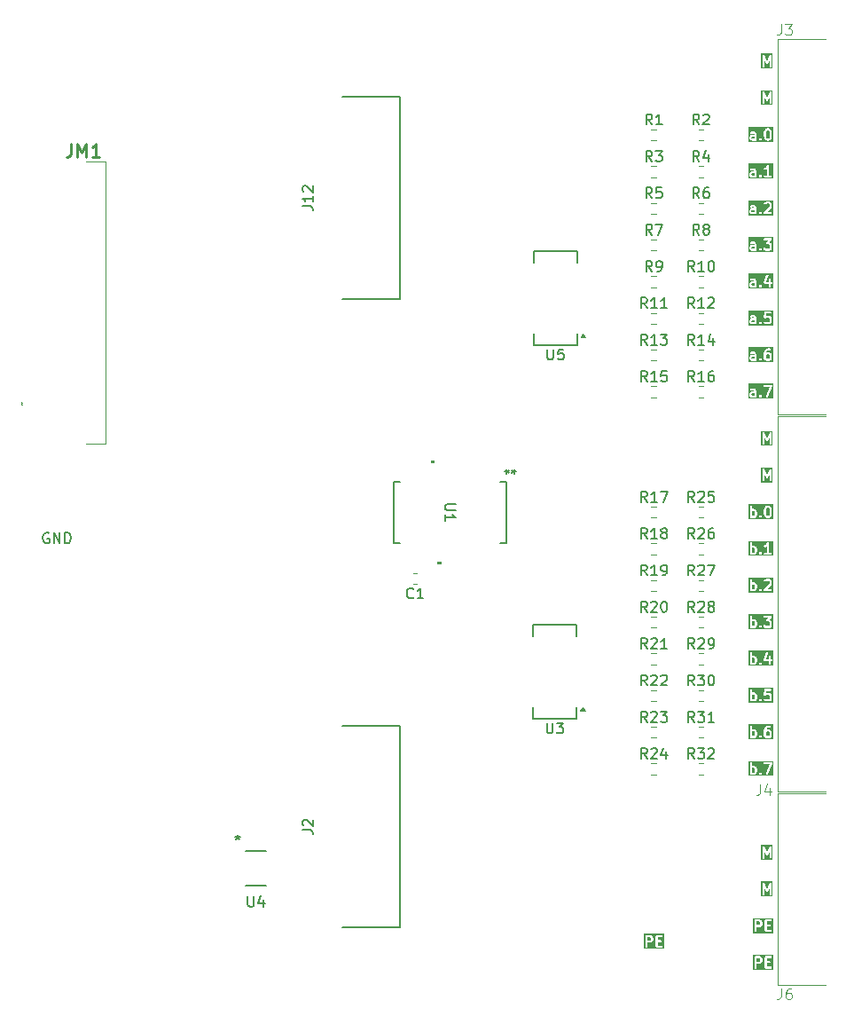
<source format=gbr>
%TF.GenerationSoftware,KiCad,Pcbnew,9.0.2*%
%TF.CreationDate,2025-06-28T19:08:47+03:00*%
%TF.ProjectId,PMCNV-DI16sink,504d434e-562d-4444-9931-3673696e6b2e,rev?*%
%TF.SameCoordinates,Original*%
%TF.FileFunction,Legend,Top*%
%TF.FilePolarity,Positive*%
%FSLAX46Y46*%
G04 Gerber Fmt 4.6, Leading zero omitted, Abs format (unit mm)*
G04 Created by KiCad (PCBNEW 9.0.2) date 2025-06-28 19:08:47*
%MOMM*%
%LPD*%
G01*
G04 APERTURE LIST*
%ADD10C,0.200000*%
%ADD11C,0.254000*%
%ADD12C,0.150000*%
%ADD13C,0.100000*%
%ADD14C,0.120000*%
%ADD15C,0.152400*%
%ADD16C,0.000000*%
G04 APERTURE END LIST*
D10*
G36*
X31601755Y14657204D02*
G01*
X31582910Y14647781D01*
X31392029Y14647781D01*
X31347719Y14669936D01*
X31325565Y14714246D01*
X31325565Y14762270D01*
X31347720Y14806580D01*
X31392029Y14828734D01*
X31601755Y14828734D01*
X31601755Y14657204D01*
G37*
G36*
X33023471Y15037024D02*
G01*
X33048140Y15012356D01*
X33077945Y14952746D01*
X33077945Y14761865D01*
X33048140Y14702257D01*
X33023471Y14677587D01*
X32963862Y14647781D01*
X32820600Y14647781D01*
X32760990Y14677586D01*
X32736323Y14702254D01*
X32706517Y14761866D01*
X32706517Y14952746D01*
X32736322Y15012356D01*
X32760990Y15037025D01*
X32820600Y15066829D01*
X32963862Y15066829D01*
X33023471Y15037024D01*
G37*
G36*
X33389056Y14336670D02*
G01*
X31014454Y14336670D01*
X31014454Y14785877D01*
X31125565Y14785877D01*
X31125565Y14690639D01*
X31127486Y14671130D01*
X31128861Y14667810D01*
X31129116Y14664227D01*
X31136122Y14645918D01*
X31183741Y14550679D01*
X31185794Y14547416D01*
X31186308Y14545877D01*
X31187970Y14543961D01*
X31194184Y14534089D01*
X31203655Y14525875D01*
X31211872Y14516400D01*
X31221742Y14510188D01*
X31223660Y14508524D01*
X31225200Y14508011D01*
X31228463Y14505957D01*
X31323700Y14458338D01*
X31342009Y14451332D01*
X31345592Y14451078D01*
X31348913Y14449702D01*
X31368422Y14447781D01*
X31606517Y14447781D01*
X31626026Y14449702D01*
X31629346Y14451078D01*
X31632930Y14451332D01*
X31651238Y14458338D01*
X31655841Y14460640D01*
X31682246Y14449702D01*
X31721264Y14449702D01*
X31757312Y14464634D01*
X31784902Y14492224D01*
X31799834Y14528272D01*
X31801755Y14547781D01*
X31801755Y14614909D01*
X32032248Y14614909D01*
X32032248Y14575891D01*
X32038711Y14560288D01*
X32047180Y14539842D01*
X32047184Y14539838D01*
X32059616Y14524689D01*
X32107235Y14477071D01*
X32122388Y14464634D01*
X32131391Y14460905D01*
X32158437Y14449702D01*
X32197455Y14449702D01*
X32233503Y14464634D01*
X32248657Y14477070D01*
X32296275Y14524689D01*
X32308712Y14539842D01*
X32315464Y14556144D01*
X32323643Y14575890D01*
X32323644Y14614908D01*
X32308713Y14650957D01*
X32296276Y14666110D01*
X32248657Y14713730D01*
X32233504Y14726167D01*
X32211310Y14735360D01*
X32208910Y14736354D01*
X32197455Y14741099D01*
X32158437Y14741099D01*
X32147879Y14736726D01*
X32122389Y14726168D01*
X32122388Y14726167D01*
X32107234Y14713730D01*
X32059616Y14666110D01*
X32047179Y14650957D01*
X32037166Y14626781D01*
X32032248Y14614909D01*
X31801755Y14614909D01*
X31801755Y15071591D01*
X31799834Y15091100D01*
X31798458Y15094421D01*
X31798204Y15098004D01*
X31791198Y15116313D01*
X31789749Y15119210D01*
X32506517Y15119210D01*
X32506517Y14738258D01*
X32508438Y14718749D01*
X32509813Y14715429D01*
X32510068Y14711845D01*
X32517074Y14693537D01*
X32564693Y14598299D01*
X32569976Y14589907D01*
X32570988Y14587463D01*
X32573244Y14584714D01*
X32575136Y14581709D01*
X32577130Y14579980D01*
X32583425Y14572310D01*
X32631043Y14524690D01*
X32638711Y14518397D01*
X32640443Y14516400D01*
X32643451Y14514507D01*
X32646197Y14512253D01*
X32648637Y14511243D01*
X32657034Y14505957D01*
X32752271Y14458338D01*
X32770580Y14451332D01*
X32774163Y14451078D01*
X32777484Y14449702D01*
X32796993Y14447781D01*
X32987469Y14447781D01*
X33006978Y14449702D01*
X33010298Y14451078D01*
X33013882Y14451332D01*
X33032190Y14458338D01*
X33127428Y14505957D01*
X33135823Y14511242D01*
X33138265Y14512253D01*
X33141012Y14514509D01*
X33144018Y14516400D01*
X33145748Y14518395D01*
X33153418Y14524690D01*
X33201037Y14572310D01*
X33207329Y14579977D01*
X33209326Y14581708D01*
X33211219Y14584716D01*
X33213474Y14587463D01*
X33214485Y14589905D01*
X33219769Y14598299D01*
X33267388Y14693536D01*
X33274394Y14711845D01*
X33274648Y14715429D01*
X33276024Y14718749D01*
X33277945Y14738258D01*
X33277945Y14976353D01*
X33276024Y14995862D01*
X33274648Y14999183D01*
X33274394Y15002766D01*
X33267388Y15021075D01*
X33219769Y15116312D01*
X33214483Y15124709D01*
X33213473Y15127149D01*
X33211219Y15129895D01*
X33209326Y15132903D01*
X33207328Y15134636D01*
X33201036Y15142302D01*
X33153418Y15189921D01*
X33145747Y15196216D01*
X33144018Y15198210D01*
X33141010Y15200104D01*
X33138264Y15202357D01*
X33135824Y15203368D01*
X33127428Y15208653D01*
X33032190Y15256272D01*
X33013882Y15263278D01*
X33010298Y15263533D01*
X33006978Y15264908D01*
X32987469Y15266829D01*
X32796993Y15266829D01*
X32777484Y15264908D01*
X32774163Y15263533D01*
X32770580Y15263278D01*
X32752271Y15256272D01*
X32742658Y15251466D01*
X32746949Y15268628D01*
X32827085Y15388833D01*
X32856228Y15417977D01*
X32915838Y15447781D01*
X33082707Y15447781D01*
X33102216Y15449702D01*
X33138264Y15464634D01*
X33165854Y15492224D01*
X33180786Y15528272D01*
X33180786Y15567290D01*
X33165854Y15603338D01*
X33138264Y15630928D01*
X33102216Y15645860D01*
X33082707Y15647781D01*
X32892231Y15647781D01*
X32872722Y15645860D01*
X32869401Y15644485D01*
X32865818Y15644230D01*
X32847509Y15637224D01*
X32752272Y15589605D01*
X32743875Y15584320D01*
X32741435Y15583309D01*
X32738689Y15581056D01*
X32735681Y15579162D01*
X32733948Y15577165D01*
X32726282Y15570872D01*
X32678663Y15523254D01*
X32678618Y15523200D01*
X32678589Y15523180D01*
X32672407Y15515632D01*
X32666227Y15508100D01*
X32666213Y15508068D01*
X32666169Y15508013D01*
X32570931Y15365156D01*
X32565188Y15354387D01*
X32563717Y15352400D01*
X32562879Y15350055D01*
X32561708Y15347858D01*
X32561228Y15345435D01*
X32557122Y15333939D01*
X32509503Y15143464D01*
X32509002Y15140083D01*
X32508438Y15138719D01*
X32507714Y15131369D01*
X32506635Y15124071D01*
X32506852Y15122613D01*
X32506517Y15119210D01*
X31789749Y15119210D01*
X31743579Y15211550D01*
X31741524Y15214814D01*
X31741012Y15216352D01*
X31739350Y15218268D01*
X31733136Y15228141D01*
X31723660Y15236359D01*
X31715447Y15245829D01*
X31705575Y15252043D01*
X31703659Y15253705D01*
X31702120Y15254219D01*
X31698857Y15256272D01*
X31603619Y15303891D01*
X31585311Y15310897D01*
X31581727Y15311152D01*
X31578407Y15312527D01*
X31558898Y15314448D01*
X31368422Y15314448D01*
X31348913Y15312527D01*
X31345592Y15311152D01*
X31342009Y15310897D01*
X31323700Y15303891D01*
X31228463Y15256272D01*
X31211872Y15245829D01*
X31186308Y15216352D01*
X31173969Y15179336D01*
X31176735Y15140416D01*
X31194184Y15105517D01*
X31223661Y15079953D01*
X31260677Y15067614D01*
X31299597Y15070380D01*
X31317905Y15077386D01*
X31392029Y15114448D01*
X31535291Y15114448D01*
X31579600Y15092293D01*
X31601755Y15047984D01*
X31601755Y15038157D01*
X31582910Y15028734D01*
X31368422Y15028734D01*
X31348913Y15026813D01*
X31345592Y15025438D01*
X31342009Y15025183D01*
X31323700Y15018177D01*
X31228463Y14970558D01*
X31225199Y14968504D01*
X31223661Y14967991D01*
X31221745Y14966330D01*
X31211872Y14960115D01*
X31203654Y14950640D01*
X31194184Y14942426D01*
X31187970Y14932555D01*
X31186308Y14930638D01*
X31185794Y14929100D01*
X31183741Y14925836D01*
X31136122Y14830598D01*
X31129116Y14812290D01*
X31128861Y14808707D01*
X31127486Y14805386D01*
X31125565Y14785877D01*
X31014454Y14785877D01*
X31014454Y15758892D01*
X33389056Y15758892D01*
X33389056Y14336670D01*
G37*
G36*
X31594900Y-24415357D02*
G01*
X31619569Y-24440025D01*
X31649374Y-24499635D01*
X31649374Y-24738135D01*
X31619569Y-24797743D01*
X31594900Y-24822413D01*
X31535291Y-24852219D01*
X31392029Y-24852219D01*
X31373184Y-24842796D01*
X31373184Y-24394974D01*
X31392029Y-24385552D01*
X31535291Y-24385552D01*
X31594900Y-24415357D01*
G37*
G36*
X33434984Y-25163330D02*
G01*
X31062073Y-25163330D01*
X31062073Y-23952219D01*
X31173184Y-23952219D01*
X31173184Y-24952219D01*
X31175105Y-24971728D01*
X31190037Y-25007776D01*
X31217627Y-25035366D01*
X31253675Y-25050298D01*
X31292693Y-25050298D01*
X31319097Y-25039360D01*
X31323700Y-25041662D01*
X31342009Y-25048668D01*
X31345592Y-25048922D01*
X31348913Y-25050298D01*
X31368422Y-25052219D01*
X31558898Y-25052219D01*
X31578407Y-25050298D01*
X31581727Y-25048922D01*
X31585311Y-25048668D01*
X31603619Y-25041662D01*
X31698857Y-24994043D01*
X31707252Y-24988758D01*
X31709694Y-24987747D01*
X31712441Y-24985491D01*
X31715447Y-24983600D01*
X31717177Y-24981605D01*
X31724847Y-24975310D01*
X31772466Y-24927690D01*
X31778758Y-24920023D01*
X31780755Y-24918292D01*
X31782648Y-24915284D01*
X31784903Y-24912537D01*
X31785914Y-24910095D01*
X31791198Y-24901701D01*
X31799503Y-24885091D01*
X32032248Y-24885091D01*
X32032248Y-24924109D01*
X32038711Y-24939712D01*
X32047180Y-24960158D01*
X32047184Y-24960162D01*
X32059616Y-24975311D01*
X32107235Y-25022929D01*
X32122388Y-25035366D01*
X32131391Y-25039095D01*
X32158437Y-25050298D01*
X32197455Y-25050298D01*
X32233503Y-25035366D01*
X32248657Y-25022930D01*
X32296275Y-24975311D01*
X32308712Y-24960158D01*
X32315464Y-24943856D01*
X32323643Y-24924110D01*
X32323644Y-24885092D01*
X32308713Y-24849043D01*
X32296276Y-24833890D01*
X32248657Y-24786270D01*
X32233504Y-24773833D01*
X32218572Y-24767648D01*
X32197455Y-24758901D01*
X32158437Y-24758901D01*
X32147879Y-24763274D01*
X32122389Y-24773832D01*
X32122388Y-24773833D01*
X32107234Y-24786270D01*
X32059616Y-24833890D01*
X32047179Y-24849043D01*
X32037166Y-24873219D01*
X32032248Y-24885091D01*
X31799503Y-24885091D01*
X31838817Y-24806464D01*
X31845823Y-24788155D01*
X31846077Y-24784571D01*
X31847453Y-24781251D01*
X31849374Y-24761742D01*
X31849374Y-24476028D01*
X31847453Y-24456519D01*
X31846077Y-24453198D01*
X31845823Y-24449615D01*
X31838817Y-24431306D01*
X31791198Y-24336069D01*
X31785912Y-24327672D01*
X31784902Y-24325232D01*
X31782648Y-24322486D01*
X31780755Y-24319478D01*
X31778757Y-24317745D01*
X31772465Y-24310079D01*
X31724847Y-24262460D01*
X31717176Y-24256165D01*
X31715447Y-24254171D01*
X31712439Y-24252277D01*
X31709693Y-24250024D01*
X31707253Y-24249013D01*
X31698857Y-24243728D01*
X31603619Y-24196109D01*
X31585311Y-24189103D01*
X31581727Y-24188848D01*
X31578407Y-24187473D01*
X31558898Y-24185552D01*
X31373184Y-24185552D01*
X31373184Y-23952219D01*
X31371263Y-23932710D01*
X32460819Y-23932710D01*
X32460819Y-23971728D01*
X32475751Y-24007776D01*
X32503341Y-24035366D01*
X32539389Y-24050298D01*
X32558898Y-24052219D01*
X33073910Y-24052219D01*
X32705078Y-24912827D01*
X32699159Y-24931515D01*
X32698684Y-24970531D01*
X32713175Y-25006758D01*
X32740426Y-25034683D01*
X32776289Y-25050053D01*
X32815305Y-25050528D01*
X32851532Y-25036037D01*
X32879457Y-25008786D01*
X32888908Y-24991611D01*
X33317478Y-23991611D01*
X33323398Y-23972923D01*
X33323405Y-23972301D01*
X33323643Y-23971728D01*
X33323643Y-23952799D01*
X33323873Y-23933908D01*
X33323643Y-23933332D01*
X33323643Y-23932710D01*
X33316389Y-23915199D01*
X33309382Y-23897680D01*
X33308948Y-23897236D01*
X33308711Y-23896662D01*
X33295331Y-23883282D01*
X33282131Y-23869756D01*
X33281560Y-23869511D01*
X33281121Y-23869072D01*
X33263604Y-23861816D01*
X33246267Y-23854386D01*
X33245648Y-23854378D01*
X33245073Y-23854140D01*
X33225564Y-23852219D01*
X32558898Y-23852219D01*
X32539389Y-23854140D01*
X32503341Y-23869072D01*
X32475751Y-23896662D01*
X32460819Y-23932710D01*
X31371263Y-23932710D01*
X31356331Y-23896662D01*
X31328741Y-23869072D01*
X31292693Y-23854140D01*
X31253675Y-23854140D01*
X31217627Y-23869072D01*
X31190037Y-23896662D01*
X31175105Y-23932710D01*
X31173184Y-23952219D01*
X31062073Y-23952219D01*
X31062073Y-23741108D01*
X33434984Y-23741108D01*
X33434984Y-25163330D01*
G37*
G36*
X33341437Y-36661409D02*
G01*
X32252549Y-36661409D01*
X32252549Y-35452219D01*
X32363660Y-35452219D01*
X32363660Y-36452219D01*
X32365581Y-36471728D01*
X32380513Y-36507776D01*
X32408103Y-36535366D01*
X32444151Y-36550298D01*
X32483169Y-36550298D01*
X32519217Y-36535366D01*
X32546807Y-36507776D01*
X32561739Y-36471728D01*
X32563660Y-36452219D01*
X32563660Y-35902975D01*
X32706375Y-36208793D01*
X32710607Y-36215938D01*
X32711487Y-36218356D01*
X32713052Y-36220065D01*
X32716366Y-36225659D01*
X32727576Y-36235925D01*
X32737838Y-36247131D01*
X32741863Y-36249009D01*
X32745141Y-36252011D01*
X32759423Y-36257204D01*
X32773196Y-36263632D01*
X32777635Y-36263827D01*
X32781810Y-36265345D01*
X32796993Y-36264677D01*
X32812176Y-36265345D01*
X32816349Y-36263827D01*
X32820791Y-36263632D01*
X32834575Y-36257199D01*
X32848845Y-36252010D01*
X32852118Y-36249012D01*
X32856148Y-36247132D01*
X32866417Y-36235917D01*
X32877620Y-36225659D01*
X32880931Y-36220068D01*
X32882500Y-36218356D01*
X32883380Y-36215934D01*
X32887611Y-36208793D01*
X33030326Y-35902974D01*
X33030326Y-36452219D01*
X33032247Y-36471728D01*
X33047179Y-36507776D01*
X33074769Y-36535366D01*
X33110817Y-36550298D01*
X33149835Y-36550298D01*
X33185883Y-36535366D01*
X33213473Y-36507776D01*
X33228405Y-36471728D01*
X33230326Y-36452219D01*
X33230326Y-35452219D01*
X33229063Y-35439395D01*
X33229167Y-35437036D01*
X33228706Y-35435768D01*
X33228405Y-35432710D01*
X33221764Y-35416679D01*
X33215833Y-35400367D01*
X33214326Y-35398721D01*
X33213473Y-35396662D01*
X33201211Y-35384400D01*
X33189481Y-35371591D01*
X33187457Y-35370646D01*
X33185883Y-35369072D01*
X33169867Y-35362437D01*
X33154124Y-35355091D01*
X33151894Y-35354993D01*
X33149835Y-35354140D01*
X33132483Y-35354140D01*
X33115143Y-35353378D01*
X33113047Y-35354140D01*
X33110817Y-35354140D01*
X33094786Y-35360780D01*
X33078474Y-35366712D01*
X33076828Y-35368218D01*
X33074769Y-35369072D01*
X33062501Y-35381339D01*
X33049699Y-35393064D01*
X33048132Y-35395708D01*
X33047179Y-35396662D01*
X33046275Y-35398843D01*
X33039708Y-35409930D01*
X32796992Y-35930033D01*
X32554278Y-35409930D01*
X32547710Y-35398843D01*
X32546807Y-35396662D01*
X32545853Y-35395708D01*
X32544287Y-35393064D01*
X32531490Y-35381345D01*
X32519217Y-35369072D01*
X32517155Y-35368218D01*
X32515512Y-35366713D01*
X32499210Y-35360784D01*
X32483169Y-35354140D01*
X32480938Y-35354140D01*
X32478843Y-35353378D01*
X32461503Y-35354140D01*
X32444151Y-35354140D01*
X32442091Y-35354993D01*
X32439863Y-35355091D01*
X32424132Y-35362432D01*
X32408103Y-35369072D01*
X32406526Y-35370648D01*
X32404505Y-35371592D01*
X32392786Y-35384388D01*
X32380513Y-35396662D01*
X32379659Y-35398723D01*
X32378154Y-35400367D01*
X32372225Y-35416668D01*
X32365581Y-35432710D01*
X32365279Y-35435768D01*
X32364819Y-35437036D01*
X32364922Y-35439395D01*
X32363660Y-35452219D01*
X32252549Y-35452219D01*
X32252549Y-35242267D01*
X33341437Y-35242267D01*
X33341437Y-36661409D01*
G37*
G36*
X31594900Y-10415357D02*
G01*
X31619569Y-10440025D01*
X31649374Y-10499635D01*
X31649374Y-10738135D01*
X31619569Y-10797743D01*
X31594900Y-10822413D01*
X31535291Y-10852219D01*
X31392029Y-10852219D01*
X31373184Y-10842796D01*
X31373184Y-10394974D01*
X31392029Y-10385552D01*
X31535291Y-10385552D01*
X31594900Y-10415357D01*
G37*
G36*
X33389056Y-11163330D02*
G01*
X31062073Y-11163330D01*
X31062073Y-9952219D01*
X31173184Y-9952219D01*
X31173184Y-10952219D01*
X31175105Y-10971728D01*
X31190037Y-11007776D01*
X31217627Y-11035366D01*
X31253675Y-11050298D01*
X31292693Y-11050298D01*
X31319097Y-11039360D01*
X31323700Y-11041662D01*
X31342009Y-11048668D01*
X31345592Y-11048922D01*
X31348913Y-11050298D01*
X31368422Y-11052219D01*
X31558898Y-11052219D01*
X31578407Y-11050298D01*
X31581727Y-11048922D01*
X31585311Y-11048668D01*
X31603619Y-11041662D01*
X31698857Y-10994043D01*
X31707252Y-10988758D01*
X31709694Y-10987747D01*
X31712441Y-10985491D01*
X31715447Y-10983600D01*
X31717177Y-10981605D01*
X31724847Y-10975310D01*
X31772466Y-10927690D01*
X31778758Y-10920023D01*
X31780755Y-10918292D01*
X31782648Y-10915284D01*
X31784903Y-10912537D01*
X31785914Y-10910095D01*
X31791198Y-10901701D01*
X31799503Y-10885091D01*
X32032248Y-10885091D01*
X32032248Y-10924109D01*
X32038711Y-10939712D01*
X32047180Y-10960158D01*
X32047184Y-10960162D01*
X32059616Y-10975311D01*
X32107235Y-11022929D01*
X32122388Y-11035366D01*
X32131391Y-11039095D01*
X32158437Y-11050298D01*
X32197455Y-11050298D01*
X32233503Y-11035366D01*
X32248657Y-11022930D01*
X32296275Y-10975311D01*
X32308712Y-10960158D01*
X32315464Y-10943856D01*
X32323643Y-10924110D01*
X32323644Y-10885092D01*
X32308713Y-10849043D01*
X32296276Y-10833890D01*
X32248657Y-10786270D01*
X32233504Y-10773833D01*
X32218572Y-10767648D01*
X32197455Y-10758901D01*
X32158437Y-10758901D01*
X32147879Y-10763274D01*
X32122389Y-10773832D01*
X32122388Y-10773833D01*
X32107234Y-10786270D01*
X32059616Y-10833890D01*
X32047179Y-10849043D01*
X32037166Y-10873219D01*
X32032248Y-10885091D01*
X31799503Y-10885091D01*
X31838817Y-10806464D01*
X31845823Y-10788155D01*
X31846077Y-10784571D01*
X31847453Y-10781251D01*
X31849374Y-10761742D01*
X31849374Y-10476028D01*
X31847453Y-10456519D01*
X31846077Y-10453198D01*
X31845823Y-10449615D01*
X31838817Y-10431306D01*
X31791198Y-10336069D01*
X31785912Y-10327672D01*
X31784902Y-10325232D01*
X31782648Y-10322486D01*
X31780755Y-10319478D01*
X31778757Y-10317745D01*
X31772465Y-10310079D01*
X31724847Y-10262460D01*
X31717176Y-10256165D01*
X31715447Y-10254171D01*
X31712439Y-10252277D01*
X31709693Y-10250024D01*
X31707253Y-10249013D01*
X31698857Y-10243728D01*
X31603619Y-10196109D01*
X31585311Y-10189103D01*
X31581727Y-10188848D01*
X31578407Y-10187473D01*
X31558898Y-10185552D01*
X31373184Y-10185552D01*
X31373184Y-9952219D01*
X31371263Y-9932710D01*
X32460819Y-9932710D01*
X32460819Y-9971728D01*
X32475751Y-10007776D01*
X32503341Y-10035366D01*
X32539389Y-10050298D01*
X32558898Y-10052219D01*
X32957568Y-10052219D01*
X32769354Y-10267321D01*
X32763324Y-10275754D01*
X32761465Y-10277614D01*
X32760734Y-10279377D01*
X32757953Y-10283268D01*
X32752748Y-10298656D01*
X32746533Y-10313662D01*
X32746533Y-10317035D01*
X32745453Y-10320229D01*
X32746533Y-10336431D01*
X32746533Y-10352680D01*
X32747823Y-10355795D01*
X32748048Y-10359161D01*
X32755248Y-10373721D01*
X32761465Y-10388728D01*
X32763849Y-10391112D01*
X32765345Y-10394136D01*
X32777570Y-10404833D01*
X32789055Y-10416318D01*
X32792169Y-10417608D01*
X32794709Y-10419830D01*
X32810097Y-10425034D01*
X32825103Y-10431250D01*
X32829862Y-10431718D01*
X32831670Y-10432330D01*
X32834294Y-10432155D01*
X32844612Y-10433171D01*
X32963862Y-10433171D01*
X33023471Y-10462976D01*
X33048140Y-10487644D01*
X33077945Y-10547254D01*
X33077945Y-10738135D01*
X33048140Y-10797743D01*
X33023471Y-10822413D01*
X32963862Y-10852219D01*
X32725362Y-10852219D01*
X32665752Y-10822414D01*
X32629609Y-10786270D01*
X32614456Y-10773833D01*
X32578408Y-10758902D01*
X32539390Y-10758901D01*
X32503341Y-10773832D01*
X32475751Y-10801422D01*
X32460820Y-10837470D01*
X32460819Y-10876488D01*
X32475750Y-10912537D01*
X32488187Y-10927690D01*
X32535805Y-10975310D01*
X32543473Y-10981603D01*
X32545205Y-10983600D01*
X32548213Y-10985493D01*
X32550959Y-10987747D01*
X32553399Y-10988757D01*
X32561796Y-10994043D01*
X32657033Y-11041662D01*
X32675342Y-11048668D01*
X32678925Y-11048922D01*
X32682246Y-11050298D01*
X32701755Y-11052219D01*
X32987469Y-11052219D01*
X33006978Y-11050298D01*
X33010298Y-11048922D01*
X33013882Y-11048668D01*
X33032190Y-11041662D01*
X33127428Y-10994043D01*
X33135823Y-10988758D01*
X33138265Y-10987747D01*
X33141012Y-10985491D01*
X33144018Y-10983600D01*
X33145748Y-10981605D01*
X33153418Y-10975310D01*
X33201037Y-10927690D01*
X33207329Y-10920023D01*
X33209326Y-10918292D01*
X33211219Y-10915284D01*
X33213474Y-10912537D01*
X33214485Y-10910095D01*
X33219769Y-10901701D01*
X33267388Y-10806464D01*
X33274394Y-10788155D01*
X33274648Y-10784571D01*
X33276024Y-10781251D01*
X33277945Y-10761742D01*
X33277945Y-10523647D01*
X33276024Y-10504138D01*
X33274648Y-10500817D01*
X33274394Y-10497234D01*
X33267388Y-10478925D01*
X33219769Y-10383688D01*
X33214483Y-10375291D01*
X33213473Y-10372851D01*
X33211219Y-10370105D01*
X33209326Y-10367097D01*
X33207328Y-10365364D01*
X33201036Y-10357698D01*
X33153418Y-10310079D01*
X33145747Y-10303784D01*
X33144018Y-10301790D01*
X33141010Y-10299896D01*
X33138264Y-10297643D01*
X33135824Y-10296632D01*
X33127428Y-10291347D01*
X33048580Y-10251923D01*
X33253203Y-10018069D01*
X33259232Y-10009635D01*
X33261092Y-10007776D01*
X33261822Y-10006012D01*
X33264604Y-10002122D01*
X33269808Y-9986733D01*
X33276024Y-9971728D01*
X33276024Y-9968354D01*
X33277104Y-9965161D01*
X33276024Y-9948958D01*
X33276024Y-9932710D01*
X33274733Y-9929594D01*
X33274509Y-9926229D01*
X33267306Y-9911663D01*
X33261092Y-9896662D01*
X33258708Y-9894278D01*
X33257213Y-9891254D01*
X33244979Y-9880549D01*
X33233502Y-9869072D01*
X33230388Y-9867782D01*
X33227849Y-9865560D01*
X33212457Y-9860354D01*
X33197454Y-9854140D01*
X33192694Y-9853671D01*
X33190887Y-9853060D01*
X33188262Y-9853234D01*
X33177945Y-9852219D01*
X32558898Y-9852219D01*
X32539389Y-9854140D01*
X32503341Y-9869072D01*
X32475751Y-9896662D01*
X32460819Y-9932710D01*
X31371263Y-9932710D01*
X31356331Y-9896662D01*
X31328741Y-9869072D01*
X31292693Y-9854140D01*
X31253675Y-9854140D01*
X31217627Y-9869072D01*
X31190037Y-9896662D01*
X31175105Y-9932710D01*
X31173184Y-9952219D01*
X31062073Y-9952219D01*
X31062073Y-9741108D01*
X33389056Y-9741108D01*
X33389056Y-11163330D01*
G37*
G36*
X33341437Y38838591D02*
G01*
X32252549Y38838591D01*
X32252549Y40047781D01*
X32363660Y40047781D01*
X32363660Y39047781D01*
X32365581Y39028272D01*
X32380513Y38992224D01*
X32408103Y38964634D01*
X32444151Y38949702D01*
X32483169Y38949702D01*
X32519217Y38964634D01*
X32546807Y38992224D01*
X32561739Y39028272D01*
X32563660Y39047781D01*
X32563660Y39597025D01*
X32706375Y39291207D01*
X32710607Y39284062D01*
X32711487Y39281644D01*
X32713052Y39279935D01*
X32716366Y39274341D01*
X32727576Y39264075D01*
X32737838Y39252869D01*
X32741863Y39250991D01*
X32745141Y39247989D01*
X32759423Y39242796D01*
X32773196Y39236368D01*
X32777635Y39236173D01*
X32781810Y39234655D01*
X32796993Y39235323D01*
X32812176Y39234655D01*
X32816349Y39236173D01*
X32820791Y39236368D01*
X32834575Y39242801D01*
X32848845Y39247990D01*
X32852118Y39250988D01*
X32856148Y39252868D01*
X32866417Y39264083D01*
X32877620Y39274341D01*
X32880931Y39279932D01*
X32882500Y39281644D01*
X32883380Y39284066D01*
X32887611Y39291207D01*
X33030326Y39597026D01*
X33030326Y39047781D01*
X33032247Y39028272D01*
X33047179Y38992224D01*
X33074769Y38964634D01*
X33110817Y38949702D01*
X33149835Y38949702D01*
X33185883Y38964634D01*
X33213473Y38992224D01*
X33228405Y39028272D01*
X33230326Y39047781D01*
X33230326Y40047781D01*
X33229063Y40060605D01*
X33229167Y40062964D01*
X33228706Y40064232D01*
X33228405Y40067290D01*
X33221764Y40083321D01*
X33215833Y40099633D01*
X33214326Y40101279D01*
X33213473Y40103338D01*
X33201211Y40115600D01*
X33189481Y40128409D01*
X33187457Y40129354D01*
X33185883Y40130928D01*
X33169867Y40137563D01*
X33154124Y40144909D01*
X33151894Y40145007D01*
X33149835Y40145860D01*
X33132483Y40145860D01*
X33115143Y40146622D01*
X33113047Y40145860D01*
X33110817Y40145860D01*
X33094786Y40139220D01*
X33078474Y40133288D01*
X33076828Y40131782D01*
X33074769Y40130928D01*
X33062501Y40118661D01*
X33049699Y40106936D01*
X33048132Y40104292D01*
X33047179Y40103338D01*
X33046275Y40101157D01*
X33039708Y40090070D01*
X32796992Y39569967D01*
X32554278Y40090070D01*
X32547710Y40101157D01*
X32546807Y40103338D01*
X32545853Y40104292D01*
X32544287Y40106936D01*
X32531490Y40118655D01*
X32519217Y40130928D01*
X32517155Y40131782D01*
X32515512Y40133287D01*
X32499210Y40139216D01*
X32483169Y40145860D01*
X32480938Y40145860D01*
X32478843Y40146622D01*
X32461503Y40145860D01*
X32444151Y40145860D01*
X32442091Y40145007D01*
X32439863Y40144909D01*
X32424132Y40137568D01*
X32408103Y40130928D01*
X32406526Y40129352D01*
X32404505Y40128408D01*
X32392786Y40115612D01*
X32380513Y40103338D01*
X32379659Y40101277D01*
X32378154Y40099633D01*
X32372225Y40083332D01*
X32365581Y40067290D01*
X32365279Y40064232D01*
X32364819Y40062964D01*
X32364922Y40060605D01*
X32363660Y40047781D01*
X32252549Y40047781D01*
X32252549Y40257733D01*
X33341437Y40257733D01*
X33341437Y38838591D01*
G37*
G36*
X31601755Y18157204D02*
G01*
X31582910Y18147781D01*
X31392029Y18147781D01*
X31347719Y18169936D01*
X31325565Y18214246D01*
X31325565Y18262270D01*
X31347720Y18306580D01*
X31392029Y18328734D01*
X31601755Y18328734D01*
X31601755Y18157204D01*
G37*
G36*
X33389056Y17836670D02*
G01*
X31014454Y17836670D01*
X31014454Y18285877D01*
X31125565Y18285877D01*
X31125565Y18190639D01*
X31127486Y18171130D01*
X31128861Y18167810D01*
X31129116Y18164227D01*
X31136122Y18145918D01*
X31183741Y18050679D01*
X31185794Y18047416D01*
X31186308Y18045877D01*
X31187970Y18043961D01*
X31194184Y18034089D01*
X31203655Y18025875D01*
X31211872Y18016400D01*
X31221742Y18010188D01*
X31223660Y18008524D01*
X31225200Y18008011D01*
X31228463Y18005957D01*
X31323700Y17958338D01*
X31342009Y17951332D01*
X31345592Y17951078D01*
X31348913Y17949702D01*
X31368422Y17947781D01*
X31606517Y17947781D01*
X31626026Y17949702D01*
X31629346Y17951078D01*
X31632930Y17951332D01*
X31651238Y17958338D01*
X31655841Y17960640D01*
X31682246Y17949702D01*
X31721264Y17949702D01*
X31757312Y17964634D01*
X31784902Y17992224D01*
X31799834Y18028272D01*
X31801755Y18047781D01*
X31801755Y18114909D01*
X32032248Y18114909D01*
X32032248Y18075891D01*
X32038711Y18060288D01*
X32047180Y18039842D01*
X32047184Y18039838D01*
X32059616Y18024689D01*
X32107235Y17977071D01*
X32122388Y17964634D01*
X32131391Y17960905D01*
X32158437Y17949702D01*
X32197455Y17949702D01*
X32233503Y17964634D01*
X32248657Y17977070D01*
X32296275Y18024689D01*
X32308712Y18039842D01*
X32315464Y18056144D01*
X32323643Y18075890D01*
X32323644Y18114908D01*
X32308713Y18150957D01*
X32296276Y18166110D01*
X32248657Y18213730D01*
X32233504Y18226167D01*
X32211310Y18235360D01*
X32208910Y18236354D01*
X32197455Y18241099D01*
X32158437Y18241099D01*
X32147879Y18236726D01*
X32122389Y18226168D01*
X32122388Y18226167D01*
X32107234Y18213730D01*
X32059616Y18166110D01*
X32047179Y18150957D01*
X32037166Y18126781D01*
X32032248Y18114909D01*
X31801755Y18114909D01*
X31801755Y18561938D01*
X32506984Y18561938D01*
X32508438Y18557120D01*
X32508438Y18552082D01*
X32514034Y18538573D01*
X32518255Y18524583D01*
X32521442Y18520687D01*
X32523370Y18516034D01*
X32533706Y18505698D01*
X32542962Y18494385D01*
X32547399Y18492005D01*
X32550960Y18488444D01*
X32564465Y18482850D01*
X32577346Y18475940D01*
X32582355Y18475440D01*
X32587008Y18473512D01*
X32601629Y18473512D01*
X32616170Y18472058D01*
X32620989Y18473512D01*
X32626026Y18473512D01*
X32639535Y18479109D01*
X32653525Y18483329D01*
X32657421Y18486517D01*
X32662074Y18488444D01*
X32677228Y18500880D01*
X32713371Y18537025D01*
X32772981Y18566829D01*
X32963862Y18566829D01*
X33023471Y18537024D01*
X33048140Y18512356D01*
X33077945Y18452746D01*
X33077945Y18261865D01*
X33048140Y18202257D01*
X33023471Y18177587D01*
X32963862Y18147781D01*
X32772981Y18147781D01*
X32713371Y18177586D01*
X32677228Y18213730D01*
X32662075Y18226167D01*
X32626027Y18241098D01*
X32587009Y18241099D01*
X32550960Y18226168D01*
X32523370Y18198578D01*
X32508439Y18162530D01*
X32508438Y18123512D01*
X32523369Y18087463D01*
X32535806Y18072310D01*
X32583424Y18024690D01*
X32591092Y18018397D01*
X32592824Y18016400D01*
X32595832Y18014507D01*
X32598578Y18012253D01*
X32601018Y18011243D01*
X32609415Y18005957D01*
X32704652Y17958338D01*
X32722961Y17951332D01*
X32726544Y17951078D01*
X32729865Y17949702D01*
X32749374Y17947781D01*
X32987469Y17947781D01*
X33006978Y17949702D01*
X33010298Y17951078D01*
X33013882Y17951332D01*
X33032190Y17958338D01*
X33127428Y18005957D01*
X33135823Y18011242D01*
X33138265Y18012253D01*
X33141012Y18014509D01*
X33144018Y18016400D01*
X33145748Y18018395D01*
X33153418Y18024690D01*
X33201037Y18072310D01*
X33207329Y18079977D01*
X33209326Y18081708D01*
X33211219Y18084716D01*
X33213474Y18087463D01*
X33214485Y18089905D01*
X33219769Y18098299D01*
X33267388Y18193536D01*
X33274394Y18211845D01*
X33274648Y18215429D01*
X33276024Y18218749D01*
X33277945Y18238258D01*
X33277945Y18476353D01*
X33276024Y18495862D01*
X33274648Y18499183D01*
X33274394Y18502766D01*
X33267388Y18521075D01*
X33219769Y18616312D01*
X33214483Y18624709D01*
X33213473Y18627149D01*
X33211219Y18629895D01*
X33209326Y18632903D01*
X33207328Y18634636D01*
X33201036Y18642302D01*
X33153418Y18689921D01*
X33145747Y18696216D01*
X33144018Y18698210D01*
X33141010Y18700104D01*
X33138264Y18702357D01*
X33135824Y18703368D01*
X33127428Y18708653D01*
X33032190Y18756272D01*
X33013882Y18763278D01*
X33010298Y18763533D01*
X33006978Y18764908D01*
X32987469Y18766829D01*
X32749374Y18766829D01*
X32729865Y18764908D01*
X32726544Y18763533D01*
X32726207Y18763509D01*
X32744635Y18947781D01*
X33130326Y18947781D01*
X33149835Y18949702D01*
X33185883Y18964634D01*
X33213473Y18992224D01*
X33228405Y19028272D01*
X33228405Y19067290D01*
X33213473Y19103338D01*
X33185883Y19130928D01*
X33149835Y19145860D01*
X33130326Y19147781D01*
X32654136Y19147781D01*
X32646919Y19147071D01*
X32644483Y19147314D01*
X32642104Y19146597D01*
X32634627Y19145860D01*
X32621117Y19140264D01*
X32607128Y19136043D01*
X32603231Y19132856D01*
X32598579Y19130928D01*
X32588242Y19120592D01*
X32576930Y19111336D01*
X32574549Y19106899D01*
X32570989Y19103338D01*
X32565394Y19089833D01*
X32558485Y19076952D01*
X32557008Y19069588D01*
X32556057Y19067290D01*
X32556057Y19064840D01*
X32554632Y19057731D01*
X32507013Y18581541D01*
X32506984Y18561938D01*
X31801755Y18561938D01*
X31801755Y18571591D01*
X31799834Y18591100D01*
X31798458Y18594421D01*
X31798204Y18598004D01*
X31791198Y18616313D01*
X31743579Y18711550D01*
X31741524Y18714814D01*
X31741012Y18716352D01*
X31739350Y18718268D01*
X31733136Y18728141D01*
X31723660Y18736359D01*
X31715447Y18745829D01*
X31705575Y18752043D01*
X31703659Y18753705D01*
X31702120Y18754219D01*
X31698857Y18756272D01*
X31603619Y18803891D01*
X31585311Y18810897D01*
X31581727Y18811152D01*
X31578407Y18812527D01*
X31558898Y18814448D01*
X31368422Y18814448D01*
X31348913Y18812527D01*
X31345592Y18811152D01*
X31342009Y18810897D01*
X31323700Y18803891D01*
X31228463Y18756272D01*
X31211872Y18745829D01*
X31186308Y18716352D01*
X31173969Y18679336D01*
X31176735Y18640416D01*
X31194184Y18605517D01*
X31223661Y18579953D01*
X31260677Y18567614D01*
X31299597Y18570380D01*
X31317905Y18577386D01*
X31392029Y18614448D01*
X31535291Y18614448D01*
X31579600Y18592293D01*
X31601755Y18547984D01*
X31601755Y18538157D01*
X31582910Y18528734D01*
X31368422Y18528734D01*
X31348913Y18526813D01*
X31345592Y18525438D01*
X31342009Y18525183D01*
X31323700Y18518177D01*
X31228463Y18470558D01*
X31225199Y18468504D01*
X31223661Y18467991D01*
X31221745Y18466330D01*
X31211872Y18460115D01*
X31203654Y18450640D01*
X31194184Y18442426D01*
X31187970Y18432555D01*
X31186308Y18430638D01*
X31185794Y18429100D01*
X31183741Y18425836D01*
X31136122Y18330598D01*
X31129116Y18312290D01*
X31128861Y18308707D01*
X31127486Y18305386D01*
X31125565Y18285877D01*
X31014454Y18285877D01*
X31014454Y19258892D01*
X33389056Y19258892D01*
X33389056Y17836670D01*
G37*
G36*
X31594900Y-20915357D02*
G01*
X31619569Y-20940025D01*
X31649374Y-20999635D01*
X31649374Y-21238135D01*
X31619569Y-21297743D01*
X31594900Y-21322413D01*
X31535291Y-21352219D01*
X31392029Y-21352219D01*
X31373184Y-21342796D01*
X31373184Y-20894974D01*
X31392029Y-20885552D01*
X31535291Y-20885552D01*
X31594900Y-20915357D01*
G37*
G36*
X33023471Y-20962976D02*
G01*
X33048140Y-20987644D01*
X33077945Y-21047254D01*
X33077945Y-21238135D01*
X33048140Y-21297743D01*
X33023471Y-21322413D01*
X32963862Y-21352219D01*
X32820600Y-21352219D01*
X32760990Y-21322414D01*
X32736323Y-21297746D01*
X32706517Y-21238134D01*
X32706517Y-21047254D01*
X32736322Y-20987644D01*
X32760990Y-20962975D01*
X32820600Y-20933171D01*
X32963862Y-20933171D01*
X33023471Y-20962976D01*
G37*
G36*
X33389056Y-21663330D02*
G01*
X31062073Y-21663330D01*
X31062073Y-20452219D01*
X31173184Y-20452219D01*
X31173184Y-21452219D01*
X31175105Y-21471728D01*
X31190037Y-21507776D01*
X31217627Y-21535366D01*
X31253675Y-21550298D01*
X31292693Y-21550298D01*
X31319097Y-21539360D01*
X31323700Y-21541662D01*
X31342009Y-21548668D01*
X31345592Y-21548922D01*
X31348913Y-21550298D01*
X31368422Y-21552219D01*
X31558898Y-21552219D01*
X31578407Y-21550298D01*
X31581727Y-21548922D01*
X31585311Y-21548668D01*
X31603619Y-21541662D01*
X31698857Y-21494043D01*
X31707252Y-21488758D01*
X31709694Y-21487747D01*
X31712441Y-21485491D01*
X31715447Y-21483600D01*
X31717177Y-21481605D01*
X31724847Y-21475310D01*
X31772466Y-21427690D01*
X31778758Y-21420023D01*
X31780755Y-21418292D01*
X31782648Y-21415284D01*
X31784903Y-21412537D01*
X31785914Y-21410095D01*
X31791198Y-21401701D01*
X31799503Y-21385091D01*
X32032248Y-21385091D01*
X32032248Y-21424109D01*
X32038711Y-21439712D01*
X32047180Y-21460158D01*
X32047184Y-21460162D01*
X32059616Y-21475311D01*
X32107235Y-21522929D01*
X32122388Y-21535366D01*
X32131391Y-21539095D01*
X32158437Y-21550298D01*
X32197455Y-21550298D01*
X32233503Y-21535366D01*
X32248657Y-21522930D01*
X32296275Y-21475311D01*
X32308712Y-21460158D01*
X32315464Y-21443856D01*
X32323643Y-21424110D01*
X32323644Y-21385092D01*
X32308713Y-21349043D01*
X32296276Y-21333890D01*
X32248657Y-21286270D01*
X32233504Y-21273833D01*
X32218572Y-21267648D01*
X32197455Y-21258901D01*
X32158437Y-21258901D01*
X32147879Y-21263274D01*
X32122389Y-21273832D01*
X32122388Y-21273833D01*
X32107234Y-21286270D01*
X32059616Y-21333890D01*
X32047179Y-21349043D01*
X32037166Y-21373219D01*
X32032248Y-21385091D01*
X31799503Y-21385091D01*
X31838817Y-21306464D01*
X31845823Y-21288155D01*
X31846077Y-21284571D01*
X31847453Y-21281251D01*
X31849374Y-21261742D01*
X31849374Y-20976028D01*
X31847453Y-20956519D01*
X31846077Y-20953198D01*
X31845823Y-20949615D01*
X31838817Y-20931306D01*
X31813559Y-20880790D01*
X32506517Y-20880790D01*
X32506517Y-21261742D01*
X32508438Y-21281251D01*
X32509813Y-21284571D01*
X32510068Y-21288155D01*
X32517074Y-21306463D01*
X32564693Y-21401701D01*
X32569976Y-21410093D01*
X32570988Y-21412537D01*
X32573244Y-21415286D01*
X32575136Y-21418291D01*
X32577130Y-21420020D01*
X32583425Y-21427690D01*
X32631043Y-21475310D01*
X32638711Y-21481603D01*
X32640443Y-21483600D01*
X32643451Y-21485493D01*
X32646197Y-21487747D01*
X32648637Y-21488757D01*
X32657034Y-21494043D01*
X32752271Y-21541662D01*
X32770580Y-21548668D01*
X32774163Y-21548922D01*
X32777484Y-21550298D01*
X32796993Y-21552219D01*
X32987469Y-21552219D01*
X33006978Y-21550298D01*
X33010298Y-21548922D01*
X33013882Y-21548668D01*
X33032190Y-21541662D01*
X33127428Y-21494043D01*
X33135823Y-21488758D01*
X33138265Y-21487747D01*
X33141012Y-21485491D01*
X33144018Y-21483600D01*
X33145748Y-21481605D01*
X33153418Y-21475310D01*
X33201037Y-21427690D01*
X33207329Y-21420023D01*
X33209326Y-21418292D01*
X33211219Y-21415284D01*
X33213474Y-21412537D01*
X33214485Y-21410095D01*
X33219769Y-21401701D01*
X33267388Y-21306464D01*
X33274394Y-21288155D01*
X33274648Y-21284571D01*
X33276024Y-21281251D01*
X33277945Y-21261742D01*
X33277945Y-21023647D01*
X33276024Y-21004138D01*
X33274648Y-21000817D01*
X33274394Y-20997234D01*
X33267388Y-20978925D01*
X33219769Y-20883688D01*
X33214483Y-20875291D01*
X33213473Y-20872851D01*
X33211219Y-20870105D01*
X33209326Y-20867097D01*
X33207328Y-20865364D01*
X33201036Y-20857698D01*
X33153418Y-20810079D01*
X33145747Y-20803784D01*
X33144018Y-20801790D01*
X33141010Y-20799896D01*
X33138264Y-20797643D01*
X33135824Y-20796632D01*
X33127428Y-20791347D01*
X33032190Y-20743728D01*
X33013882Y-20736722D01*
X33010298Y-20736467D01*
X33006978Y-20735092D01*
X32987469Y-20733171D01*
X32796993Y-20733171D01*
X32777484Y-20735092D01*
X32774163Y-20736467D01*
X32770580Y-20736722D01*
X32752271Y-20743728D01*
X32742658Y-20748534D01*
X32746949Y-20731372D01*
X32827085Y-20611167D01*
X32856228Y-20582023D01*
X32915838Y-20552219D01*
X33082707Y-20552219D01*
X33102216Y-20550298D01*
X33138264Y-20535366D01*
X33165854Y-20507776D01*
X33180786Y-20471728D01*
X33180786Y-20432710D01*
X33165854Y-20396662D01*
X33138264Y-20369072D01*
X33102216Y-20354140D01*
X33082707Y-20352219D01*
X32892231Y-20352219D01*
X32872722Y-20354140D01*
X32869401Y-20355515D01*
X32865818Y-20355770D01*
X32847509Y-20362776D01*
X32752272Y-20410395D01*
X32743875Y-20415680D01*
X32741435Y-20416691D01*
X32738689Y-20418944D01*
X32735681Y-20420838D01*
X32733948Y-20422835D01*
X32726282Y-20429128D01*
X32678663Y-20476746D01*
X32678618Y-20476800D01*
X32678589Y-20476820D01*
X32672407Y-20484368D01*
X32666227Y-20491900D01*
X32666213Y-20491932D01*
X32666169Y-20491987D01*
X32570931Y-20634844D01*
X32565188Y-20645613D01*
X32563717Y-20647600D01*
X32562879Y-20649945D01*
X32561708Y-20652142D01*
X32561228Y-20654565D01*
X32557122Y-20666061D01*
X32509503Y-20856536D01*
X32509002Y-20859917D01*
X32508438Y-20861281D01*
X32507714Y-20868631D01*
X32506635Y-20875929D01*
X32506852Y-20877387D01*
X32506517Y-20880790D01*
X31813559Y-20880790D01*
X31791198Y-20836069D01*
X31785912Y-20827672D01*
X31784902Y-20825232D01*
X31782648Y-20822486D01*
X31780755Y-20819478D01*
X31778757Y-20817745D01*
X31772465Y-20810079D01*
X31724847Y-20762460D01*
X31717176Y-20756165D01*
X31715447Y-20754171D01*
X31712439Y-20752277D01*
X31709693Y-20750024D01*
X31707253Y-20749013D01*
X31698857Y-20743728D01*
X31603619Y-20696109D01*
X31585311Y-20689103D01*
X31581727Y-20688848D01*
X31578407Y-20687473D01*
X31558898Y-20685552D01*
X31373184Y-20685552D01*
X31373184Y-20452219D01*
X31371263Y-20432710D01*
X31356331Y-20396662D01*
X31328741Y-20369072D01*
X31292693Y-20354140D01*
X31253675Y-20354140D01*
X31217627Y-20369072D01*
X31190037Y-20396662D01*
X31175105Y-20432710D01*
X31173184Y-20452219D01*
X31062073Y-20452219D01*
X31062073Y-20241108D01*
X33389056Y-20241108D01*
X33389056Y-21663330D01*
G37*
G36*
X31601755Y28657204D02*
G01*
X31582910Y28647781D01*
X31392029Y28647781D01*
X31347719Y28669936D01*
X31325565Y28714246D01*
X31325565Y28762270D01*
X31347720Y28806580D01*
X31392029Y28828734D01*
X31601755Y28828734D01*
X31601755Y28657204D01*
G37*
G36*
X33389056Y28336670D02*
G01*
X31014454Y28336670D01*
X31014454Y28785877D01*
X31125565Y28785877D01*
X31125565Y28690639D01*
X31127486Y28671130D01*
X31128861Y28667810D01*
X31129116Y28664227D01*
X31136122Y28645918D01*
X31183741Y28550679D01*
X31185794Y28547416D01*
X31186308Y28545877D01*
X31187970Y28543961D01*
X31194184Y28534089D01*
X31203655Y28525875D01*
X31211872Y28516400D01*
X31221742Y28510188D01*
X31223660Y28508524D01*
X31225200Y28508011D01*
X31228463Y28505957D01*
X31323700Y28458338D01*
X31342009Y28451332D01*
X31345592Y28451078D01*
X31348913Y28449702D01*
X31368422Y28447781D01*
X31606517Y28447781D01*
X31626026Y28449702D01*
X31629346Y28451078D01*
X31632930Y28451332D01*
X31651238Y28458338D01*
X31655841Y28460640D01*
X31682246Y28449702D01*
X31721264Y28449702D01*
X31757312Y28464634D01*
X31784902Y28492224D01*
X31799834Y28528272D01*
X31801755Y28547781D01*
X31801755Y28614909D01*
X32032248Y28614909D01*
X32032248Y28575891D01*
X32035811Y28567290D01*
X32047180Y28539842D01*
X32047184Y28539838D01*
X32059616Y28524689D01*
X32107235Y28477071D01*
X32122388Y28464634D01*
X32131391Y28460905D01*
X32158437Y28449702D01*
X32197455Y28449702D01*
X32233503Y28464634D01*
X32248657Y28477070D01*
X32296275Y28524689D01*
X32308712Y28539842D01*
X32313201Y28550679D01*
X32320081Y28567290D01*
X32460819Y28567290D01*
X32460819Y28528272D01*
X32475751Y28492224D01*
X32503341Y28464634D01*
X32539389Y28449702D01*
X32558898Y28447781D01*
X33177945Y28447781D01*
X33197454Y28449702D01*
X33233502Y28464634D01*
X33261092Y28492224D01*
X33276024Y28528272D01*
X33276024Y28567290D01*
X33261092Y28603338D01*
X33233502Y28630928D01*
X33197454Y28645860D01*
X33177945Y28647781D01*
X32800320Y28647781D01*
X33201037Y29048499D01*
X33213473Y29063653D01*
X33214847Y29066972D01*
X33217203Y29069687D01*
X33225194Y29087587D01*
X33272813Y29230444D01*
X33275012Y29240117D01*
X33276024Y29242558D01*
X33276372Y29246096D01*
X33277160Y29249559D01*
X33276972Y29252194D01*
X33277945Y29262067D01*
X33277945Y29357305D01*
X33276024Y29376814D01*
X33274648Y29380135D01*
X33274394Y29383718D01*
X33267388Y29402027D01*
X33219769Y29497264D01*
X33214483Y29505661D01*
X33213473Y29508101D01*
X33211219Y29510847D01*
X33209326Y29513855D01*
X33207328Y29515588D01*
X33201036Y29523254D01*
X33153418Y29570873D01*
X33145747Y29577168D01*
X33144018Y29579162D01*
X33141010Y29581056D01*
X33138264Y29583309D01*
X33135824Y29584320D01*
X33127428Y29589605D01*
X33032190Y29637224D01*
X33013882Y29644230D01*
X33010298Y29644485D01*
X33006978Y29645860D01*
X32987469Y29647781D01*
X32749374Y29647781D01*
X32729865Y29645860D01*
X32726544Y29644485D01*
X32722961Y29644230D01*
X32704652Y29637224D01*
X32609415Y29589605D01*
X32601018Y29584320D01*
X32598578Y29583309D01*
X32595832Y29581056D01*
X32592824Y29579162D01*
X32591091Y29577165D01*
X32583425Y29570872D01*
X32535806Y29523254D01*
X32523370Y29508100D01*
X32508438Y29472052D01*
X32508438Y29433034D01*
X32523370Y29396986D01*
X32550960Y29369396D01*
X32587008Y29354464D01*
X32626026Y29354464D01*
X32662074Y29369396D01*
X32677228Y29381832D01*
X32713371Y29417977D01*
X32772981Y29447781D01*
X32963862Y29447781D01*
X33023471Y29417976D01*
X33048140Y29393308D01*
X33077945Y29333698D01*
X33077945Y29278294D01*
X33042923Y29173230D01*
X32488187Y28618492D01*
X32475752Y28603339D01*
X32475751Y28603338D01*
X32460819Y28567290D01*
X32320081Y28567290D01*
X32323643Y28575890D01*
X32323644Y28614908D01*
X32308713Y28650957D01*
X32296276Y28666110D01*
X32248657Y28713730D01*
X32233504Y28726167D01*
X32211310Y28735360D01*
X32208910Y28736354D01*
X32197455Y28741099D01*
X32158437Y28741099D01*
X32147879Y28736726D01*
X32122389Y28726168D01*
X32122388Y28726167D01*
X32107234Y28713730D01*
X32059616Y28666110D01*
X32047179Y28650957D01*
X32043892Y28643020D01*
X32032248Y28614909D01*
X31801755Y28614909D01*
X31801755Y29071591D01*
X31799834Y29091100D01*
X31798458Y29094421D01*
X31798204Y29098004D01*
X31791198Y29116313D01*
X31743579Y29211550D01*
X31741524Y29214814D01*
X31741012Y29216352D01*
X31739350Y29218268D01*
X31733136Y29228141D01*
X31723660Y29236359D01*
X31715447Y29245829D01*
X31705575Y29252043D01*
X31703659Y29253705D01*
X31702120Y29254219D01*
X31698857Y29256272D01*
X31603619Y29303891D01*
X31585311Y29310897D01*
X31581727Y29311152D01*
X31578407Y29312527D01*
X31558898Y29314448D01*
X31368422Y29314448D01*
X31348913Y29312527D01*
X31345592Y29311152D01*
X31342009Y29310897D01*
X31323700Y29303891D01*
X31228463Y29256272D01*
X31211872Y29245829D01*
X31186308Y29216352D01*
X31173969Y29179336D01*
X31176735Y29140416D01*
X31194184Y29105517D01*
X31223661Y29079953D01*
X31260677Y29067614D01*
X31299597Y29070380D01*
X31317905Y29077386D01*
X31392029Y29114448D01*
X31535291Y29114448D01*
X31579600Y29092293D01*
X31601755Y29047984D01*
X31601755Y29038157D01*
X31582910Y29028734D01*
X31368422Y29028734D01*
X31348913Y29026813D01*
X31345592Y29025438D01*
X31342009Y29025183D01*
X31323700Y29018177D01*
X31228463Y28970558D01*
X31225199Y28968504D01*
X31223661Y28967991D01*
X31221745Y28966330D01*
X31211872Y28960115D01*
X31203654Y28950640D01*
X31194184Y28942426D01*
X31187970Y28932555D01*
X31186308Y28930638D01*
X31185794Y28929100D01*
X31183741Y28925836D01*
X31136122Y28830598D01*
X31129116Y28812290D01*
X31128861Y28808707D01*
X31127486Y28805386D01*
X31125565Y28785877D01*
X31014454Y28785877D01*
X31014454Y29758892D01*
X33389056Y29758892D01*
X33389056Y28336670D01*
G37*
G36*
X31594900Y-6915357D02*
G01*
X31619569Y-6940025D01*
X31649374Y-6999635D01*
X31649374Y-7238135D01*
X31619569Y-7297743D01*
X31594900Y-7322413D01*
X31535291Y-7352219D01*
X31392029Y-7352219D01*
X31373184Y-7342796D01*
X31373184Y-6894974D01*
X31392029Y-6885552D01*
X31535291Y-6885552D01*
X31594900Y-6915357D01*
G37*
G36*
X33389056Y-7663330D02*
G01*
X31062073Y-7663330D01*
X31062073Y-6452219D01*
X31173184Y-6452219D01*
X31173184Y-7452219D01*
X31175105Y-7471728D01*
X31190037Y-7507776D01*
X31217627Y-7535366D01*
X31253675Y-7550298D01*
X31292693Y-7550298D01*
X31319097Y-7539360D01*
X31323700Y-7541662D01*
X31342009Y-7548668D01*
X31345592Y-7548922D01*
X31348913Y-7550298D01*
X31368422Y-7552219D01*
X31558898Y-7552219D01*
X31578407Y-7550298D01*
X31581727Y-7548922D01*
X31585311Y-7548668D01*
X31603619Y-7541662D01*
X31698857Y-7494043D01*
X31707252Y-7488758D01*
X31709694Y-7487747D01*
X31712441Y-7485491D01*
X31715447Y-7483600D01*
X31717177Y-7481605D01*
X31724847Y-7475310D01*
X31772466Y-7427690D01*
X31778758Y-7420023D01*
X31780755Y-7418292D01*
X31782648Y-7415284D01*
X31784903Y-7412537D01*
X31785914Y-7410095D01*
X31791198Y-7401701D01*
X31799503Y-7385091D01*
X32032248Y-7385091D01*
X32032248Y-7424109D01*
X32038711Y-7439712D01*
X32047180Y-7460158D01*
X32047184Y-7460162D01*
X32059616Y-7475311D01*
X32107235Y-7522929D01*
X32122388Y-7535366D01*
X32131391Y-7539095D01*
X32158437Y-7550298D01*
X32197455Y-7550298D01*
X32233503Y-7535366D01*
X32248657Y-7522930D01*
X32296275Y-7475311D01*
X32308712Y-7460158D01*
X32315464Y-7443856D01*
X32320081Y-7432710D01*
X32460819Y-7432710D01*
X32460819Y-7471728D01*
X32475751Y-7507776D01*
X32503341Y-7535366D01*
X32539389Y-7550298D01*
X32558898Y-7552219D01*
X33177945Y-7552219D01*
X33197454Y-7550298D01*
X33233502Y-7535366D01*
X33261092Y-7507776D01*
X33276024Y-7471728D01*
X33276024Y-7432710D01*
X33261092Y-7396662D01*
X33233502Y-7369072D01*
X33197454Y-7354140D01*
X33177945Y-7352219D01*
X32800320Y-7352219D01*
X33201037Y-6951501D01*
X33213473Y-6936347D01*
X33214847Y-6933028D01*
X33217203Y-6930313D01*
X33225194Y-6912413D01*
X33272813Y-6769556D01*
X33275012Y-6759883D01*
X33276024Y-6757442D01*
X33276372Y-6753904D01*
X33277160Y-6750441D01*
X33276972Y-6747806D01*
X33277945Y-6737933D01*
X33277945Y-6642695D01*
X33276024Y-6623186D01*
X33274648Y-6619865D01*
X33274394Y-6616282D01*
X33267388Y-6597973D01*
X33219769Y-6502736D01*
X33214483Y-6494339D01*
X33213473Y-6491899D01*
X33211219Y-6489153D01*
X33209326Y-6486145D01*
X33207328Y-6484412D01*
X33201036Y-6476746D01*
X33153418Y-6429127D01*
X33145747Y-6422832D01*
X33144018Y-6420838D01*
X33141010Y-6418944D01*
X33138264Y-6416691D01*
X33135824Y-6415680D01*
X33127428Y-6410395D01*
X33032190Y-6362776D01*
X33013882Y-6355770D01*
X33010298Y-6355515D01*
X33006978Y-6354140D01*
X32987469Y-6352219D01*
X32749374Y-6352219D01*
X32729865Y-6354140D01*
X32726544Y-6355515D01*
X32722961Y-6355770D01*
X32704652Y-6362776D01*
X32609415Y-6410395D01*
X32601018Y-6415680D01*
X32598578Y-6416691D01*
X32595832Y-6418944D01*
X32592824Y-6420838D01*
X32591091Y-6422835D01*
X32583425Y-6429128D01*
X32535806Y-6476746D01*
X32523370Y-6491900D01*
X32508438Y-6527948D01*
X32508438Y-6566966D01*
X32523370Y-6603014D01*
X32550960Y-6630604D01*
X32587008Y-6645536D01*
X32626026Y-6645536D01*
X32662074Y-6630604D01*
X32677228Y-6618168D01*
X32713371Y-6582023D01*
X32772981Y-6552219D01*
X32963862Y-6552219D01*
X33023471Y-6582024D01*
X33048140Y-6606692D01*
X33077945Y-6666302D01*
X33077945Y-6721706D01*
X33042923Y-6826770D01*
X32488187Y-7381508D01*
X32475752Y-7396661D01*
X32475751Y-7396662D01*
X32460819Y-7432710D01*
X32320081Y-7432710D01*
X32323643Y-7424110D01*
X32323644Y-7385092D01*
X32308713Y-7349043D01*
X32296276Y-7333890D01*
X32248657Y-7286270D01*
X32233504Y-7273833D01*
X32218572Y-7267648D01*
X32197455Y-7258901D01*
X32158437Y-7258901D01*
X32147879Y-7263274D01*
X32122389Y-7273832D01*
X32122388Y-7273833D01*
X32107234Y-7286270D01*
X32059616Y-7333890D01*
X32047179Y-7349043D01*
X32037166Y-7373219D01*
X32032248Y-7385091D01*
X31799503Y-7385091D01*
X31838817Y-7306464D01*
X31845823Y-7288155D01*
X31846077Y-7284571D01*
X31847453Y-7281251D01*
X31849374Y-7261742D01*
X31849374Y-6976028D01*
X31847453Y-6956519D01*
X31846077Y-6953198D01*
X31845823Y-6949615D01*
X31838817Y-6931306D01*
X31791198Y-6836069D01*
X31785912Y-6827672D01*
X31784902Y-6825232D01*
X31782648Y-6822486D01*
X31780755Y-6819478D01*
X31778757Y-6817745D01*
X31772465Y-6810079D01*
X31724847Y-6762460D01*
X31717176Y-6756165D01*
X31715447Y-6754171D01*
X31712439Y-6752277D01*
X31709693Y-6750024D01*
X31707253Y-6749013D01*
X31698857Y-6743728D01*
X31603619Y-6696109D01*
X31585311Y-6689103D01*
X31581727Y-6688848D01*
X31578407Y-6687473D01*
X31558898Y-6685552D01*
X31373184Y-6685552D01*
X31373184Y-6452219D01*
X31371263Y-6432710D01*
X31356331Y-6396662D01*
X31328741Y-6369072D01*
X31292693Y-6354140D01*
X31253675Y-6354140D01*
X31217627Y-6369072D01*
X31190037Y-6396662D01*
X31175105Y-6432710D01*
X31173184Y-6452219D01*
X31062073Y-6452219D01*
X31062073Y-6241108D01*
X33389056Y-6241108D01*
X33389056Y-7663330D01*
G37*
G36*
X33341437Y42338591D02*
G01*
X32252549Y42338591D01*
X32252549Y43547781D01*
X32363660Y43547781D01*
X32363660Y42547781D01*
X32365581Y42528272D01*
X32380513Y42492224D01*
X32408103Y42464634D01*
X32444151Y42449702D01*
X32483169Y42449702D01*
X32519217Y42464634D01*
X32546807Y42492224D01*
X32561739Y42528272D01*
X32563660Y42547781D01*
X32563660Y43097025D01*
X32706375Y42791207D01*
X32710607Y42784062D01*
X32711487Y42781644D01*
X32713052Y42779935D01*
X32716366Y42774341D01*
X32727576Y42764075D01*
X32737838Y42752869D01*
X32741863Y42750991D01*
X32745141Y42747989D01*
X32759423Y42742796D01*
X32773196Y42736368D01*
X32777635Y42736173D01*
X32781810Y42734655D01*
X32796993Y42735323D01*
X32812176Y42734655D01*
X32816349Y42736173D01*
X32820791Y42736368D01*
X32834575Y42742801D01*
X32848845Y42747990D01*
X32852118Y42750988D01*
X32856148Y42752868D01*
X32866417Y42764083D01*
X32877620Y42774341D01*
X32880931Y42779932D01*
X32882500Y42781644D01*
X32883380Y42784066D01*
X32887611Y42791207D01*
X33030326Y43097026D01*
X33030326Y42547781D01*
X33032247Y42528272D01*
X33047179Y42492224D01*
X33074769Y42464634D01*
X33110817Y42449702D01*
X33149835Y42449702D01*
X33185883Y42464634D01*
X33213473Y42492224D01*
X33228405Y42528272D01*
X33230326Y42547781D01*
X33230326Y43547781D01*
X33229063Y43560605D01*
X33229167Y43562964D01*
X33228706Y43564232D01*
X33228405Y43567290D01*
X33221764Y43583321D01*
X33215833Y43599633D01*
X33214326Y43601279D01*
X33213473Y43603338D01*
X33201211Y43615600D01*
X33189481Y43628409D01*
X33187457Y43629354D01*
X33185883Y43630928D01*
X33169867Y43637563D01*
X33154124Y43644909D01*
X33151894Y43645007D01*
X33149835Y43645860D01*
X33132483Y43645860D01*
X33115143Y43646622D01*
X33113047Y43645860D01*
X33110817Y43645860D01*
X33094786Y43639220D01*
X33078474Y43633288D01*
X33076828Y43631782D01*
X33074769Y43630928D01*
X33062501Y43618661D01*
X33049699Y43606936D01*
X33048132Y43604292D01*
X33047179Y43603338D01*
X33046275Y43601157D01*
X33039708Y43590070D01*
X32796992Y43069967D01*
X32554278Y43590070D01*
X32547710Y43601157D01*
X32546807Y43603338D01*
X32545853Y43604292D01*
X32544287Y43606936D01*
X32531490Y43618655D01*
X32519217Y43630928D01*
X32517155Y43631782D01*
X32515512Y43633287D01*
X32499210Y43639216D01*
X32483169Y43645860D01*
X32480938Y43645860D01*
X32478843Y43646622D01*
X32461503Y43645860D01*
X32444151Y43645860D01*
X32442091Y43645007D01*
X32439863Y43644909D01*
X32424132Y43637568D01*
X32408103Y43630928D01*
X32406526Y43629352D01*
X32404505Y43628408D01*
X32392786Y43615612D01*
X32380513Y43603338D01*
X32379659Y43601277D01*
X32378154Y43599633D01*
X32372225Y43583332D01*
X32365581Y43567290D01*
X32365279Y43564232D01*
X32364819Y43562964D01*
X32364922Y43560605D01*
X32363660Y43547781D01*
X32252549Y43547781D01*
X32252549Y43757733D01*
X33341437Y43757733D01*
X33341437Y42338591D01*
G37*
G36*
X31594900Y-13915357D02*
G01*
X31619569Y-13940025D01*
X31649374Y-13999635D01*
X31649374Y-14238135D01*
X31619569Y-14297743D01*
X31594900Y-14322413D01*
X31535291Y-14352219D01*
X31392029Y-14352219D01*
X31373184Y-14342796D01*
X31373184Y-13894974D01*
X31392029Y-13885552D01*
X31535291Y-13885552D01*
X31594900Y-13915357D01*
G37*
G36*
X33434754Y-14663330D02*
G01*
X31062073Y-14663330D01*
X31062073Y-13452219D01*
X31173184Y-13452219D01*
X31173184Y-14452219D01*
X31175105Y-14471728D01*
X31190037Y-14507776D01*
X31217627Y-14535366D01*
X31253675Y-14550298D01*
X31292693Y-14550298D01*
X31319097Y-14539360D01*
X31323700Y-14541662D01*
X31342009Y-14548668D01*
X31345592Y-14548922D01*
X31348913Y-14550298D01*
X31368422Y-14552219D01*
X31558898Y-14552219D01*
X31578407Y-14550298D01*
X31581727Y-14548922D01*
X31585311Y-14548668D01*
X31603619Y-14541662D01*
X31698857Y-14494043D01*
X31707252Y-14488758D01*
X31709694Y-14487747D01*
X31712441Y-14485491D01*
X31715447Y-14483600D01*
X31717177Y-14481605D01*
X31724847Y-14475310D01*
X31772466Y-14427690D01*
X31778758Y-14420023D01*
X31780755Y-14418292D01*
X31782648Y-14415284D01*
X31784903Y-14412537D01*
X31785914Y-14410095D01*
X31791198Y-14401701D01*
X31799503Y-14385091D01*
X32032248Y-14385091D01*
X32032248Y-14424109D01*
X32038711Y-14439712D01*
X32047180Y-14460158D01*
X32047184Y-14460162D01*
X32059616Y-14475311D01*
X32107235Y-14522929D01*
X32122388Y-14535366D01*
X32131391Y-14539095D01*
X32158437Y-14550298D01*
X32197455Y-14550298D01*
X32233503Y-14535366D01*
X32248657Y-14522930D01*
X32296275Y-14475311D01*
X32308712Y-14460158D01*
X32315464Y-14443856D01*
X32323643Y-14424110D01*
X32323644Y-14385092D01*
X32308713Y-14349043D01*
X32296276Y-14333890D01*
X32248657Y-14286270D01*
X32233504Y-14273833D01*
X32218572Y-14267648D01*
X32197455Y-14258901D01*
X32158437Y-14258901D01*
X32147879Y-14263274D01*
X32122389Y-14273832D01*
X32122388Y-14273833D01*
X32107234Y-14286270D01*
X32059616Y-14333890D01*
X32047179Y-14349043D01*
X32037166Y-14373219D01*
X32032248Y-14385091D01*
X31799503Y-14385091D01*
X31838817Y-14306464D01*
X31845823Y-14288155D01*
X31846077Y-14284571D01*
X31847453Y-14281251D01*
X31849374Y-14261742D01*
X31849374Y-14106378D01*
X32507302Y-14106378D01*
X32508438Y-14122362D01*
X32508438Y-14138394D01*
X32509813Y-14141714D01*
X32510068Y-14145298D01*
X32517235Y-14159633D01*
X32523370Y-14174442D01*
X32525910Y-14176982D01*
X32527518Y-14180197D01*
X32539629Y-14190701D01*
X32550960Y-14202032D01*
X32554278Y-14203406D01*
X32556994Y-14205762D01*
X32572203Y-14210831D01*
X32587008Y-14216964D01*
X32592108Y-14217466D01*
X32594010Y-14218100D01*
X32596643Y-14217912D01*
X32606517Y-14218885D01*
X32982707Y-14218885D01*
X32982707Y-14452219D01*
X32984628Y-14471728D01*
X32999560Y-14507776D01*
X33027150Y-14535366D01*
X33063198Y-14550298D01*
X33102216Y-14550298D01*
X33138264Y-14535366D01*
X33165854Y-14507776D01*
X33180786Y-14471728D01*
X33182707Y-14452219D01*
X33182707Y-14218885D01*
X33225564Y-14218885D01*
X33245073Y-14216964D01*
X33281121Y-14202032D01*
X33308711Y-14174442D01*
X33323643Y-14138394D01*
X33323643Y-14099376D01*
X33308711Y-14063328D01*
X33281121Y-14035738D01*
X33245073Y-14020806D01*
X33225564Y-14018885D01*
X33182707Y-14018885D01*
X33182707Y-13785552D01*
X33180786Y-13766043D01*
X33165854Y-13729995D01*
X33138264Y-13702405D01*
X33102216Y-13687473D01*
X33063198Y-13687473D01*
X33027150Y-13702405D01*
X32999560Y-13729995D01*
X32984628Y-13766043D01*
X32982707Y-13785552D01*
X32982707Y-14018885D01*
X32745259Y-14018885D01*
X32939480Y-13436223D01*
X32943827Y-13417108D01*
X32941061Y-13378188D01*
X32923611Y-13343289D01*
X32894135Y-13317724D01*
X32857119Y-13305385D01*
X32818199Y-13308152D01*
X32783300Y-13325601D01*
X32757735Y-13355077D01*
X32749744Y-13372978D01*
X32511649Y-14087262D01*
X32509449Y-14096933D01*
X32508438Y-14099376D01*
X32508438Y-14101382D01*
X32507302Y-14106378D01*
X31849374Y-14106378D01*
X31849374Y-13976028D01*
X31847453Y-13956519D01*
X31846077Y-13953198D01*
X31845823Y-13949615D01*
X31838817Y-13931306D01*
X31791198Y-13836069D01*
X31785912Y-13827672D01*
X31784902Y-13825232D01*
X31782648Y-13822486D01*
X31780755Y-13819478D01*
X31778757Y-13817745D01*
X31772465Y-13810079D01*
X31724847Y-13762460D01*
X31717176Y-13756165D01*
X31715447Y-13754171D01*
X31712439Y-13752277D01*
X31709693Y-13750024D01*
X31707253Y-13749013D01*
X31698857Y-13743728D01*
X31603619Y-13696109D01*
X31585311Y-13689103D01*
X31581727Y-13688848D01*
X31578407Y-13687473D01*
X31558898Y-13685552D01*
X31373184Y-13685552D01*
X31373184Y-13452219D01*
X31371263Y-13432710D01*
X31356331Y-13396662D01*
X31328741Y-13369072D01*
X31292693Y-13354140D01*
X31253675Y-13354140D01*
X31217627Y-13369072D01*
X31190037Y-13396662D01*
X31175105Y-13432710D01*
X31173184Y-13452219D01*
X31062073Y-13452219D01*
X31062073Y-13194274D01*
X33434754Y-13194274D01*
X33434754Y-14663330D01*
G37*
G36*
X33341437Y-33161409D02*
G01*
X32252549Y-33161409D01*
X32252549Y-31952219D01*
X32363660Y-31952219D01*
X32363660Y-32952219D01*
X32365581Y-32971728D01*
X32380513Y-33007776D01*
X32408103Y-33035366D01*
X32444151Y-33050298D01*
X32483169Y-33050298D01*
X32519217Y-33035366D01*
X32546807Y-33007776D01*
X32561739Y-32971728D01*
X32563660Y-32952219D01*
X32563660Y-32402975D01*
X32706375Y-32708793D01*
X32710607Y-32715938D01*
X32711487Y-32718356D01*
X32713052Y-32720065D01*
X32716366Y-32725659D01*
X32727576Y-32735925D01*
X32737838Y-32747131D01*
X32741863Y-32749009D01*
X32745141Y-32752011D01*
X32759423Y-32757204D01*
X32773196Y-32763632D01*
X32777635Y-32763827D01*
X32781810Y-32765345D01*
X32796993Y-32764677D01*
X32812176Y-32765345D01*
X32816349Y-32763827D01*
X32820791Y-32763632D01*
X32834575Y-32757199D01*
X32848845Y-32752010D01*
X32852118Y-32749012D01*
X32856148Y-32747132D01*
X32866417Y-32735917D01*
X32877620Y-32725659D01*
X32880931Y-32720068D01*
X32882500Y-32718356D01*
X32883380Y-32715934D01*
X32887611Y-32708793D01*
X33030326Y-32402974D01*
X33030326Y-32952219D01*
X33032247Y-32971728D01*
X33047179Y-33007776D01*
X33074769Y-33035366D01*
X33110817Y-33050298D01*
X33149835Y-33050298D01*
X33185883Y-33035366D01*
X33213473Y-33007776D01*
X33228405Y-32971728D01*
X33230326Y-32952219D01*
X33230326Y-31952219D01*
X33229063Y-31939395D01*
X33229167Y-31937036D01*
X33228706Y-31935768D01*
X33228405Y-31932710D01*
X33221764Y-31916679D01*
X33215833Y-31900367D01*
X33214326Y-31898721D01*
X33213473Y-31896662D01*
X33201211Y-31884400D01*
X33189481Y-31871591D01*
X33187457Y-31870646D01*
X33185883Y-31869072D01*
X33169867Y-31862437D01*
X33154124Y-31855091D01*
X33151894Y-31854993D01*
X33149835Y-31854140D01*
X33132483Y-31854140D01*
X33115143Y-31853378D01*
X33113047Y-31854140D01*
X33110817Y-31854140D01*
X33094786Y-31860780D01*
X33078474Y-31866712D01*
X33076828Y-31868218D01*
X33074769Y-31869072D01*
X33062501Y-31881339D01*
X33049699Y-31893064D01*
X33048132Y-31895708D01*
X33047179Y-31896662D01*
X33046275Y-31898843D01*
X33039708Y-31909930D01*
X32796992Y-32430033D01*
X32554278Y-31909930D01*
X32547710Y-31898843D01*
X32546807Y-31896662D01*
X32545853Y-31895708D01*
X32544287Y-31893064D01*
X32531490Y-31881345D01*
X32519217Y-31869072D01*
X32517155Y-31868218D01*
X32515512Y-31866713D01*
X32499210Y-31860784D01*
X32483169Y-31854140D01*
X32480938Y-31854140D01*
X32478843Y-31853378D01*
X32461503Y-31854140D01*
X32444151Y-31854140D01*
X32442091Y-31854993D01*
X32439863Y-31855091D01*
X32424132Y-31862432D01*
X32408103Y-31869072D01*
X32406526Y-31870648D01*
X32404505Y-31871592D01*
X32392786Y-31884388D01*
X32380513Y-31896662D01*
X32379659Y-31898723D01*
X32378154Y-31900367D01*
X32372225Y-31916668D01*
X32365581Y-31932710D01*
X32365279Y-31935768D01*
X32364819Y-31937036D01*
X32364922Y-31939395D01*
X32363660Y-31952219D01*
X32252549Y-31952219D01*
X32252549Y-31742267D01*
X33341437Y-31742267D01*
X33341437Y-33161409D01*
G37*
G36*
X32118709Y-42582024D02*
G01*
X32143378Y-42606692D01*
X32173183Y-42666302D01*
X32173183Y-42761945D01*
X32143378Y-42821554D01*
X32118709Y-42846222D01*
X32059100Y-42876028D01*
X31801755Y-42876028D01*
X31801755Y-42552219D01*
X32059100Y-42552219D01*
X32118709Y-42582024D01*
G37*
G36*
X33387135Y-43663330D02*
G01*
X31490644Y-43663330D01*
X31490644Y-42452219D01*
X31601755Y-42452219D01*
X31601755Y-43452219D01*
X31603676Y-43471728D01*
X31618608Y-43507776D01*
X31646198Y-43535366D01*
X31682246Y-43550298D01*
X31721264Y-43550298D01*
X31757312Y-43535366D01*
X31784902Y-43507776D01*
X31799834Y-43471728D01*
X31801755Y-43452219D01*
X31801755Y-43076028D01*
X32082707Y-43076028D01*
X32102216Y-43074107D01*
X32105536Y-43072731D01*
X32109120Y-43072477D01*
X32127428Y-43065471D01*
X32222666Y-43017852D01*
X32231062Y-43012566D01*
X32233502Y-43011556D01*
X32236248Y-43009302D01*
X32239256Y-43007409D01*
X32240985Y-43005414D01*
X32248656Y-42999120D01*
X32296274Y-42951501D01*
X32302566Y-42943834D01*
X32304564Y-42942102D01*
X32306457Y-42939093D01*
X32308711Y-42936348D01*
X32309721Y-42933907D01*
X32315007Y-42925511D01*
X32362626Y-42830274D01*
X32369632Y-42811965D01*
X32369886Y-42808381D01*
X32371262Y-42805061D01*
X32373183Y-42785552D01*
X32373183Y-42642695D01*
X32371262Y-42623186D01*
X32369886Y-42619865D01*
X32369632Y-42616282D01*
X32362626Y-42597973D01*
X32315007Y-42502736D01*
X32309721Y-42494339D01*
X32308711Y-42491899D01*
X32306457Y-42489153D01*
X32304564Y-42486145D01*
X32302566Y-42484412D01*
X32296274Y-42476746D01*
X32271748Y-42452219D01*
X32601755Y-42452219D01*
X32601755Y-43452219D01*
X32603676Y-43471728D01*
X32618608Y-43507776D01*
X32646198Y-43535366D01*
X32682246Y-43550298D01*
X32701755Y-43552219D01*
X33177945Y-43552219D01*
X33197454Y-43550298D01*
X33233502Y-43535366D01*
X33261092Y-43507776D01*
X33276024Y-43471728D01*
X33276024Y-43432710D01*
X33261092Y-43396662D01*
X33233502Y-43369072D01*
X33197454Y-43354140D01*
X33177945Y-43352219D01*
X32801755Y-43352219D01*
X32801755Y-43028409D01*
X33035088Y-43028409D01*
X33054597Y-43026488D01*
X33090645Y-43011556D01*
X33118235Y-42983966D01*
X33133167Y-42947918D01*
X33133167Y-42908900D01*
X33118235Y-42872852D01*
X33090645Y-42845262D01*
X33054597Y-42830330D01*
X33035088Y-42828409D01*
X32801755Y-42828409D01*
X32801755Y-42552219D01*
X33177945Y-42552219D01*
X33197454Y-42550298D01*
X33233502Y-42535366D01*
X33261092Y-42507776D01*
X33276024Y-42471728D01*
X33276024Y-42432710D01*
X33261092Y-42396662D01*
X33233502Y-42369072D01*
X33197454Y-42354140D01*
X33177945Y-42352219D01*
X32701755Y-42352219D01*
X32682246Y-42354140D01*
X32646198Y-42369072D01*
X32618608Y-42396662D01*
X32603676Y-42432710D01*
X32601755Y-42452219D01*
X32271748Y-42452219D01*
X32248656Y-42429127D01*
X32240985Y-42422832D01*
X32239256Y-42420838D01*
X32236248Y-42418944D01*
X32233502Y-42416691D01*
X32231062Y-42415680D01*
X32222666Y-42410395D01*
X32127428Y-42362776D01*
X32109120Y-42355770D01*
X32105536Y-42355515D01*
X32102216Y-42354140D01*
X32082707Y-42352219D01*
X31701755Y-42352219D01*
X31682246Y-42354140D01*
X31646198Y-42369072D01*
X31618608Y-42396662D01*
X31603676Y-42432710D01*
X31601755Y-42452219D01*
X31490644Y-42452219D01*
X31490644Y-42241108D01*
X33387135Y-42241108D01*
X33387135Y-43663330D01*
G37*
G36*
X31594900Y-17415357D02*
G01*
X31619569Y-17440025D01*
X31649374Y-17499635D01*
X31649374Y-17738135D01*
X31619569Y-17797743D01*
X31594900Y-17822413D01*
X31535291Y-17852219D01*
X31392029Y-17852219D01*
X31373184Y-17842796D01*
X31373184Y-17394974D01*
X31392029Y-17385552D01*
X31535291Y-17385552D01*
X31594900Y-17415357D01*
G37*
G36*
X33389056Y-18163330D02*
G01*
X31062073Y-18163330D01*
X31062073Y-16952219D01*
X31173184Y-16952219D01*
X31173184Y-17952219D01*
X31175105Y-17971728D01*
X31190037Y-18007776D01*
X31217627Y-18035366D01*
X31253675Y-18050298D01*
X31292693Y-18050298D01*
X31319097Y-18039360D01*
X31323700Y-18041662D01*
X31342009Y-18048668D01*
X31345592Y-18048922D01*
X31348913Y-18050298D01*
X31368422Y-18052219D01*
X31558898Y-18052219D01*
X31578407Y-18050298D01*
X31581727Y-18048922D01*
X31585311Y-18048668D01*
X31603619Y-18041662D01*
X31698857Y-17994043D01*
X31707252Y-17988758D01*
X31709694Y-17987747D01*
X31712441Y-17985491D01*
X31715447Y-17983600D01*
X31717177Y-17981605D01*
X31724847Y-17975310D01*
X31772466Y-17927690D01*
X31778758Y-17920023D01*
X31780755Y-17918292D01*
X31782648Y-17915284D01*
X31784903Y-17912537D01*
X31785914Y-17910095D01*
X31791198Y-17901701D01*
X31799503Y-17885091D01*
X32032248Y-17885091D01*
X32032248Y-17924109D01*
X32038711Y-17939712D01*
X32047180Y-17960158D01*
X32047184Y-17960162D01*
X32059616Y-17975311D01*
X32107235Y-18022929D01*
X32122388Y-18035366D01*
X32131391Y-18039095D01*
X32158437Y-18050298D01*
X32197455Y-18050298D01*
X32233503Y-18035366D01*
X32248657Y-18022930D01*
X32296275Y-17975311D01*
X32308712Y-17960158D01*
X32315464Y-17943856D01*
X32323643Y-17924110D01*
X32323644Y-17885092D01*
X32308713Y-17849043D01*
X32296276Y-17833890D01*
X32248657Y-17786270D01*
X32233504Y-17773833D01*
X32218572Y-17767648D01*
X32197455Y-17758901D01*
X32158437Y-17758901D01*
X32147879Y-17763274D01*
X32122389Y-17773832D01*
X32122388Y-17773833D01*
X32107234Y-17786270D01*
X32059616Y-17833890D01*
X32047179Y-17849043D01*
X32037166Y-17873219D01*
X32032248Y-17885091D01*
X31799503Y-17885091D01*
X31838817Y-17806464D01*
X31845823Y-17788155D01*
X31846077Y-17784571D01*
X31847453Y-17781251D01*
X31849374Y-17761742D01*
X31849374Y-17476028D01*
X31847453Y-17456519D01*
X31846077Y-17453198D01*
X31845823Y-17449615D01*
X31841402Y-17438062D01*
X32506984Y-17438062D01*
X32508438Y-17442880D01*
X32508438Y-17447918D01*
X32514034Y-17461427D01*
X32518255Y-17475417D01*
X32521442Y-17479313D01*
X32523370Y-17483966D01*
X32533706Y-17494302D01*
X32542962Y-17505615D01*
X32547399Y-17507995D01*
X32550960Y-17511556D01*
X32564465Y-17517150D01*
X32577346Y-17524060D01*
X32582355Y-17524560D01*
X32587008Y-17526488D01*
X32601629Y-17526488D01*
X32616170Y-17527942D01*
X32620989Y-17526488D01*
X32626026Y-17526488D01*
X32639535Y-17520891D01*
X32653525Y-17516671D01*
X32657421Y-17513483D01*
X32662074Y-17511556D01*
X32677228Y-17499120D01*
X32713371Y-17462975D01*
X32772981Y-17433171D01*
X32963862Y-17433171D01*
X33023471Y-17462976D01*
X33048140Y-17487644D01*
X33077945Y-17547254D01*
X33077945Y-17738135D01*
X33048140Y-17797743D01*
X33023471Y-17822413D01*
X32963862Y-17852219D01*
X32772981Y-17852219D01*
X32713371Y-17822414D01*
X32677228Y-17786270D01*
X32662075Y-17773833D01*
X32626027Y-17758902D01*
X32587009Y-17758901D01*
X32550960Y-17773832D01*
X32523370Y-17801422D01*
X32508439Y-17837470D01*
X32508438Y-17876488D01*
X32523369Y-17912537D01*
X32535806Y-17927690D01*
X32583424Y-17975310D01*
X32591092Y-17981603D01*
X32592824Y-17983600D01*
X32595832Y-17985493D01*
X32598578Y-17987747D01*
X32601018Y-17988757D01*
X32609415Y-17994043D01*
X32704652Y-18041662D01*
X32722961Y-18048668D01*
X32726544Y-18048922D01*
X32729865Y-18050298D01*
X32749374Y-18052219D01*
X32987469Y-18052219D01*
X33006978Y-18050298D01*
X33010298Y-18048922D01*
X33013882Y-18048668D01*
X33032190Y-18041662D01*
X33127428Y-17994043D01*
X33135823Y-17988758D01*
X33138265Y-17987747D01*
X33141012Y-17985491D01*
X33144018Y-17983600D01*
X33145748Y-17981605D01*
X33153418Y-17975310D01*
X33201037Y-17927690D01*
X33207329Y-17920023D01*
X33209326Y-17918292D01*
X33211219Y-17915284D01*
X33213474Y-17912537D01*
X33214485Y-17910095D01*
X33219769Y-17901701D01*
X33267388Y-17806464D01*
X33274394Y-17788155D01*
X33274648Y-17784571D01*
X33276024Y-17781251D01*
X33277945Y-17761742D01*
X33277945Y-17523647D01*
X33276024Y-17504138D01*
X33274648Y-17500817D01*
X33274394Y-17497234D01*
X33267388Y-17478925D01*
X33219769Y-17383688D01*
X33214483Y-17375291D01*
X33213473Y-17372851D01*
X33211219Y-17370105D01*
X33209326Y-17367097D01*
X33207328Y-17365364D01*
X33201036Y-17357698D01*
X33153418Y-17310079D01*
X33145747Y-17303784D01*
X33144018Y-17301790D01*
X33141010Y-17299896D01*
X33138264Y-17297643D01*
X33135824Y-17296632D01*
X33127428Y-17291347D01*
X33032190Y-17243728D01*
X33013882Y-17236722D01*
X33010298Y-17236467D01*
X33006978Y-17235092D01*
X32987469Y-17233171D01*
X32749374Y-17233171D01*
X32729865Y-17235092D01*
X32726544Y-17236467D01*
X32726207Y-17236491D01*
X32744635Y-17052219D01*
X33130326Y-17052219D01*
X33149835Y-17050298D01*
X33185883Y-17035366D01*
X33213473Y-17007776D01*
X33228405Y-16971728D01*
X33228405Y-16932710D01*
X33213473Y-16896662D01*
X33185883Y-16869072D01*
X33149835Y-16854140D01*
X33130326Y-16852219D01*
X32654136Y-16852219D01*
X32646919Y-16852929D01*
X32644483Y-16852686D01*
X32642104Y-16853403D01*
X32634627Y-16854140D01*
X32621117Y-16859736D01*
X32607128Y-16863957D01*
X32603231Y-16867144D01*
X32598579Y-16869072D01*
X32588242Y-16879408D01*
X32576930Y-16888664D01*
X32574549Y-16893101D01*
X32570989Y-16896662D01*
X32565394Y-16910167D01*
X32558485Y-16923048D01*
X32557008Y-16930412D01*
X32556057Y-16932710D01*
X32556057Y-16935160D01*
X32554632Y-16942269D01*
X32507013Y-17418459D01*
X32506984Y-17438062D01*
X31841402Y-17438062D01*
X31838817Y-17431306D01*
X31791198Y-17336069D01*
X31785912Y-17327672D01*
X31784902Y-17325232D01*
X31782648Y-17322486D01*
X31780755Y-17319478D01*
X31778757Y-17317745D01*
X31772465Y-17310079D01*
X31724847Y-17262460D01*
X31717176Y-17256165D01*
X31715447Y-17254171D01*
X31712439Y-17252277D01*
X31709693Y-17250024D01*
X31707253Y-17249013D01*
X31698857Y-17243728D01*
X31603619Y-17196109D01*
X31585311Y-17189103D01*
X31581727Y-17188848D01*
X31578407Y-17187473D01*
X31558898Y-17185552D01*
X31373184Y-17185552D01*
X31373184Y-16952219D01*
X31371263Y-16932710D01*
X31356331Y-16896662D01*
X31328741Y-16869072D01*
X31292693Y-16854140D01*
X31253675Y-16854140D01*
X31217627Y-16869072D01*
X31190037Y-16896662D01*
X31175105Y-16932710D01*
X31173184Y-16952219D01*
X31062073Y-16952219D01*
X31062073Y-16741108D01*
X33389056Y-16741108D01*
X33389056Y-18163330D01*
G37*
G36*
X21702668Y-40582024D02*
G01*
X21727337Y-40606692D01*
X21757142Y-40666302D01*
X21757142Y-40761945D01*
X21727337Y-40821554D01*
X21702668Y-40846222D01*
X21643059Y-40876028D01*
X21385714Y-40876028D01*
X21385714Y-40552219D01*
X21643059Y-40552219D01*
X21702668Y-40582024D01*
G37*
G36*
X22971094Y-41663330D02*
G01*
X21074603Y-41663330D01*
X21074603Y-40452219D01*
X21185714Y-40452219D01*
X21185714Y-41452219D01*
X21187635Y-41471728D01*
X21202567Y-41507776D01*
X21230157Y-41535366D01*
X21266205Y-41550298D01*
X21305223Y-41550298D01*
X21341271Y-41535366D01*
X21368861Y-41507776D01*
X21383793Y-41471728D01*
X21385714Y-41452219D01*
X21385714Y-41076028D01*
X21666666Y-41076028D01*
X21686175Y-41074107D01*
X21689495Y-41072731D01*
X21693079Y-41072477D01*
X21711387Y-41065471D01*
X21806625Y-41017852D01*
X21815021Y-41012566D01*
X21817461Y-41011556D01*
X21820207Y-41009302D01*
X21823215Y-41007409D01*
X21824944Y-41005414D01*
X21832615Y-40999120D01*
X21880233Y-40951501D01*
X21886525Y-40943834D01*
X21888523Y-40942102D01*
X21890416Y-40939093D01*
X21892670Y-40936348D01*
X21893680Y-40933907D01*
X21898966Y-40925511D01*
X21946585Y-40830274D01*
X21953591Y-40811965D01*
X21953845Y-40808381D01*
X21955221Y-40805061D01*
X21957142Y-40785552D01*
X21957142Y-40642695D01*
X21955221Y-40623186D01*
X21953845Y-40619865D01*
X21953591Y-40616282D01*
X21946585Y-40597973D01*
X21898966Y-40502736D01*
X21893680Y-40494339D01*
X21892670Y-40491899D01*
X21890416Y-40489153D01*
X21888523Y-40486145D01*
X21886525Y-40484412D01*
X21880233Y-40476746D01*
X21855707Y-40452219D01*
X22185714Y-40452219D01*
X22185714Y-41452219D01*
X22187635Y-41471728D01*
X22202567Y-41507776D01*
X22230157Y-41535366D01*
X22266205Y-41550298D01*
X22285714Y-41552219D01*
X22761904Y-41552219D01*
X22781413Y-41550298D01*
X22817461Y-41535366D01*
X22845051Y-41507776D01*
X22859983Y-41471728D01*
X22859983Y-41432710D01*
X22845051Y-41396662D01*
X22817461Y-41369072D01*
X22781413Y-41354140D01*
X22761904Y-41352219D01*
X22385714Y-41352219D01*
X22385714Y-41028409D01*
X22619047Y-41028409D01*
X22638556Y-41026488D01*
X22674604Y-41011556D01*
X22702194Y-40983966D01*
X22717126Y-40947918D01*
X22717126Y-40908900D01*
X22702194Y-40872852D01*
X22674604Y-40845262D01*
X22638556Y-40830330D01*
X22619047Y-40828409D01*
X22385714Y-40828409D01*
X22385714Y-40552219D01*
X22761904Y-40552219D01*
X22781413Y-40550298D01*
X22817461Y-40535366D01*
X22845051Y-40507776D01*
X22859983Y-40471728D01*
X22859983Y-40432710D01*
X22845051Y-40396662D01*
X22817461Y-40369072D01*
X22781413Y-40354140D01*
X22761904Y-40352219D01*
X22285714Y-40352219D01*
X22266205Y-40354140D01*
X22230157Y-40369072D01*
X22202567Y-40396662D01*
X22187635Y-40432710D01*
X22185714Y-40452219D01*
X21855707Y-40452219D01*
X21832615Y-40429127D01*
X21824944Y-40422832D01*
X21823215Y-40420838D01*
X21820207Y-40418944D01*
X21817461Y-40416691D01*
X21815021Y-40415680D01*
X21806625Y-40410395D01*
X21711387Y-40362776D01*
X21693079Y-40355770D01*
X21689495Y-40355515D01*
X21686175Y-40354140D01*
X21666666Y-40352219D01*
X21285714Y-40352219D01*
X21266205Y-40354140D01*
X21230157Y-40369072D01*
X21202567Y-40396662D01*
X21187635Y-40432710D01*
X21185714Y-40452219D01*
X21074603Y-40452219D01*
X21074603Y-40241108D01*
X22971094Y-40241108D01*
X22971094Y-41663330D01*
G37*
G36*
X31601755Y21657204D02*
G01*
X31582910Y21647781D01*
X31392029Y21647781D01*
X31347719Y21669936D01*
X31325565Y21714246D01*
X31325565Y21762270D01*
X31347720Y21806580D01*
X31392029Y21828734D01*
X31601755Y21828734D01*
X31601755Y21657204D01*
G37*
G36*
X33434754Y21336670D02*
G01*
X31014454Y21336670D01*
X31014454Y21785877D01*
X31125565Y21785877D01*
X31125565Y21690639D01*
X31127486Y21671130D01*
X31128861Y21667810D01*
X31129116Y21664227D01*
X31136122Y21645918D01*
X31183741Y21550679D01*
X31185794Y21547416D01*
X31186308Y21545877D01*
X31187970Y21543961D01*
X31194184Y21534089D01*
X31203655Y21525875D01*
X31211872Y21516400D01*
X31221742Y21510188D01*
X31223660Y21508524D01*
X31225200Y21508011D01*
X31228463Y21505957D01*
X31323700Y21458338D01*
X31342009Y21451332D01*
X31345592Y21451078D01*
X31348913Y21449702D01*
X31368422Y21447781D01*
X31606517Y21447781D01*
X31626026Y21449702D01*
X31629346Y21451078D01*
X31632930Y21451332D01*
X31651238Y21458338D01*
X31655841Y21460640D01*
X31682246Y21449702D01*
X31721264Y21449702D01*
X31757312Y21464634D01*
X31784902Y21492224D01*
X31799834Y21528272D01*
X31801755Y21547781D01*
X31801755Y21614909D01*
X32032248Y21614909D01*
X32032248Y21575891D01*
X32035811Y21567290D01*
X32047180Y21539842D01*
X32047184Y21539838D01*
X32059616Y21524689D01*
X32107235Y21477071D01*
X32122388Y21464634D01*
X32131391Y21460905D01*
X32158437Y21449702D01*
X32197455Y21449702D01*
X32233503Y21464634D01*
X32248657Y21477070D01*
X32296275Y21524689D01*
X32308712Y21539842D01*
X32313201Y21550679D01*
X32323643Y21575890D01*
X32323644Y21614908D01*
X32308713Y21650957D01*
X32296276Y21666110D01*
X32248657Y21713730D01*
X32233504Y21726167D01*
X32211310Y21735360D01*
X32208910Y21736354D01*
X32197455Y21741099D01*
X32158437Y21741099D01*
X32147879Y21736726D01*
X32122389Y21726168D01*
X32122388Y21726167D01*
X32107234Y21713730D01*
X32059616Y21666110D01*
X32047179Y21650957D01*
X32043892Y21643020D01*
X32032248Y21614909D01*
X31801755Y21614909D01*
X31801755Y21893622D01*
X32507302Y21893622D01*
X32508438Y21877638D01*
X32508438Y21861606D01*
X32509813Y21858286D01*
X32510068Y21854702D01*
X32517235Y21840367D01*
X32523370Y21825558D01*
X32525910Y21823018D01*
X32527518Y21819803D01*
X32539629Y21809299D01*
X32550960Y21797968D01*
X32554278Y21796594D01*
X32556994Y21794238D01*
X32572203Y21789169D01*
X32587008Y21783036D01*
X32592108Y21782534D01*
X32594010Y21781900D01*
X32596643Y21782088D01*
X32606517Y21781115D01*
X32982707Y21781115D01*
X32982707Y21547781D01*
X32984628Y21528272D01*
X32999560Y21492224D01*
X33027150Y21464634D01*
X33063198Y21449702D01*
X33102216Y21449702D01*
X33138264Y21464634D01*
X33165854Y21492224D01*
X33180786Y21528272D01*
X33182707Y21547781D01*
X33182707Y21781115D01*
X33225564Y21781115D01*
X33245073Y21783036D01*
X33281121Y21797968D01*
X33308711Y21825558D01*
X33323643Y21861606D01*
X33323643Y21900624D01*
X33308711Y21936672D01*
X33281121Y21964262D01*
X33245073Y21979194D01*
X33225564Y21981115D01*
X33182707Y21981115D01*
X33182707Y22214448D01*
X33180786Y22233957D01*
X33165854Y22270005D01*
X33138264Y22297595D01*
X33102216Y22312527D01*
X33063198Y22312527D01*
X33027150Y22297595D01*
X32999560Y22270005D01*
X32984628Y22233957D01*
X32982707Y22214448D01*
X32982707Y21981115D01*
X32745259Y21981115D01*
X32939480Y22563777D01*
X32943827Y22582892D01*
X32941061Y22621812D01*
X32923611Y22656711D01*
X32894135Y22682276D01*
X32857119Y22694615D01*
X32818199Y22691848D01*
X32783300Y22674399D01*
X32757735Y22644923D01*
X32749744Y22627022D01*
X32511649Y21912738D01*
X32509449Y21903067D01*
X32508438Y21900624D01*
X32508438Y21898618D01*
X32507302Y21893622D01*
X31801755Y21893622D01*
X31801755Y22071591D01*
X31799834Y22091100D01*
X31798458Y22094421D01*
X31798204Y22098004D01*
X31791198Y22116313D01*
X31743579Y22211550D01*
X31741524Y22214814D01*
X31741012Y22216352D01*
X31739350Y22218268D01*
X31733136Y22228141D01*
X31723660Y22236359D01*
X31715447Y22245829D01*
X31705575Y22252043D01*
X31703659Y22253705D01*
X31702120Y22254219D01*
X31698857Y22256272D01*
X31603619Y22303891D01*
X31585311Y22310897D01*
X31581727Y22311152D01*
X31578407Y22312527D01*
X31558898Y22314448D01*
X31368422Y22314448D01*
X31348913Y22312527D01*
X31345592Y22311152D01*
X31342009Y22310897D01*
X31323700Y22303891D01*
X31228463Y22256272D01*
X31211872Y22245829D01*
X31186308Y22216352D01*
X31173969Y22179336D01*
X31176735Y22140416D01*
X31194184Y22105517D01*
X31223661Y22079953D01*
X31260677Y22067614D01*
X31299597Y22070380D01*
X31317905Y22077386D01*
X31392029Y22114448D01*
X31535291Y22114448D01*
X31579600Y22092293D01*
X31601755Y22047984D01*
X31601755Y22038157D01*
X31582910Y22028734D01*
X31368422Y22028734D01*
X31348913Y22026813D01*
X31345592Y22025438D01*
X31342009Y22025183D01*
X31323700Y22018177D01*
X31228463Y21970558D01*
X31225199Y21968504D01*
X31223661Y21967991D01*
X31221745Y21966330D01*
X31211872Y21960115D01*
X31203654Y21950640D01*
X31194184Y21942426D01*
X31187970Y21932555D01*
X31186308Y21930638D01*
X31185794Y21929100D01*
X31183741Y21925836D01*
X31136122Y21830598D01*
X31129116Y21812290D01*
X31128861Y21808707D01*
X31127486Y21805386D01*
X31125565Y21785877D01*
X31014454Y21785877D01*
X31014454Y22805726D01*
X33434754Y22805726D01*
X33434754Y21336670D01*
G37*
G36*
X32118709Y-39082024D02*
G01*
X32143378Y-39106692D01*
X32173183Y-39166302D01*
X32173183Y-39261945D01*
X32143378Y-39321554D01*
X32118709Y-39346222D01*
X32059100Y-39376028D01*
X31801755Y-39376028D01*
X31801755Y-39052219D01*
X32059100Y-39052219D01*
X32118709Y-39082024D01*
G37*
G36*
X33387135Y-40163330D02*
G01*
X31490644Y-40163330D01*
X31490644Y-38952219D01*
X31601755Y-38952219D01*
X31601755Y-39952219D01*
X31603676Y-39971728D01*
X31618608Y-40007776D01*
X31646198Y-40035366D01*
X31682246Y-40050298D01*
X31721264Y-40050298D01*
X31757312Y-40035366D01*
X31784902Y-40007776D01*
X31799834Y-39971728D01*
X31801755Y-39952219D01*
X31801755Y-39576028D01*
X32082707Y-39576028D01*
X32102216Y-39574107D01*
X32105536Y-39572731D01*
X32109120Y-39572477D01*
X32127428Y-39565471D01*
X32222666Y-39517852D01*
X32231062Y-39512566D01*
X32233502Y-39511556D01*
X32236248Y-39509302D01*
X32239256Y-39507409D01*
X32240985Y-39505414D01*
X32248656Y-39499120D01*
X32296274Y-39451501D01*
X32302566Y-39443834D01*
X32304564Y-39442102D01*
X32306457Y-39439093D01*
X32308711Y-39436348D01*
X32309721Y-39433907D01*
X32315007Y-39425511D01*
X32362626Y-39330274D01*
X32369632Y-39311965D01*
X32369886Y-39308381D01*
X32371262Y-39305061D01*
X32373183Y-39285552D01*
X32373183Y-39142695D01*
X32371262Y-39123186D01*
X32369886Y-39119865D01*
X32369632Y-39116282D01*
X32362626Y-39097973D01*
X32315007Y-39002736D01*
X32309721Y-38994339D01*
X32308711Y-38991899D01*
X32306457Y-38989153D01*
X32304564Y-38986145D01*
X32302566Y-38984412D01*
X32296274Y-38976746D01*
X32271748Y-38952219D01*
X32601755Y-38952219D01*
X32601755Y-39952219D01*
X32603676Y-39971728D01*
X32618608Y-40007776D01*
X32646198Y-40035366D01*
X32682246Y-40050298D01*
X32701755Y-40052219D01*
X33177945Y-40052219D01*
X33197454Y-40050298D01*
X33233502Y-40035366D01*
X33261092Y-40007776D01*
X33276024Y-39971728D01*
X33276024Y-39932710D01*
X33261092Y-39896662D01*
X33233502Y-39869072D01*
X33197454Y-39854140D01*
X33177945Y-39852219D01*
X32801755Y-39852219D01*
X32801755Y-39528409D01*
X33035088Y-39528409D01*
X33054597Y-39526488D01*
X33090645Y-39511556D01*
X33118235Y-39483966D01*
X33133167Y-39447918D01*
X33133167Y-39408900D01*
X33118235Y-39372852D01*
X33090645Y-39345262D01*
X33054597Y-39330330D01*
X33035088Y-39328409D01*
X32801755Y-39328409D01*
X32801755Y-39052219D01*
X33177945Y-39052219D01*
X33197454Y-39050298D01*
X33233502Y-39035366D01*
X33261092Y-39007776D01*
X33276024Y-38971728D01*
X33276024Y-38932710D01*
X33261092Y-38896662D01*
X33233502Y-38869072D01*
X33197454Y-38854140D01*
X33177945Y-38852219D01*
X32701755Y-38852219D01*
X32682246Y-38854140D01*
X32646198Y-38869072D01*
X32618608Y-38896662D01*
X32603676Y-38932710D01*
X32601755Y-38952219D01*
X32271748Y-38952219D01*
X32248656Y-38929127D01*
X32240985Y-38922832D01*
X32239256Y-38920838D01*
X32236248Y-38918944D01*
X32233502Y-38916691D01*
X32231062Y-38915680D01*
X32222666Y-38910395D01*
X32127428Y-38862776D01*
X32109120Y-38855770D01*
X32105536Y-38855515D01*
X32102216Y-38854140D01*
X32082707Y-38852219D01*
X31701755Y-38852219D01*
X31682246Y-38854140D01*
X31646198Y-38869072D01*
X31618608Y-38896662D01*
X31603676Y-38932710D01*
X31601755Y-38952219D01*
X31490644Y-38952219D01*
X31490644Y-38741108D01*
X33387135Y-38741108D01*
X33387135Y-40163330D01*
G37*
G36*
X31601755Y11157204D02*
G01*
X31582910Y11147781D01*
X31392029Y11147781D01*
X31347719Y11169936D01*
X31325565Y11214246D01*
X31325565Y11262270D01*
X31347720Y11306580D01*
X31392029Y11328734D01*
X31601755Y11328734D01*
X31601755Y11157204D01*
G37*
G36*
X33434984Y10836670D02*
G01*
X31014454Y10836670D01*
X31014454Y11285877D01*
X31125565Y11285877D01*
X31125565Y11190639D01*
X31127486Y11171130D01*
X31128861Y11167810D01*
X31129116Y11164227D01*
X31136122Y11145918D01*
X31183741Y11050679D01*
X31185794Y11047416D01*
X31186308Y11045877D01*
X31187970Y11043961D01*
X31194184Y11034089D01*
X31203655Y11025875D01*
X31211872Y11016400D01*
X31221742Y11010188D01*
X31223660Y11008524D01*
X31225200Y11008011D01*
X31228463Y11005957D01*
X31323700Y10958338D01*
X31342009Y10951332D01*
X31345592Y10951078D01*
X31348913Y10949702D01*
X31368422Y10947781D01*
X31606517Y10947781D01*
X31626026Y10949702D01*
X31629346Y10951078D01*
X31632930Y10951332D01*
X31651238Y10958338D01*
X31655841Y10960640D01*
X31682246Y10949702D01*
X31721264Y10949702D01*
X31757312Y10964634D01*
X31784902Y10992224D01*
X31799834Y11028272D01*
X31801755Y11047781D01*
X31801755Y11114909D01*
X32032248Y11114909D01*
X32032248Y11075891D01*
X32035316Y11068485D01*
X32047180Y11039842D01*
X32047184Y11039838D01*
X32059616Y11024689D01*
X32107235Y10977071D01*
X32122388Y10964634D01*
X32131391Y10960905D01*
X32158437Y10949702D01*
X32197455Y10949702D01*
X32233503Y10964634D01*
X32248657Y10977070D01*
X32296275Y11024689D01*
X32308712Y11039842D01*
X32313201Y11050679D01*
X32323643Y11075890D01*
X32323644Y11114908D01*
X32308713Y11150957D01*
X32296276Y11166110D01*
X32248657Y11213730D01*
X32233504Y11226167D01*
X32211310Y11235360D01*
X32208910Y11236354D01*
X32197455Y11241099D01*
X32158437Y11241099D01*
X32147879Y11236726D01*
X32122389Y11226168D01*
X32122388Y11226167D01*
X32107234Y11213730D01*
X32059616Y11166110D01*
X32047179Y11150957D01*
X32043892Y11143020D01*
X32032248Y11114909D01*
X31801755Y11114909D01*
X31801755Y11571591D01*
X31799834Y11591100D01*
X31798458Y11594421D01*
X31798204Y11598004D01*
X31791198Y11616313D01*
X31743579Y11711550D01*
X31741524Y11714814D01*
X31741012Y11716352D01*
X31739350Y11718268D01*
X31733136Y11728141D01*
X31723660Y11736359D01*
X31715447Y11745829D01*
X31705575Y11752043D01*
X31703659Y11753705D01*
X31702120Y11754219D01*
X31698857Y11756272D01*
X31603619Y11803891D01*
X31585311Y11810897D01*
X31581727Y11811152D01*
X31578407Y11812527D01*
X31558898Y11814448D01*
X31368422Y11814448D01*
X31348913Y11812527D01*
X31345592Y11811152D01*
X31342009Y11810897D01*
X31323700Y11803891D01*
X31228463Y11756272D01*
X31211872Y11745829D01*
X31186308Y11716352D01*
X31173969Y11679336D01*
X31176735Y11640416D01*
X31194184Y11605517D01*
X31223661Y11579953D01*
X31260677Y11567614D01*
X31299597Y11570380D01*
X31317905Y11577386D01*
X31392029Y11614448D01*
X31535291Y11614448D01*
X31579600Y11592293D01*
X31601755Y11547984D01*
X31601755Y11538157D01*
X31582910Y11528734D01*
X31368422Y11528734D01*
X31348913Y11526813D01*
X31345592Y11525438D01*
X31342009Y11525183D01*
X31323700Y11518177D01*
X31228463Y11470558D01*
X31225199Y11468504D01*
X31223661Y11467991D01*
X31221745Y11466330D01*
X31211872Y11460115D01*
X31203654Y11450640D01*
X31194184Y11442426D01*
X31187970Y11432555D01*
X31186308Y11430638D01*
X31185794Y11429100D01*
X31183741Y11425836D01*
X31136122Y11330598D01*
X31129116Y11312290D01*
X31128861Y11308707D01*
X31127486Y11305386D01*
X31125565Y11285877D01*
X31014454Y11285877D01*
X31014454Y12067290D01*
X32460819Y12067290D01*
X32460819Y12028272D01*
X32475751Y11992224D01*
X32503341Y11964634D01*
X32539389Y11949702D01*
X32558898Y11947781D01*
X33073910Y11947781D01*
X32705078Y11087173D01*
X32699159Y11068485D01*
X32698684Y11029469D01*
X32713175Y10993242D01*
X32740426Y10965317D01*
X32776289Y10949947D01*
X32815305Y10949472D01*
X32851532Y10963963D01*
X32879457Y10991214D01*
X32888908Y11008389D01*
X33317478Y12008389D01*
X33323398Y12027077D01*
X33323405Y12027699D01*
X33323643Y12028272D01*
X33323643Y12047201D01*
X33323873Y12066092D01*
X33323643Y12066668D01*
X33323643Y12067290D01*
X33316389Y12084801D01*
X33309382Y12102320D01*
X33308948Y12102764D01*
X33308711Y12103338D01*
X33295331Y12116718D01*
X33282131Y12130244D01*
X33281560Y12130489D01*
X33281121Y12130928D01*
X33263604Y12138184D01*
X33246267Y12145614D01*
X33245648Y12145622D01*
X33245073Y12145860D01*
X33225564Y12147781D01*
X32558898Y12147781D01*
X32539389Y12145860D01*
X32503341Y12130928D01*
X32475751Y12103338D01*
X32460819Y12067290D01*
X31014454Y12067290D01*
X31014454Y12258892D01*
X33434984Y12258892D01*
X33434984Y10836670D01*
G37*
G36*
X33341437Y6338591D02*
G01*
X32252549Y6338591D01*
X32252549Y7547781D01*
X32363660Y7547781D01*
X32363660Y6547781D01*
X32365581Y6528272D01*
X32380513Y6492224D01*
X32408103Y6464634D01*
X32444151Y6449702D01*
X32483169Y6449702D01*
X32519217Y6464634D01*
X32546807Y6492224D01*
X32561739Y6528272D01*
X32563660Y6547781D01*
X32563660Y7097025D01*
X32706375Y6791207D01*
X32710607Y6784062D01*
X32711487Y6781644D01*
X32713052Y6779935D01*
X32716366Y6774341D01*
X32727576Y6764075D01*
X32737838Y6752869D01*
X32741863Y6750991D01*
X32745141Y6747989D01*
X32759423Y6742796D01*
X32773196Y6736368D01*
X32777635Y6736173D01*
X32781810Y6734655D01*
X32796993Y6735323D01*
X32812176Y6734655D01*
X32816349Y6736173D01*
X32820791Y6736368D01*
X32834575Y6742801D01*
X32848845Y6747990D01*
X32852118Y6750988D01*
X32856148Y6752868D01*
X32866417Y6764083D01*
X32877620Y6774341D01*
X32880931Y6779932D01*
X32882500Y6781644D01*
X32883380Y6784066D01*
X32887611Y6791207D01*
X33030326Y7097026D01*
X33030326Y6547781D01*
X33032247Y6528272D01*
X33047179Y6492224D01*
X33074769Y6464634D01*
X33110817Y6449702D01*
X33149835Y6449702D01*
X33185883Y6464634D01*
X33213473Y6492224D01*
X33228405Y6528272D01*
X33230326Y6547781D01*
X33230326Y7547781D01*
X33229063Y7560605D01*
X33229167Y7562964D01*
X33228706Y7564232D01*
X33228405Y7567290D01*
X33221764Y7583321D01*
X33215833Y7599633D01*
X33214326Y7601279D01*
X33213473Y7603338D01*
X33201211Y7615600D01*
X33189481Y7628409D01*
X33187457Y7629354D01*
X33185883Y7630928D01*
X33169867Y7637563D01*
X33154124Y7644909D01*
X33151894Y7645007D01*
X33149835Y7645860D01*
X33132483Y7645860D01*
X33115143Y7646622D01*
X33113047Y7645860D01*
X33110817Y7645860D01*
X33094786Y7639220D01*
X33078474Y7633288D01*
X33076828Y7631782D01*
X33074769Y7630928D01*
X33062501Y7618661D01*
X33049699Y7606936D01*
X33048132Y7604292D01*
X33047179Y7603338D01*
X33046275Y7601157D01*
X33039708Y7590070D01*
X32796992Y7069967D01*
X32554278Y7590070D01*
X32547710Y7601157D01*
X32546807Y7603338D01*
X32545853Y7604292D01*
X32544287Y7606936D01*
X32531490Y7618655D01*
X32519217Y7630928D01*
X32517155Y7631782D01*
X32515512Y7633287D01*
X32499210Y7639216D01*
X32483169Y7645860D01*
X32480938Y7645860D01*
X32478843Y7646622D01*
X32461503Y7645860D01*
X32444151Y7645860D01*
X32442091Y7645007D01*
X32439863Y7644909D01*
X32424132Y7637568D01*
X32408103Y7630928D01*
X32406526Y7629352D01*
X32404505Y7628408D01*
X32392786Y7615612D01*
X32380513Y7603338D01*
X32379659Y7601277D01*
X32378154Y7599633D01*
X32372225Y7583332D01*
X32365581Y7567290D01*
X32365279Y7564232D01*
X32364819Y7562964D01*
X32364922Y7560605D01*
X32363660Y7547781D01*
X32252549Y7547781D01*
X32252549Y7757733D01*
X33341437Y7757733D01*
X33341437Y6338591D01*
G37*
G36*
X31594900Y84643D02*
G01*
X31619569Y59975D01*
X31649374Y365D01*
X31649374Y-238135D01*
X31619569Y-297743D01*
X31594900Y-322413D01*
X31535291Y-352219D01*
X31392029Y-352219D01*
X31373184Y-342796D01*
X31373184Y105026D01*
X31392029Y114448D01*
X31535291Y114448D01*
X31594900Y84643D01*
G37*
G36*
X32975852Y417976D02*
G01*
X33000521Y393308D01*
X33035974Y322401D01*
X33077945Y154520D01*
X33077945Y-58956D01*
X33035974Y-226837D01*
X33000521Y-297743D01*
X32975852Y-322413D01*
X32916243Y-352219D01*
X32868219Y-352219D01*
X32808609Y-322414D01*
X32783942Y-297746D01*
X32748487Y-226837D01*
X32706517Y-58956D01*
X32706517Y154519D01*
X32748487Y322401D01*
X32783941Y393308D01*
X32808609Y417977D01*
X32868219Y447781D01*
X32916243Y447781D01*
X32975852Y417976D01*
G37*
G36*
X33389056Y-663330D02*
G01*
X31062073Y-663330D01*
X31062073Y547781D01*
X31173184Y547781D01*
X31173184Y-452219D01*
X31175105Y-471728D01*
X31190037Y-507776D01*
X31217627Y-535366D01*
X31253675Y-550298D01*
X31292693Y-550298D01*
X31319097Y-539360D01*
X31323700Y-541662D01*
X31342009Y-548668D01*
X31345592Y-548922D01*
X31348913Y-550298D01*
X31368422Y-552219D01*
X31558898Y-552219D01*
X31578407Y-550298D01*
X31581727Y-548922D01*
X31585311Y-548668D01*
X31603619Y-541662D01*
X31698857Y-494043D01*
X31707252Y-488758D01*
X31709694Y-487747D01*
X31712441Y-485491D01*
X31715447Y-483600D01*
X31717177Y-481605D01*
X31724847Y-475310D01*
X31772466Y-427690D01*
X31778758Y-420023D01*
X31780755Y-418292D01*
X31782648Y-415284D01*
X31784903Y-412537D01*
X31785914Y-410095D01*
X31791198Y-401701D01*
X31799503Y-385091D01*
X32032248Y-385091D01*
X32032248Y-424109D01*
X32038711Y-439712D01*
X32047180Y-460158D01*
X32047184Y-460162D01*
X32059616Y-475311D01*
X32107235Y-522929D01*
X32122388Y-535366D01*
X32131391Y-539095D01*
X32158437Y-550298D01*
X32197455Y-550298D01*
X32233503Y-535366D01*
X32248657Y-522930D01*
X32296275Y-475311D01*
X32308712Y-460158D01*
X32315464Y-443856D01*
X32323643Y-424110D01*
X32323644Y-385092D01*
X32308713Y-349043D01*
X32296276Y-333890D01*
X32248657Y-286270D01*
X32233504Y-273833D01*
X32218572Y-267648D01*
X32197455Y-258901D01*
X32158437Y-258901D01*
X32147879Y-263274D01*
X32122389Y-273832D01*
X32122388Y-273833D01*
X32107234Y-286270D01*
X32059616Y-333890D01*
X32047179Y-349043D01*
X32037166Y-373219D01*
X32032248Y-385091D01*
X31799503Y-385091D01*
X31838817Y-306464D01*
X31845823Y-288155D01*
X31846077Y-284571D01*
X31847453Y-281251D01*
X31849374Y-261742D01*
X31849374Y23972D01*
X31847453Y43481D01*
X31846077Y46802D01*
X31845823Y50385D01*
X31838817Y68694D01*
X31791198Y163931D01*
X31789374Y166829D01*
X32506517Y166829D01*
X32506517Y-71266D01*
X32506852Y-74668D01*
X32506635Y-76127D01*
X32507714Y-83424D01*
X32508438Y-90775D01*
X32509002Y-92138D01*
X32509503Y-95520D01*
X32557122Y-285995D01*
X32557635Y-287432D01*
X32557687Y-288155D01*
X32560795Y-296279D01*
X32563717Y-304456D01*
X32564147Y-305036D01*
X32564693Y-306463D01*
X32612312Y-401701D01*
X32617595Y-410093D01*
X32618607Y-412537D01*
X32620863Y-415286D01*
X32622755Y-418291D01*
X32624749Y-420020D01*
X32631044Y-427690D01*
X32678662Y-475310D01*
X32686330Y-481603D01*
X32688062Y-483600D01*
X32691070Y-485493D01*
X32693816Y-487747D01*
X32696256Y-488757D01*
X32704653Y-494043D01*
X32799890Y-541662D01*
X32818199Y-548668D01*
X32821782Y-548922D01*
X32825103Y-550298D01*
X32844612Y-552219D01*
X32939850Y-552219D01*
X32959359Y-550298D01*
X32962679Y-548922D01*
X32966263Y-548668D01*
X32984571Y-541662D01*
X33079809Y-494043D01*
X33088204Y-488758D01*
X33090646Y-487747D01*
X33093393Y-485491D01*
X33096399Y-483600D01*
X33098129Y-481605D01*
X33105799Y-475310D01*
X33153418Y-427690D01*
X33159710Y-420023D01*
X33161707Y-418292D01*
X33163600Y-415284D01*
X33165855Y-412537D01*
X33166866Y-410095D01*
X33172150Y-401701D01*
X33219769Y-306464D01*
X33220315Y-305035D01*
X33220745Y-304456D01*
X33223666Y-296279D01*
X33226775Y-288155D01*
X33226826Y-287434D01*
X33227340Y-285996D01*
X33274959Y-95520D01*
X33275459Y-92138D01*
X33276024Y-90775D01*
X33276747Y-83424D01*
X33277827Y-76127D01*
X33277609Y-74668D01*
X33277945Y-71266D01*
X33277945Y166829D01*
X33277609Y170232D01*
X33277827Y171690D01*
X33276747Y178988D01*
X33276024Y186338D01*
X33275459Y187702D01*
X33274959Y191083D01*
X33227340Y381559D01*
X33226826Y382998D01*
X33226775Y383718D01*
X33223666Y391843D01*
X33220745Y400019D01*
X33220315Y400599D01*
X33219769Y402027D01*
X33172150Y497264D01*
X33166864Y505661D01*
X33165854Y508101D01*
X33163600Y510847D01*
X33161707Y513855D01*
X33159709Y515588D01*
X33153417Y523254D01*
X33105799Y570873D01*
X33098128Y577168D01*
X33096399Y579162D01*
X33093391Y581056D01*
X33090645Y583309D01*
X33088205Y584320D01*
X33079809Y589605D01*
X32984571Y637224D01*
X32966263Y644230D01*
X32962679Y644485D01*
X32959359Y645860D01*
X32939850Y647781D01*
X32844612Y647781D01*
X32825103Y645860D01*
X32821782Y644485D01*
X32818199Y644230D01*
X32799890Y637224D01*
X32704653Y589605D01*
X32696256Y584320D01*
X32693816Y583309D01*
X32691070Y581056D01*
X32688062Y579162D01*
X32686329Y577165D01*
X32678663Y570872D01*
X32631044Y523254D01*
X32624749Y515584D01*
X32622755Y513854D01*
X32620861Y510847D01*
X32618608Y508100D01*
X32617597Y505661D01*
X32612312Y497264D01*
X32564693Y402026D01*
X32564147Y400600D01*
X32563717Y400019D01*
X32560795Y391843D01*
X32557687Y383718D01*
X32557635Y382996D01*
X32557122Y381558D01*
X32509503Y191083D01*
X32509002Y187702D01*
X32508438Y186338D01*
X32507714Y178988D01*
X32506635Y171690D01*
X32506852Y170232D01*
X32506517Y166829D01*
X31789374Y166829D01*
X31785912Y172328D01*
X31784902Y174768D01*
X31782648Y177514D01*
X31780755Y180522D01*
X31778757Y182255D01*
X31772465Y189921D01*
X31724847Y237540D01*
X31717176Y243835D01*
X31715447Y245829D01*
X31712439Y247723D01*
X31709693Y249976D01*
X31707253Y250987D01*
X31698857Y256272D01*
X31603619Y303891D01*
X31585311Y310897D01*
X31581727Y311152D01*
X31578407Y312527D01*
X31558898Y314448D01*
X31373184Y314448D01*
X31373184Y547781D01*
X31371263Y567290D01*
X31356331Y603338D01*
X31328741Y630928D01*
X31292693Y645860D01*
X31253675Y645860D01*
X31217627Y630928D01*
X31190037Y603338D01*
X31175105Y567290D01*
X31173184Y547781D01*
X31062073Y547781D01*
X31062073Y758892D01*
X33389056Y758892D01*
X33389056Y-663330D01*
G37*
G36*
X31594900Y-3415357D02*
G01*
X31619569Y-3440025D01*
X31649374Y-3499635D01*
X31649374Y-3738135D01*
X31619569Y-3797743D01*
X31594900Y-3822413D01*
X31535291Y-3852219D01*
X31392029Y-3852219D01*
X31373184Y-3842796D01*
X31373184Y-3394974D01*
X31392029Y-3385552D01*
X31535291Y-3385552D01*
X31594900Y-3415357D01*
G37*
G36*
X33387135Y-4163330D02*
G01*
X31062073Y-4163330D01*
X31062073Y-2952219D01*
X31173184Y-2952219D01*
X31173184Y-3952219D01*
X31175105Y-3971728D01*
X31190037Y-4007776D01*
X31217627Y-4035366D01*
X31253675Y-4050298D01*
X31292693Y-4050298D01*
X31319097Y-4039360D01*
X31323700Y-4041662D01*
X31342009Y-4048668D01*
X31345592Y-4048922D01*
X31348913Y-4050298D01*
X31368422Y-4052219D01*
X31558898Y-4052219D01*
X31578407Y-4050298D01*
X31581727Y-4048922D01*
X31585311Y-4048668D01*
X31603619Y-4041662D01*
X31698857Y-3994043D01*
X31707252Y-3988758D01*
X31709694Y-3987747D01*
X31712441Y-3985491D01*
X31715447Y-3983600D01*
X31717177Y-3981605D01*
X31724847Y-3975310D01*
X31772466Y-3927690D01*
X31778758Y-3920023D01*
X31780755Y-3918292D01*
X31782648Y-3915284D01*
X31784903Y-3912537D01*
X31785914Y-3910095D01*
X31791198Y-3901701D01*
X31799503Y-3885091D01*
X32032248Y-3885091D01*
X32032248Y-3924109D01*
X32038711Y-3939712D01*
X32047180Y-3960158D01*
X32047184Y-3960162D01*
X32059616Y-3975311D01*
X32107235Y-4022929D01*
X32122388Y-4035366D01*
X32131391Y-4039095D01*
X32158437Y-4050298D01*
X32197455Y-4050298D01*
X32233503Y-4035366D01*
X32248657Y-4022930D01*
X32296275Y-3975311D01*
X32308712Y-3960158D01*
X32315464Y-3943856D01*
X32323643Y-3924110D01*
X32323644Y-3885092D01*
X32308713Y-3849043D01*
X32296276Y-3833890D01*
X32248657Y-3786270D01*
X32233504Y-3773833D01*
X32218572Y-3767648D01*
X32197455Y-3758901D01*
X32158437Y-3758901D01*
X32147879Y-3763274D01*
X32122389Y-3773832D01*
X32122388Y-3773833D01*
X32107234Y-3786270D01*
X32059616Y-3833890D01*
X32047179Y-3849043D01*
X32037166Y-3873219D01*
X32032248Y-3885091D01*
X31799503Y-3885091D01*
X31838817Y-3806464D01*
X31845823Y-3788155D01*
X31846077Y-3784571D01*
X31847453Y-3781251D01*
X31849374Y-3761742D01*
X31849374Y-3476028D01*
X31847453Y-3456519D01*
X31846077Y-3453198D01*
X31845823Y-3449615D01*
X31838817Y-3431306D01*
X31791198Y-3336069D01*
X31785912Y-3327672D01*
X31784902Y-3325232D01*
X31782648Y-3322486D01*
X31780755Y-3319478D01*
X31778757Y-3317745D01*
X31772465Y-3310079D01*
X31724847Y-3262460D01*
X31717176Y-3256165D01*
X31715447Y-3254171D01*
X31712439Y-3252277D01*
X31709693Y-3250024D01*
X31707253Y-3249013D01*
X31698857Y-3243728D01*
X31662253Y-3225426D01*
X32507302Y-3225426D01*
X32510068Y-3264346D01*
X32527517Y-3299245D01*
X32556994Y-3324809D01*
X32594010Y-3337148D01*
X32632930Y-3334382D01*
X32651238Y-3327376D01*
X32746476Y-3279757D01*
X32754872Y-3274471D01*
X32757312Y-3273461D01*
X32760058Y-3271207D01*
X32763066Y-3269314D01*
X32764795Y-3267319D01*
X32772466Y-3261025D01*
X32792231Y-3241260D01*
X32792231Y-3852219D01*
X32606517Y-3852219D01*
X32587008Y-3854140D01*
X32550960Y-3869072D01*
X32523370Y-3896662D01*
X32508438Y-3932710D01*
X32508438Y-3971728D01*
X32523370Y-4007776D01*
X32550960Y-4035366D01*
X32587008Y-4050298D01*
X32606517Y-4052219D01*
X33177945Y-4052219D01*
X33197454Y-4050298D01*
X33233502Y-4035366D01*
X33261092Y-4007776D01*
X33276024Y-3971728D01*
X33276024Y-3932710D01*
X33261092Y-3896662D01*
X33233502Y-3869072D01*
X33197454Y-3854140D01*
X33177945Y-3852219D01*
X32992231Y-3852219D01*
X32992231Y-2952219D01*
X32992224Y-2952148D01*
X32992231Y-2952114D01*
X32992210Y-2952012D01*
X32990310Y-2932710D01*
X32986520Y-2923561D01*
X32984579Y-2913854D01*
X32979127Y-2905713D01*
X32975378Y-2896662D01*
X32968378Y-2889662D01*
X32962868Y-2881434D01*
X32954713Y-2875997D01*
X32947788Y-2869072D01*
X32938644Y-2865284D01*
X32930403Y-2859790D01*
X32920789Y-2857888D01*
X32911740Y-2854140D01*
X32901839Y-2854140D01*
X32892127Y-2852219D01*
X32882522Y-2854140D01*
X32872722Y-2854140D01*
X32863573Y-2857929D01*
X32853866Y-2859871D01*
X32845725Y-2865322D01*
X32836674Y-2869072D01*
X32829674Y-2876071D01*
X32821446Y-2881582D01*
X32809157Y-2896588D01*
X32809084Y-2896662D01*
X32809070Y-2896694D01*
X32809026Y-2896749D01*
X32719282Y-3031365D01*
X32642518Y-3108128D01*
X32561796Y-3148490D01*
X32545205Y-3158933D01*
X32519641Y-3188410D01*
X32507302Y-3225426D01*
X31662253Y-3225426D01*
X31603619Y-3196109D01*
X31585311Y-3189103D01*
X31581727Y-3188848D01*
X31578407Y-3187473D01*
X31558898Y-3185552D01*
X31373184Y-3185552D01*
X31373184Y-2952219D01*
X31371263Y-2932710D01*
X31356331Y-2896662D01*
X31328741Y-2869072D01*
X31292693Y-2854140D01*
X31253675Y-2854140D01*
X31217627Y-2869072D01*
X31190037Y-2896662D01*
X31175105Y-2932710D01*
X31173184Y-2952219D01*
X31062073Y-2952219D01*
X31062073Y-2741108D01*
X33387135Y-2741108D01*
X33387135Y-4163330D01*
G37*
G36*
X31601755Y35657204D02*
G01*
X31582910Y35647781D01*
X31392029Y35647781D01*
X31347719Y35669936D01*
X31325565Y35714246D01*
X31325565Y35762270D01*
X31347720Y35806580D01*
X31392029Y35828734D01*
X31601755Y35828734D01*
X31601755Y35657204D01*
G37*
G36*
X32975852Y36417976D02*
G01*
X33000521Y36393308D01*
X33035974Y36322401D01*
X33077945Y36154520D01*
X33077945Y35941044D01*
X33035974Y35773163D01*
X33000521Y35702257D01*
X32975852Y35677587D01*
X32916243Y35647781D01*
X32868219Y35647781D01*
X32808609Y35677586D01*
X32783942Y35702254D01*
X32748487Y35773163D01*
X32706517Y35941044D01*
X32706517Y36154519D01*
X32748487Y36322401D01*
X32783941Y36393308D01*
X32808609Y36417977D01*
X32868219Y36447781D01*
X32916243Y36447781D01*
X32975852Y36417976D01*
G37*
G36*
X33389056Y35336670D02*
G01*
X31014454Y35336670D01*
X31014454Y35785877D01*
X31125565Y35785877D01*
X31125565Y35690639D01*
X31127486Y35671130D01*
X31128861Y35667810D01*
X31129116Y35664227D01*
X31136122Y35645918D01*
X31183741Y35550679D01*
X31185794Y35547416D01*
X31186308Y35545877D01*
X31187970Y35543961D01*
X31194184Y35534089D01*
X31203655Y35525875D01*
X31211872Y35516400D01*
X31221742Y35510188D01*
X31223660Y35508524D01*
X31225200Y35508011D01*
X31228463Y35505957D01*
X31323700Y35458338D01*
X31342009Y35451332D01*
X31345592Y35451078D01*
X31348913Y35449702D01*
X31368422Y35447781D01*
X31606517Y35447781D01*
X31626026Y35449702D01*
X31629346Y35451078D01*
X31632930Y35451332D01*
X31651238Y35458338D01*
X31655841Y35460640D01*
X31682246Y35449702D01*
X31721264Y35449702D01*
X31757312Y35464634D01*
X31784902Y35492224D01*
X31799834Y35528272D01*
X31801755Y35547781D01*
X31801755Y35614909D01*
X32032248Y35614909D01*
X32032248Y35575891D01*
X32038711Y35560288D01*
X32047180Y35539842D01*
X32047184Y35539838D01*
X32059616Y35524689D01*
X32107235Y35477071D01*
X32122388Y35464634D01*
X32131391Y35460905D01*
X32158437Y35449702D01*
X32197455Y35449702D01*
X32233503Y35464634D01*
X32248657Y35477070D01*
X32296275Y35524689D01*
X32308712Y35539842D01*
X32315464Y35556144D01*
X32323643Y35575890D01*
X32323644Y35614908D01*
X32308713Y35650957D01*
X32296276Y35666110D01*
X32248657Y35713730D01*
X32233504Y35726167D01*
X32211310Y35735360D01*
X32208910Y35736354D01*
X32197455Y35741099D01*
X32158437Y35741099D01*
X32147879Y35736726D01*
X32122389Y35726168D01*
X32122388Y35726167D01*
X32107234Y35713730D01*
X32059616Y35666110D01*
X32047179Y35650957D01*
X32037166Y35626781D01*
X32032248Y35614909D01*
X31801755Y35614909D01*
X31801755Y36071591D01*
X31799834Y36091100D01*
X31798458Y36094421D01*
X31798204Y36098004D01*
X31791198Y36116313D01*
X31765940Y36166829D01*
X32506517Y36166829D01*
X32506517Y35928734D01*
X32506852Y35925332D01*
X32506635Y35923873D01*
X32507714Y35916576D01*
X32508438Y35909225D01*
X32509002Y35907862D01*
X32509503Y35904480D01*
X32557122Y35714005D01*
X32557635Y35712568D01*
X32557687Y35711845D01*
X32560795Y35703721D01*
X32563717Y35695544D01*
X32564147Y35694964D01*
X32564693Y35693537D01*
X32612312Y35598299D01*
X32617595Y35589907D01*
X32618607Y35587463D01*
X32620863Y35584714D01*
X32622755Y35581709D01*
X32624749Y35579980D01*
X32631044Y35572310D01*
X32678662Y35524690D01*
X32686330Y35518397D01*
X32688062Y35516400D01*
X32691070Y35514507D01*
X32693816Y35512253D01*
X32696256Y35511243D01*
X32704653Y35505957D01*
X32799890Y35458338D01*
X32818199Y35451332D01*
X32821782Y35451078D01*
X32825103Y35449702D01*
X32844612Y35447781D01*
X32939850Y35447781D01*
X32959359Y35449702D01*
X32962679Y35451078D01*
X32966263Y35451332D01*
X32984571Y35458338D01*
X33079809Y35505957D01*
X33088204Y35511242D01*
X33090646Y35512253D01*
X33093393Y35514509D01*
X33096399Y35516400D01*
X33098129Y35518395D01*
X33105799Y35524690D01*
X33153418Y35572310D01*
X33159710Y35579977D01*
X33161707Y35581708D01*
X33163600Y35584716D01*
X33165855Y35587463D01*
X33166866Y35589905D01*
X33172150Y35598299D01*
X33219769Y35693536D01*
X33220315Y35694965D01*
X33220745Y35695544D01*
X33223666Y35703721D01*
X33226775Y35711845D01*
X33226826Y35712566D01*
X33227340Y35714004D01*
X33274959Y35904480D01*
X33275459Y35907862D01*
X33276024Y35909225D01*
X33276747Y35916576D01*
X33277827Y35923873D01*
X33277609Y35925332D01*
X33277945Y35928734D01*
X33277945Y36166829D01*
X33277609Y36170232D01*
X33277827Y36171690D01*
X33276747Y36178988D01*
X33276024Y36186338D01*
X33275459Y36187702D01*
X33274959Y36191083D01*
X33227340Y36381559D01*
X33226826Y36382998D01*
X33226775Y36383718D01*
X33223666Y36391843D01*
X33220745Y36400019D01*
X33220315Y36400599D01*
X33219769Y36402027D01*
X33172150Y36497264D01*
X33166864Y36505661D01*
X33165854Y36508101D01*
X33163600Y36510847D01*
X33161707Y36513855D01*
X33159709Y36515588D01*
X33153417Y36523254D01*
X33105799Y36570873D01*
X33098128Y36577168D01*
X33096399Y36579162D01*
X33093391Y36581056D01*
X33090645Y36583309D01*
X33088205Y36584320D01*
X33079809Y36589605D01*
X32984571Y36637224D01*
X32966263Y36644230D01*
X32962679Y36644485D01*
X32959359Y36645860D01*
X32939850Y36647781D01*
X32844612Y36647781D01*
X32825103Y36645860D01*
X32821782Y36644485D01*
X32818199Y36644230D01*
X32799890Y36637224D01*
X32704653Y36589605D01*
X32696256Y36584320D01*
X32693816Y36583309D01*
X32691070Y36581056D01*
X32688062Y36579162D01*
X32686329Y36577165D01*
X32678663Y36570872D01*
X32631044Y36523254D01*
X32624749Y36515584D01*
X32622755Y36513854D01*
X32620861Y36510847D01*
X32618608Y36508100D01*
X32617597Y36505661D01*
X32612312Y36497264D01*
X32564693Y36402026D01*
X32564147Y36400600D01*
X32563717Y36400019D01*
X32560795Y36391843D01*
X32557687Y36383718D01*
X32557635Y36382996D01*
X32557122Y36381558D01*
X32509503Y36191083D01*
X32509002Y36187702D01*
X32508438Y36186338D01*
X32507714Y36178988D01*
X32506635Y36171690D01*
X32506852Y36170232D01*
X32506517Y36166829D01*
X31765940Y36166829D01*
X31743579Y36211550D01*
X31741524Y36214814D01*
X31741012Y36216352D01*
X31739350Y36218268D01*
X31733136Y36228141D01*
X31723660Y36236359D01*
X31715447Y36245829D01*
X31705575Y36252043D01*
X31703659Y36253705D01*
X31702120Y36254219D01*
X31698857Y36256272D01*
X31603619Y36303891D01*
X31585311Y36310897D01*
X31581727Y36311152D01*
X31578407Y36312527D01*
X31558898Y36314448D01*
X31368422Y36314448D01*
X31348913Y36312527D01*
X31345592Y36311152D01*
X31342009Y36310897D01*
X31323700Y36303891D01*
X31228463Y36256272D01*
X31211872Y36245829D01*
X31186308Y36216352D01*
X31173969Y36179336D01*
X31176735Y36140416D01*
X31194184Y36105517D01*
X31223661Y36079953D01*
X31260677Y36067614D01*
X31299597Y36070380D01*
X31317905Y36077386D01*
X31392029Y36114448D01*
X31535291Y36114448D01*
X31579600Y36092293D01*
X31601755Y36047984D01*
X31601755Y36038157D01*
X31582910Y36028734D01*
X31368422Y36028734D01*
X31348913Y36026813D01*
X31345592Y36025438D01*
X31342009Y36025183D01*
X31323700Y36018177D01*
X31228463Y35970558D01*
X31225199Y35968504D01*
X31223661Y35967991D01*
X31221745Y35966330D01*
X31211872Y35960115D01*
X31203654Y35950640D01*
X31194184Y35942426D01*
X31187970Y35932555D01*
X31186308Y35930638D01*
X31185794Y35929100D01*
X31183741Y35925836D01*
X31136122Y35830598D01*
X31129116Y35812290D01*
X31128861Y35808707D01*
X31127486Y35805386D01*
X31125565Y35785877D01*
X31014454Y35785877D01*
X31014454Y36758892D01*
X33389056Y36758892D01*
X33389056Y35336670D01*
G37*
G36*
X33341437Y2838591D02*
G01*
X32252549Y2838591D01*
X32252549Y4047781D01*
X32363660Y4047781D01*
X32363660Y3047781D01*
X32365581Y3028272D01*
X32380513Y2992224D01*
X32408103Y2964634D01*
X32444151Y2949702D01*
X32483169Y2949702D01*
X32519217Y2964634D01*
X32546807Y2992224D01*
X32561739Y3028272D01*
X32563660Y3047781D01*
X32563660Y3597025D01*
X32706375Y3291207D01*
X32710607Y3284062D01*
X32711487Y3281644D01*
X32713052Y3279935D01*
X32716366Y3274341D01*
X32727576Y3264075D01*
X32737838Y3252869D01*
X32741863Y3250991D01*
X32745141Y3247989D01*
X32759423Y3242796D01*
X32773196Y3236368D01*
X32777635Y3236173D01*
X32781810Y3234655D01*
X32796993Y3235323D01*
X32812176Y3234655D01*
X32816349Y3236173D01*
X32820791Y3236368D01*
X32834575Y3242801D01*
X32848845Y3247990D01*
X32852118Y3250988D01*
X32856148Y3252868D01*
X32866417Y3264083D01*
X32877620Y3274341D01*
X32880931Y3279932D01*
X32882500Y3281644D01*
X32883380Y3284066D01*
X32887611Y3291207D01*
X33030326Y3597026D01*
X33030326Y3047781D01*
X33032247Y3028272D01*
X33047179Y2992224D01*
X33074769Y2964634D01*
X33110817Y2949702D01*
X33149835Y2949702D01*
X33185883Y2964634D01*
X33213473Y2992224D01*
X33228405Y3028272D01*
X33230326Y3047781D01*
X33230326Y4047781D01*
X33229063Y4060605D01*
X33229167Y4062964D01*
X33228706Y4064232D01*
X33228405Y4067290D01*
X33221764Y4083321D01*
X33215833Y4099633D01*
X33214326Y4101279D01*
X33213473Y4103338D01*
X33201211Y4115600D01*
X33189481Y4128409D01*
X33187457Y4129354D01*
X33185883Y4130928D01*
X33169867Y4137563D01*
X33154124Y4144909D01*
X33151894Y4145007D01*
X33149835Y4145860D01*
X33132483Y4145860D01*
X33115143Y4146622D01*
X33113047Y4145860D01*
X33110817Y4145860D01*
X33094786Y4139220D01*
X33078474Y4133288D01*
X33076828Y4131782D01*
X33074769Y4130928D01*
X33062501Y4118661D01*
X33049699Y4106936D01*
X33048132Y4104292D01*
X33047179Y4103338D01*
X33046275Y4101157D01*
X33039708Y4090070D01*
X32796992Y3569967D01*
X32554278Y4090070D01*
X32547710Y4101157D01*
X32546807Y4103338D01*
X32545853Y4104292D01*
X32544287Y4106936D01*
X32531490Y4118655D01*
X32519217Y4130928D01*
X32517155Y4131782D01*
X32515512Y4133287D01*
X32499210Y4139216D01*
X32483169Y4145860D01*
X32480938Y4145860D01*
X32478843Y4146622D01*
X32461503Y4145860D01*
X32444151Y4145860D01*
X32442091Y4145007D01*
X32439863Y4144909D01*
X32424132Y4137568D01*
X32408103Y4130928D01*
X32406526Y4129352D01*
X32404505Y4128408D01*
X32392786Y4115612D01*
X32380513Y4103338D01*
X32379659Y4101277D01*
X32378154Y4099633D01*
X32372225Y4083332D01*
X32365581Y4067290D01*
X32365279Y4064232D01*
X32364819Y4062964D01*
X32364922Y4060605D01*
X32363660Y4047781D01*
X32252549Y4047781D01*
X32252549Y4257733D01*
X33341437Y4257733D01*
X33341437Y2838591D01*
G37*
G36*
X31601755Y25157204D02*
G01*
X31582910Y25147781D01*
X31392029Y25147781D01*
X31347719Y25169936D01*
X31325565Y25214246D01*
X31325565Y25262270D01*
X31347720Y25306580D01*
X31392029Y25328734D01*
X31601755Y25328734D01*
X31601755Y25157204D01*
G37*
G36*
X33389056Y24836670D02*
G01*
X31014454Y24836670D01*
X31014454Y25285877D01*
X31125565Y25285877D01*
X31125565Y25190639D01*
X31127486Y25171130D01*
X31128861Y25167810D01*
X31129116Y25164227D01*
X31136122Y25145918D01*
X31183741Y25050679D01*
X31185794Y25047416D01*
X31186308Y25045877D01*
X31187970Y25043961D01*
X31194184Y25034089D01*
X31203655Y25025875D01*
X31211872Y25016400D01*
X31221742Y25010188D01*
X31223660Y25008524D01*
X31225200Y25008011D01*
X31228463Y25005957D01*
X31323700Y24958338D01*
X31342009Y24951332D01*
X31345592Y24951078D01*
X31348913Y24949702D01*
X31368422Y24947781D01*
X31606517Y24947781D01*
X31626026Y24949702D01*
X31629346Y24951078D01*
X31632930Y24951332D01*
X31651238Y24958338D01*
X31655841Y24960640D01*
X31682246Y24949702D01*
X31721264Y24949702D01*
X31757312Y24964634D01*
X31784902Y24992224D01*
X31799834Y25028272D01*
X31801755Y25047781D01*
X31801755Y25114909D01*
X32032248Y25114909D01*
X32032248Y25075891D01*
X32038711Y25060288D01*
X32047180Y25039842D01*
X32047184Y25039838D01*
X32059616Y25024689D01*
X32107235Y24977071D01*
X32122388Y24964634D01*
X32131391Y24960905D01*
X32158437Y24949702D01*
X32197455Y24949702D01*
X32233503Y24964634D01*
X32248657Y24977070D01*
X32296275Y25024689D01*
X32308712Y25039842D01*
X32315464Y25056144D01*
X32323643Y25075890D01*
X32323644Y25114908D01*
X32308713Y25150957D01*
X32296276Y25166110D01*
X32248657Y25213730D01*
X32233504Y25226167D01*
X32211310Y25235360D01*
X32208910Y25236354D01*
X32197455Y25241099D01*
X32158437Y25241099D01*
X32147879Y25236726D01*
X32122389Y25226168D01*
X32122388Y25226167D01*
X32107234Y25213730D01*
X32059616Y25166110D01*
X32047179Y25150957D01*
X32037166Y25126781D01*
X32032248Y25114909D01*
X31801755Y25114909D01*
X31801755Y25571591D01*
X31799834Y25591100D01*
X31798458Y25594421D01*
X31798204Y25598004D01*
X31791198Y25616313D01*
X31743579Y25711550D01*
X31741524Y25714814D01*
X31741012Y25716352D01*
X31739350Y25718268D01*
X31733136Y25728141D01*
X31723660Y25736359D01*
X31715447Y25745829D01*
X31705575Y25752043D01*
X31703659Y25753705D01*
X31702120Y25754219D01*
X31698857Y25756272D01*
X31603619Y25803891D01*
X31585311Y25810897D01*
X31581727Y25811152D01*
X31578407Y25812527D01*
X31558898Y25814448D01*
X31368422Y25814448D01*
X31348913Y25812527D01*
X31345592Y25811152D01*
X31342009Y25810897D01*
X31323700Y25803891D01*
X31228463Y25756272D01*
X31211872Y25745829D01*
X31186308Y25716352D01*
X31173969Y25679336D01*
X31176735Y25640416D01*
X31194184Y25605517D01*
X31223661Y25579953D01*
X31260677Y25567614D01*
X31299597Y25570380D01*
X31317905Y25577386D01*
X31392029Y25614448D01*
X31535291Y25614448D01*
X31579600Y25592293D01*
X31601755Y25547984D01*
X31601755Y25538157D01*
X31582910Y25528734D01*
X31368422Y25528734D01*
X31348913Y25526813D01*
X31345592Y25525438D01*
X31342009Y25525183D01*
X31323700Y25518177D01*
X31228463Y25470558D01*
X31225199Y25468504D01*
X31223661Y25467991D01*
X31221745Y25466330D01*
X31211872Y25460115D01*
X31203654Y25450640D01*
X31194184Y25442426D01*
X31187970Y25432555D01*
X31186308Y25430638D01*
X31185794Y25429100D01*
X31183741Y25425836D01*
X31136122Y25330598D01*
X31129116Y25312290D01*
X31128861Y25308707D01*
X31127486Y25305386D01*
X31125565Y25285877D01*
X31014454Y25285877D01*
X31014454Y26067290D01*
X32460819Y26067290D01*
X32460819Y26028272D01*
X32475751Y25992224D01*
X32503341Y25964634D01*
X32539389Y25949702D01*
X32558898Y25947781D01*
X32957568Y25947781D01*
X32769354Y25732679D01*
X32763324Y25724246D01*
X32761465Y25722386D01*
X32760734Y25720623D01*
X32757953Y25716732D01*
X32752748Y25701344D01*
X32746533Y25686338D01*
X32746533Y25682965D01*
X32745453Y25679771D01*
X32746533Y25663569D01*
X32746533Y25647320D01*
X32747823Y25644205D01*
X32748048Y25640839D01*
X32755248Y25626279D01*
X32761465Y25611272D01*
X32763849Y25608888D01*
X32765345Y25605864D01*
X32777570Y25595167D01*
X32789055Y25583682D01*
X32792169Y25582392D01*
X32794709Y25580170D01*
X32810097Y25574966D01*
X32825103Y25568750D01*
X32829862Y25568282D01*
X32831670Y25567670D01*
X32834294Y25567845D01*
X32844612Y25566829D01*
X32963862Y25566829D01*
X33023471Y25537024D01*
X33048140Y25512356D01*
X33077945Y25452746D01*
X33077945Y25261865D01*
X33048140Y25202257D01*
X33023471Y25177587D01*
X32963862Y25147781D01*
X32725362Y25147781D01*
X32665752Y25177586D01*
X32629609Y25213730D01*
X32614456Y25226167D01*
X32578408Y25241098D01*
X32539390Y25241099D01*
X32503341Y25226168D01*
X32475751Y25198578D01*
X32460820Y25162530D01*
X32460819Y25123512D01*
X32475750Y25087463D01*
X32488187Y25072310D01*
X32535805Y25024690D01*
X32543473Y25018397D01*
X32545205Y25016400D01*
X32548213Y25014507D01*
X32550959Y25012253D01*
X32553399Y25011243D01*
X32561796Y25005957D01*
X32657033Y24958338D01*
X32675342Y24951332D01*
X32678925Y24951078D01*
X32682246Y24949702D01*
X32701755Y24947781D01*
X32987469Y24947781D01*
X33006978Y24949702D01*
X33010298Y24951078D01*
X33013882Y24951332D01*
X33032190Y24958338D01*
X33127428Y25005957D01*
X33135823Y25011242D01*
X33138265Y25012253D01*
X33141012Y25014509D01*
X33144018Y25016400D01*
X33145748Y25018395D01*
X33153418Y25024690D01*
X33201037Y25072310D01*
X33207329Y25079977D01*
X33209326Y25081708D01*
X33211219Y25084716D01*
X33213474Y25087463D01*
X33214485Y25089905D01*
X33219769Y25098299D01*
X33267388Y25193536D01*
X33274394Y25211845D01*
X33274648Y25215429D01*
X33276024Y25218749D01*
X33277945Y25238258D01*
X33277945Y25476353D01*
X33276024Y25495862D01*
X33274648Y25499183D01*
X33274394Y25502766D01*
X33267388Y25521075D01*
X33219769Y25616312D01*
X33214483Y25624709D01*
X33213473Y25627149D01*
X33211219Y25629895D01*
X33209326Y25632903D01*
X33207328Y25634636D01*
X33201036Y25642302D01*
X33153418Y25689921D01*
X33145747Y25696216D01*
X33144018Y25698210D01*
X33141010Y25700104D01*
X33138264Y25702357D01*
X33135824Y25703368D01*
X33127428Y25708653D01*
X33048580Y25748077D01*
X33253203Y25981931D01*
X33259232Y25990365D01*
X33261092Y25992224D01*
X33261822Y25993988D01*
X33264604Y25997878D01*
X33269808Y26013267D01*
X33276024Y26028272D01*
X33276024Y26031646D01*
X33277104Y26034839D01*
X33276024Y26051042D01*
X33276024Y26067290D01*
X33274733Y26070406D01*
X33274509Y26073771D01*
X33267306Y26088337D01*
X33261092Y26103338D01*
X33258708Y26105722D01*
X33257213Y26108746D01*
X33244979Y26119451D01*
X33233502Y26130928D01*
X33230388Y26132218D01*
X33227849Y26134440D01*
X33212457Y26139646D01*
X33197454Y26145860D01*
X33192694Y26146329D01*
X33190887Y26146940D01*
X33188262Y26146766D01*
X33177945Y26147781D01*
X32558898Y26147781D01*
X32539389Y26145860D01*
X32503341Y26130928D01*
X32475751Y26103338D01*
X32460819Y26067290D01*
X31014454Y26067290D01*
X31014454Y26258892D01*
X33389056Y26258892D01*
X33389056Y24836670D01*
G37*
X-35761905Y-1999838D02*
X-35857143Y-1952219D01*
X-35857143Y-1952219D02*
X-36000000Y-1952219D01*
X-36000000Y-1952219D02*
X-36142857Y-1999838D01*
X-36142857Y-1999838D02*
X-36238095Y-2095076D01*
X-36238095Y-2095076D02*
X-36285714Y-2190314D01*
X-36285714Y-2190314D02*
X-36333333Y-2380790D01*
X-36333333Y-2380790D02*
X-36333333Y-2523647D01*
X-36333333Y-2523647D02*
X-36285714Y-2714123D01*
X-36285714Y-2714123D02*
X-36238095Y-2809361D01*
X-36238095Y-2809361D02*
X-36142857Y-2904600D01*
X-36142857Y-2904600D02*
X-36000000Y-2952219D01*
X-36000000Y-2952219D02*
X-35904762Y-2952219D01*
X-35904762Y-2952219D02*
X-35761905Y-2904600D01*
X-35761905Y-2904600D02*
X-35714286Y-2856980D01*
X-35714286Y-2856980D02*
X-35714286Y-2523647D01*
X-35714286Y-2523647D02*
X-35904762Y-2523647D01*
X-35285714Y-2952219D02*
X-35285714Y-1952219D01*
X-35285714Y-1952219D02*
X-34714286Y-2952219D01*
X-34714286Y-2952219D02*
X-34714286Y-1952219D01*
X-34238095Y-2952219D02*
X-34238095Y-1952219D01*
X-34238095Y-1952219D02*
X-34000000Y-1952219D01*
X-34000000Y-1952219D02*
X-33857143Y-1999838D01*
X-33857143Y-1999838D02*
X-33761905Y-2095076D01*
X-33761905Y-2095076D02*
X-33714286Y-2190314D01*
X-33714286Y-2190314D02*
X-33666667Y-2380790D01*
X-33666667Y-2380790D02*
X-33666667Y-2523647D01*
X-33666667Y-2523647D02*
X-33714286Y-2714123D01*
X-33714286Y-2714123D02*
X-33761905Y-2809361D01*
X-33761905Y-2809361D02*
X-33857143Y-2904600D01*
X-33857143Y-2904600D02*
X-34000000Y-2952219D01*
X-34000000Y-2952219D02*
X-34238095Y-2952219D01*
G36*
X31601755Y32157204D02*
G01*
X31582910Y32147781D01*
X31392029Y32147781D01*
X31347719Y32169936D01*
X31325565Y32214246D01*
X31325565Y32262270D01*
X31347720Y32306580D01*
X31392029Y32328734D01*
X31601755Y32328734D01*
X31601755Y32157204D01*
G37*
G36*
X33387135Y31836670D02*
G01*
X31014454Y31836670D01*
X31014454Y32285877D01*
X31125565Y32285877D01*
X31125565Y32190639D01*
X31127486Y32171130D01*
X31128861Y32167810D01*
X31129116Y32164227D01*
X31136122Y32145918D01*
X31183741Y32050679D01*
X31185794Y32047416D01*
X31186308Y32045877D01*
X31187970Y32043961D01*
X31194184Y32034089D01*
X31203655Y32025875D01*
X31211872Y32016400D01*
X31221742Y32010188D01*
X31223660Y32008524D01*
X31225200Y32008011D01*
X31228463Y32005957D01*
X31323700Y31958338D01*
X31342009Y31951332D01*
X31345592Y31951078D01*
X31348913Y31949702D01*
X31368422Y31947781D01*
X31606517Y31947781D01*
X31626026Y31949702D01*
X31629346Y31951078D01*
X31632930Y31951332D01*
X31651238Y31958338D01*
X31655841Y31960640D01*
X31682246Y31949702D01*
X31721264Y31949702D01*
X31757312Y31964634D01*
X31784902Y31992224D01*
X31799834Y32028272D01*
X31801755Y32047781D01*
X31801755Y32114909D01*
X32032248Y32114909D01*
X32032248Y32075891D01*
X32035811Y32067290D01*
X32047180Y32039842D01*
X32047184Y32039838D01*
X32059616Y32024689D01*
X32107235Y31977071D01*
X32122388Y31964634D01*
X32131391Y31960905D01*
X32158437Y31949702D01*
X32197455Y31949702D01*
X32233503Y31964634D01*
X32248657Y31977070D01*
X32296275Y32024689D01*
X32308712Y32039842D01*
X32313201Y32050679D01*
X32323643Y32075890D01*
X32323644Y32114908D01*
X32308713Y32150957D01*
X32296276Y32166110D01*
X32248657Y32213730D01*
X32233504Y32226167D01*
X32211310Y32235360D01*
X32208910Y32236354D01*
X32197455Y32241099D01*
X32158437Y32241099D01*
X32147879Y32236726D01*
X32122389Y32226168D01*
X32122388Y32226167D01*
X32107234Y32213730D01*
X32059616Y32166110D01*
X32047179Y32150957D01*
X32043892Y32143020D01*
X32032248Y32114909D01*
X31801755Y32114909D01*
X31801755Y32571591D01*
X31799834Y32591100D01*
X31798458Y32594421D01*
X31798204Y32598004D01*
X31791198Y32616313D01*
X31743579Y32711550D01*
X31741524Y32714814D01*
X31741012Y32716352D01*
X31739350Y32718268D01*
X31733136Y32728141D01*
X31723660Y32736359D01*
X31715447Y32745829D01*
X31705575Y32752043D01*
X31703659Y32753705D01*
X31702120Y32754219D01*
X31698857Y32756272D01*
X31662253Y32774574D01*
X32507302Y32774574D01*
X32510068Y32735654D01*
X32527517Y32700755D01*
X32556994Y32675191D01*
X32594010Y32662852D01*
X32632930Y32665618D01*
X32651238Y32672624D01*
X32746476Y32720243D01*
X32754872Y32725529D01*
X32757312Y32726539D01*
X32760058Y32728793D01*
X32763066Y32730686D01*
X32764795Y32732681D01*
X32772466Y32738975D01*
X32792231Y32758740D01*
X32792231Y32147781D01*
X32606517Y32147781D01*
X32587008Y32145860D01*
X32550960Y32130928D01*
X32523370Y32103338D01*
X32508438Y32067290D01*
X32508438Y32028272D01*
X32523370Y31992224D01*
X32550960Y31964634D01*
X32587008Y31949702D01*
X32606517Y31947781D01*
X33177945Y31947781D01*
X33197454Y31949702D01*
X33233502Y31964634D01*
X33261092Y31992224D01*
X33276024Y32028272D01*
X33276024Y32067290D01*
X33261092Y32103338D01*
X33233502Y32130928D01*
X33197454Y32145860D01*
X33177945Y32147781D01*
X32992231Y32147781D01*
X32992231Y33047781D01*
X32992224Y33047852D01*
X32992231Y33047886D01*
X32992210Y33047988D01*
X32990310Y33067290D01*
X32986520Y33076439D01*
X32984579Y33086146D01*
X32979127Y33094287D01*
X32975378Y33103338D01*
X32968378Y33110338D01*
X32962868Y33118566D01*
X32954713Y33124003D01*
X32947788Y33130928D01*
X32938644Y33134716D01*
X32930403Y33140210D01*
X32920789Y33142112D01*
X32911740Y33145860D01*
X32901839Y33145860D01*
X32892127Y33147781D01*
X32882522Y33145860D01*
X32872722Y33145860D01*
X32863573Y33142071D01*
X32853866Y33140129D01*
X32845725Y33134678D01*
X32836674Y33130928D01*
X32829674Y33123929D01*
X32821446Y33118418D01*
X32809157Y33103412D01*
X32809084Y33103338D01*
X32809070Y33103306D01*
X32809026Y33103251D01*
X32719282Y32968635D01*
X32642518Y32891872D01*
X32561796Y32851510D01*
X32545205Y32841067D01*
X32519641Y32811590D01*
X32507302Y32774574D01*
X31662253Y32774574D01*
X31603619Y32803891D01*
X31585311Y32810897D01*
X31581727Y32811152D01*
X31578407Y32812527D01*
X31558898Y32814448D01*
X31368422Y32814448D01*
X31348913Y32812527D01*
X31345592Y32811152D01*
X31342009Y32810897D01*
X31323700Y32803891D01*
X31228463Y32756272D01*
X31211872Y32745829D01*
X31186308Y32716352D01*
X31173969Y32679336D01*
X31176735Y32640416D01*
X31194184Y32605517D01*
X31223661Y32579953D01*
X31260677Y32567614D01*
X31299597Y32570380D01*
X31317905Y32577386D01*
X31392029Y32614448D01*
X31535291Y32614448D01*
X31579600Y32592293D01*
X31601755Y32547984D01*
X31601755Y32538157D01*
X31582910Y32528734D01*
X31368422Y32528734D01*
X31348913Y32526813D01*
X31345592Y32525438D01*
X31342009Y32525183D01*
X31323700Y32518177D01*
X31228463Y32470558D01*
X31225199Y32468504D01*
X31223661Y32467991D01*
X31221745Y32466330D01*
X31211872Y32460115D01*
X31203654Y32450640D01*
X31194184Y32442426D01*
X31187970Y32432555D01*
X31186308Y32430638D01*
X31185794Y32429100D01*
X31183741Y32425836D01*
X31136122Y32330598D01*
X31129116Y32312290D01*
X31128861Y32308707D01*
X31127486Y32305386D01*
X31125565Y32285877D01*
X31014454Y32285877D01*
X31014454Y33258892D01*
X33387135Y33258892D01*
X33387135Y31836670D01*
G37*
D11*
X-33630439Y35195682D02*
X-33630439Y34288539D01*
X-33630439Y34288539D02*
X-33690916Y34107111D01*
X-33690916Y34107111D02*
X-33811868Y33986158D01*
X-33811868Y33986158D02*
X-33993297Y33925682D01*
X-33993297Y33925682D02*
X-34114249Y33925682D01*
X-33025678Y33925682D02*
X-33025678Y35195682D01*
X-33025678Y35195682D02*
X-32602344Y34288539D01*
X-32602344Y34288539D02*
X-32179011Y35195682D01*
X-32179011Y35195682D02*
X-32179011Y33925682D01*
X-30909010Y33925682D02*
X-31634725Y33925682D01*
X-31271868Y33925682D02*
X-31271868Y35195682D01*
X-31271868Y35195682D02*
X-31392820Y35014254D01*
X-31392820Y35014254D02*
X-31513772Y34893301D01*
X-31513772Y34893301D02*
X-31634725Y34832825D01*
D12*
X25857142Y-20024819D02*
X25523809Y-19548628D01*
X25285714Y-20024819D02*
X25285714Y-19024819D01*
X25285714Y-19024819D02*
X25666666Y-19024819D01*
X25666666Y-19024819D02*
X25761904Y-19072438D01*
X25761904Y-19072438D02*
X25809523Y-19120057D01*
X25809523Y-19120057D02*
X25857142Y-19215295D01*
X25857142Y-19215295D02*
X25857142Y-19358152D01*
X25857142Y-19358152D02*
X25809523Y-19453390D01*
X25809523Y-19453390D02*
X25761904Y-19501009D01*
X25761904Y-19501009D02*
X25666666Y-19548628D01*
X25666666Y-19548628D02*
X25285714Y-19548628D01*
X26190476Y-19024819D02*
X26809523Y-19024819D01*
X26809523Y-19024819D02*
X26476190Y-19405771D01*
X26476190Y-19405771D02*
X26619047Y-19405771D01*
X26619047Y-19405771D02*
X26714285Y-19453390D01*
X26714285Y-19453390D02*
X26761904Y-19501009D01*
X26761904Y-19501009D02*
X26809523Y-19596247D01*
X26809523Y-19596247D02*
X26809523Y-19834342D01*
X26809523Y-19834342D02*
X26761904Y-19929580D01*
X26761904Y-19929580D02*
X26714285Y-19977200D01*
X26714285Y-19977200D02*
X26619047Y-20024819D01*
X26619047Y-20024819D02*
X26333333Y-20024819D01*
X26333333Y-20024819D02*
X26238095Y-19977200D01*
X26238095Y-19977200D02*
X26190476Y-19929580D01*
X27761904Y-20024819D02*
X27190476Y-20024819D01*
X27476190Y-20024819D02*
X27476190Y-19024819D01*
X27476190Y-19024819D02*
X27380952Y-19167676D01*
X27380952Y-19167676D02*
X27285714Y-19262914D01*
X27285714Y-19262914D02*
X27190476Y-19310533D01*
X-16761905Y-36629819D02*
X-16761905Y-37439342D01*
X-16761905Y-37439342D02*
X-16714286Y-37534580D01*
X-16714286Y-37534580D02*
X-16666667Y-37582200D01*
X-16666667Y-37582200D02*
X-16571429Y-37629819D01*
X-16571429Y-37629819D02*
X-16380953Y-37629819D01*
X-16380953Y-37629819D02*
X-16285715Y-37582200D01*
X-16285715Y-37582200D02*
X-16238096Y-37534580D01*
X-16238096Y-37534580D02*
X-16190477Y-37439342D01*
X-16190477Y-37439342D02*
X-16190477Y-36629819D01*
X-15285715Y-36963152D02*
X-15285715Y-37629819D01*
X-15523810Y-36582200D02*
X-15761905Y-37296485D01*
X-15761905Y-37296485D02*
X-15142858Y-37296485D01*
X-17720850Y-30803019D02*
X-17720850Y-31041114D01*
X-17958945Y-30945876D02*
X-17720850Y-31041114D01*
X-17720850Y-31041114D02*
X-17482755Y-30945876D01*
X-17863707Y-31231590D02*
X-17720850Y-31041114D01*
X-17720850Y-31041114D02*
X-17577993Y-31231590D01*
X25857142Y12475181D02*
X25523809Y12951372D01*
X25285714Y12475181D02*
X25285714Y13475181D01*
X25285714Y13475181D02*
X25666666Y13475181D01*
X25666666Y13475181D02*
X25761904Y13427562D01*
X25761904Y13427562D02*
X25809523Y13379943D01*
X25809523Y13379943D02*
X25857142Y13284705D01*
X25857142Y13284705D02*
X25857142Y13141848D01*
X25857142Y13141848D02*
X25809523Y13046610D01*
X25809523Y13046610D02*
X25761904Y12998991D01*
X25761904Y12998991D02*
X25666666Y12951372D01*
X25666666Y12951372D02*
X25285714Y12951372D01*
X26809523Y12475181D02*
X26238095Y12475181D01*
X26523809Y12475181D02*
X26523809Y13475181D01*
X26523809Y13475181D02*
X26428571Y13332324D01*
X26428571Y13332324D02*
X26333333Y13237086D01*
X26333333Y13237086D02*
X26238095Y13189467D01*
X27666666Y13475181D02*
X27476190Y13475181D01*
X27476190Y13475181D02*
X27380952Y13427562D01*
X27380952Y13427562D02*
X27333333Y13379943D01*
X27333333Y13379943D02*
X27238095Y13237086D01*
X27238095Y13237086D02*
X27190476Y13046610D01*
X27190476Y13046610D02*
X27190476Y12665658D01*
X27190476Y12665658D02*
X27238095Y12570420D01*
X27238095Y12570420D02*
X27285714Y12522800D01*
X27285714Y12522800D02*
X27380952Y12475181D01*
X27380952Y12475181D02*
X27571428Y12475181D01*
X27571428Y12475181D02*
X27666666Y12522800D01*
X27666666Y12522800D02*
X27714285Y12570420D01*
X27714285Y12570420D02*
X27761904Y12665658D01*
X27761904Y12665658D02*
X27761904Y12903753D01*
X27761904Y12903753D02*
X27714285Y12998991D01*
X27714285Y12998991D02*
X27666666Y13046610D01*
X27666666Y13046610D02*
X27571428Y13094229D01*
X27571428Y13094229D02*
X27380952Y13094229D01*
X27380952Y13094229D02*
X27285714Y13046610D01*
X27285714Y13046610D02*
X27238095Y12998991D01*
X27238095Y12998991D02*
X27190476Y12903753D01*
X21357142Y15975181D02*
X21023809Y16451372D01*
X20785714Y15975181D02*
X20785714Y16975181D01*
X20785714Y16975181D02*
X21166666Y16975181D01*
X21166666Y16975181D02*
X21261904Y16927562D01*
X21261904Y16927562D02*
X21309523Y16879943D01*
X21309523Y16879943D02*
X21357142Y16784705D01*
X21357142Y16784705D02*
X21357142Y16641848D01*
X21357142Y16641848D02*
X21309523Y16546610D01*
X21309523Y16546610D02*
X21261904Y16498991D01*
X21261904Y16498991D02*
X21166666Y16451372D01*
X21166666Y16451372D02*
X20785714Y16451372D01*
X22309523Y15975181D02*
X21738095Y15975181D01*
X22023809Y15975181D02*
X22023809Y16975181D01*
X22023809Y16975181D02*
X21928571Y16832324D01*
X21928571Y16832324D02*
X21833333Y16737086D01*
X21833333Y16737086D02*
X21738095Y16689467D01*
X22642857Y16975181D02*
X23261904Y16975181D01*
X23261904Y16975181D02*
X22928571Y16594229D01*
X22928571Y16594229D02*
X23071428Y16594229D01*
X23071428Y16594229D02*
X23166666Y16546610D01*
X23166666Y16546610D02*
X23214285Y16498991D01*
X23214285Y16498991D02*
X23261904Y16403753D01*
X23261904Y16403753D02*
X23261904Y16165658D01*
X23261904Y16165658D02*
X23214285Y16070420D01*
X23214285Y16070420D02*
X23166666Y16022800D01*
X23166666Y16022800D02*
X23071428Y15975181D01*
X23071428Y15975181D02*
X22785714Y15975181D01*
X22785714Y15975181D02*
X22690476Y16022800D01*
X22690476Y16022800D02*
X22642857Y16070420D01*
X21357142Y-2524819D02*
X21023809Y-2048628D01*
X20785714Y-2524819D02*
X20785714Y-1524819D01*
X20785714Y-1524819D02*
X21166666Y-1524819D01*
X21166666Y-1524819D02*
X21261904Y-1572438D01*
X21261904Y-1572438D02*
X21309523Y-1620057D01*
X21309523Y-1620057D02*
X21357142Y-1715295D01*
X21357142Y-1715295D02*
X21357142Y-1858152D01*
X21357142Y-1858152D02*
X21309523Y-1953390D01*
X21309523Y-1953390D02*
X21261904Y-2001009D01*
X21261904Y-2001009D02*
X21166666Y-2048628D01*
X21166666Y-2048628D02*
X20785714Y-2048628D01*
X22309523Y-2524819D02*
X21738095Y-2524819D01*
X22023809Y-2524819D02*
X22023809Y-1524819D01*
X22023809Y-1524819D02*
X21928571Y-1667676D01*
X21928571Y-1667676D02*
X21833333Y-1762914D01*
X21833333Y-1762914D02*
X21738095Y-1810533D01*
X22880952Y-1953390D02*
X22785714Y-1905771D01*
X22785714Y-1905771D02*
X22738095Y-1858152D01*
X22738095Y-1858152D02*
X22690476Y-1762914D01*
X22690476Y-1762914D02*
X22690476Y-1715295D01*
X22690476Y-1715295D02*
X22738095Y-1620057D01*
X22738095Y-1620057D02*
X22785714Y-1572438D01*
X22785714Y-1572438D02*
X22880952Y-1524819D01*
X22880952Y-1524819D02*
X23071428Y-1524819D01*
X23071428Y-1524819D02*
X23166666Y-1572438D01*
X23166666Y-1572438D02*
X23214285Y-1620057D01*
X23214285Y-1620057D02*
X23261904Y-1715295D01*
X23261904Y-1715295D02*
X23261904Y-1762914D01*
X23261904Y-1762914D02*
X23214285Y-1858152D01*
X23214285Y-1858152D02*
X23166666Y-1905771D01*
X23166666Y-1905771D02*
X23071428Y-1953390D01*
X23071428Y-1953390D02*
X22880952Y-1953390D01*
X22880952Y-1953390D02*
X22785714Y-2001009D01*
X22785714Y-2001009D02*
X22738095Y-2048628D01*
X22738095Y-2048628D02*
X22690476Y-2143866D01*
X22690476Y-2143866D02*
X22690476Y-2334342D01*
X22690476Y-2334342D02*
X22738095Y-2429580D01*
X22738095Y-2429580D02*
X22785714Y-2477200D01*
X22785714Y-2477200D02*
X22880952Y-2524819D01*
X22880952Y-2524819D02*
X23071428Y-2524819D01*
X23071428Y-2524819D02*
X23166666Y-2477200D01*
X23166666Y-2477200D02*
X23214285Y-2429580D01*
X23214285Y-2429580D02*
X23261904Y-2334342D01*
X23261904Y-2334342D02*
X23261904Y-2143866D01*
X23261904Y-2143866D02*
X23214285Y-2048628D01*
X23214285Y-2048628D02*
X23166666Y-2001009D01*
X23166666Y-2001009D02*
X23071428Y-1953390D01*
X25857142Y-9524819D02*
X25523809Y-9048628D01*
X25285714Y-9524819D02*
X25285714Y-8524819D01*
X25285714Y-8524819D02*
X25666666Y-8524819D01*
X25666666Y-8524819D02*
X25761904Y-8572438D01*
X25761904Y-8572438D02*
X25809523Y-8620057D01*
X25809523Y-8620057D02*
X25857142Y-8715295D01*
X25857142Y-8715295D02*
X25857142Y-8858152D01*
X25857142Y-8858152D02*
X25809523Y-8953390D01*
X25809523Y-8953390D02*
X25761904Y-9001009D01*
X25761904Y-9001009D02*
X25666666Y-9048628D01*
X25666666Y-9048628D02*
X25285714Y-9048628D01*
X26238095Y-8620057D02*
X26285714Y-8572438D01*
X26285714Y-8572438D02*
X26380952Y-8524819D01*
X26380952Y-8524819D02*
X26619047Y-8524819D01*
X26619047Y-8524819D02*
X26714285Y-8572438D01*
X26714285Y-8572438D02*
X26761904Y-8620057D01*
X26761904Y-8620057D02*
X26809523Y-8715295D01*
X26809523Y-8715295D02*
X26809523Y-8810533D01*
X26809523Y-8810533D02*
X26761904Y-8953390D01*
X26761904Y-8953390D02*
X26190476Y-9524819D01*
X26190476Y-9524819D02*
X26809523Y-9524819D01*
X27380952Y-8953390D02*
X27285714Y-8905771D01*
X27285714Y-8905771D02*
X27238095Y-8858152D01*
X27238095Y-8858152D02*
X27190476Y-8762914D01*
X27190476Y-8762914D02*
X27190476Y-8715295D01*
X27190476Y-8715295D02*
X27238095Y-8620057D01*
X27238095Y-8620057D02*
X27285714Y-8572438D01*
X27285714Y-8572438D02*
X27380952Y-8524819D01*
X27380952Y-8524819D02*
X27571428Y-8524819D01*
X27571428Y-8524819D02*
X27666666Y-8572438D01*
X27666666Y-8572438D02*
X27714285Y-8620057D01*
X27714285Y-8620057D02*
X27761904Y-8715295D01*
X27761904Y-8715295D02*
X27761904Y-8762914D01*
X27761904Y-8762914D02*
X27714285Y-8858152D01*
X27714285Y-8858152D02*
X27666666Y-8905771D01*
X27666666Y-8905771D02*
X27571428Y-8953390D01*
X27571428Y-8953390D02*
X27380952Y-8953390D01*
X27380952Y-8953390D02*
X27285714Y-9001009D01*
X27285714Y-9001009D02*
X27238095Y-9048628D01*
X27238095Y-9048628D02*
X27190476Y-9143866D01*
X27190476Y-9143866D02*
X27190476Y-9334342D01*
X27190476Y-9334342D02*
X27238095Y-9429580D01*
X27238095Y-9429580D02*
X27285714Y-9477200D01*
X27285714Y-9477200D02*
X27380952Y-9524819D01*
X27380952Y-9524819D02*
X27571428Y-9524819D01*
X27571428Y-9524819D02*
X27666666Y-9477200D01*
X27666666Y-9477200D02*
X27714285Y-9429580D01*
X27714285Y-9429580D02*
X27761904Y-9334342D01*
X27761904Y-9334342D02*
X27761904Y-9143866D01*
X27761904Y-9143866D02*
X27714285Y-9048628D01*
X27714285Y-9048628D02*
X27666666Y-9001009D01*
X27666666Y-9001009D02*
X27571428Y-8953390D01*
X11838095Y15552681D02*
X11838095Y14743158D01*
X11838095Y14743158D02*
X11885714Y14647920D01*
X11885714Y14647920D02*
X11933333Y14600300D01*
X11933333Y14600300D02*
X12028571Y14552681D01*
X12028571Y14552681D02*
X12219047Y14552681D01*
X12219047Y14552681D02*
X12314285Y14600300D01*
X12314285Y14600300D02*
X12361904Y14647920D01*
X12361904Y14647920D02*
X12409523Y14743158D01*
X12409523Y14743158D02*
X12409523Y15552681D01*
X13361904Y15552681D02*
X12885714Y15552681D01*
X12885714Y15552681D02*
X12838095Y15076491D01*
X12838095Y15076491D02*
X12885714Y15124110D01*
X12885714Y15124110D02*
X12980952Y15171729D01*
X12980952Y15171729D02*
X13219047Y15171729D01*
X13219047Y15171729D02*
X13314285Y15124110D01*
X13314285Y15124110D02*
X13361904Y15076491D01*
X13361904Y15076491D02*
X13409523Y14981253D01*
X13409523Y14981253D02*
X13409523Y14743158D01*
X13409523Y14743158D02*
X13361904Y14647920D01*
X13361904Y14647920D02*
X13314285Y14600300D01*
X13314285Y14600300D02*
X13219047Y14552681D01*
X13219047Y14552681D02*
X12980952Y14552681D01*
X12980952Y14552681D02*
X12885714Y14600300D01*
X12885714Y14600300D02*
X12838095Y14647920D01*
X26333333Y33475181D02*
X26000000Y33951372D01*
X25761905Y33475181D02*
X25761905Y34475181D01*
X25761905Y34475181D02*
X26142857Y34475181D01*
X26142857Y34475181D02*
X26238095Y34427562D01*
X26238095Y34427562D02*
X26285714Y34379943D01*
X26285714Y34379943D02*
X26333333Y34284705D01*
X26333333Y34284705D02*
X26333333Y34141848D01*
X26333333Y34141848D02*
X26285714Y34046610D01*
X26285714Y34046610D02*
X26238095Y33998991D01*
X26238095Y33998991D02*
X26142857Y33951372D01*
X26142857Y33951372D02*
X25761905Y33951372D01*
X27190476Y34141848D02*
X27190476Y33475181D01*
X26952381Y34522800D02*
X26714286Y33808515D01*
X26714286Y33808515D02*
X27333333Y33808515D01*
X21357142Y-23524819D02*
X21023809Y-23048628D01*
X20785714Y-23524819D02*
X20785714Y-22524819D01*
X20785714Y-22524819D02*
X21166666Y-22524819D01*
X21166666Y-22524819D02*
X21261904Y-22572438D01*
X21261904Y-22572438D02*
X21309523Y-22620057D01*
X21309523Y-22620057D02*
X21357142Y-22715295D01*
X21357142Y-22715295D02*
X21357142Y-22858152D01*
X21357142Y-22858152D02*
X21309523Y-22953390D01*
X21309523Y-22953390D02*
X21261904Y-23001009D01*
X21261904Y-23001009D02*
X21166666Y-23048628D01*
X21166666Y-23048628D02*
X20785714Y-23048628D01*
X21738095Y-22620057D02*
X21785714Y-22572438D01*
X21785714Y-22572438D02*
X21880952Y-22524819D01*
X21880952Y-22524819D02*
X22119047Y-22524819D01*
X22119047Y-22524819D02*
X22214285Y-22572438D01*
X22214285Y-22572438D02*
X22261904Y-22620057D01*
X22261904Y-22620057D02*
X22309523Y-22715295D01*
X22309523Y-22715295D02*
X22309523Y-22810533D01*
X22309523Y-22810533D02*
X22261904Y-22953390D01*
X22261904Y-22953390D02*
X21690476Y-23524819D01*
X21690476Y-23524819D02*
X22309523Y-23524819D01*
X23166666Y-22858152D02*
X23166666Y-23524819D01*
X22928571Y-22477200D02*
X22690476Y-23191485D01*
X22690476Y-23191485D02*
X23309523Y-23191485D01*
X21357142Y-20024819D02*
X21023809Y-19548628D01*
X20785714Y-20024819D02*
X20785714Y-19024819D01*
X20785714Y-19024819D02*
X21166666Y-19024819D01*
X21166666Y-19024819D02*
X21261904Y-19072438D01*
X21261904Y-19072438D02*
X21309523Y-19120057D01*
X21309523Y-19120057D02*
X21357142Y-19215295D01*
X21357142Y-19215295D02*
X21357142Y-19358152D01*
X21357142Y-19358152D02*
X21309523Y-19453390D01*
X21309523Y-19453390D02*
X21261904Y-19501009D01*
X21261904Y-19501009D02*
X21166666Y-19548628D01*
X21166666Y-19548628D02*
X20785714Y-19548628D01*
X21738095Y-19120057D02*
X21785714Y-19072438D01*
X21785714Y-19072438D02*
X21880952Y-19024819D01*
X21880952Y-19024819D02*
X22119047Y-19024819D01*
X22119047Y-19024819D02*
X22214285Y-19072438D01*
X22214285Y-19072438D02*
X22261904Y-19120057D01*
X22261904Y-19120057D02*
X22309523Y-19215295D01*
X22309523Y-19215295D02*
X22309523Y-19310533D01*
X22309523Y-19310533D02*
X22261904Y-19453390D01*
X22261904Y-19453390D02*
X21690476Y-20024819D01*
X21690476Y-20024819D02*
X22309523Y-20024819D01*
X22642857Y-19024819D02*
X23261904Y-19024819D01*
X23261904Y-19024819D02*
X22928571Y-19405771D01*
X22928571Y-19405771D02*
X23071428Y-19405771D01*
X23071428Y-19405771D02*
X23166666Y-19453390D01*
X23166666Y-19453390D02*
X23214285Y-19501009D01*
X23214285Y-19501009D02*
X23261904Y-19596247D01*
X23261904Y-19596247D02*
X23261904Y-19834342D01*
X23261904Y-19834342D02*
X23214285Y-19929580D01*
X23214285Y-19929580D02*
X23166666Y-19977200D01*
X23166666Y-19977200D02*
X23071428Y-20024819D01*
X23071428Y-20024819D02*
X22785714Y-20024819D01*
X22785714Y-20024819D02*
X22690476Y-19977200D01*
X22690476Y-19977200D02*
X22642857Y-19929580D01*
X21357142Y19475181D02*
X21023809Y19951372D01*
X20785714Y19475181D02*
X20785714Y20475181D01*
X20785714Y20475181D02*
X21166666Y20475181D01*
X21166666Y20475181D02*
X21261904Y20427562D01*
X21261904Y20427562D02*
X21309523Y20379943D01*
X21309523Y20379943D02*
X21357142Y20284705D01*
X21357142Y20284705D02*
X21357142Y20141848D01*
X21357142Y20141848D02*
X21309523Y20046610D01*
X21309523Y20046610D02*
X21261904Y19998991D01*
X21261904Y19998991D02*
X21166666Y19951372D01*
X21166666Y19951372D02*
X20785714Y19951372D01*
X22309523Y19475181D02*
X21738095Y19475181D01*
X22023809Y19475181D02*
X22023809Y20475181D01*
X22023809Y20475181D02*
X21928571Y20332324D01*
X21928571Y20332324D02*
X21833333Y20237086D01*
X21833333Y20237086D02*
X21738095Y20189467D01*
X23261904Y19475181D02*
X22690476Y19475181D01*
X22976190Y19475181D02*
X22976190Y20475181D01*
X22976190Y20475181D02*
X22880952Y20332324D01*
X22880952Y20332324D02*
X22785714Y20237086D01*
X22785714Y20237086D02*
X22690476Y20189467D01*
X26333333Y36975181D02*
X26000000Y37451372D01*
X25761905Y36975181D02*
X25761905Y37975181D01*
X25761905Y37975181D02*
X26142857Y37975181D01*
X26142857Y37975181D02*
X26238095Y37927562D01*
X26238095Y37927562D02*
X26285714Y37879943D01*
X26285714Y37879943D02*
X26333333Y37784705D01*
X26333333Y37784705D02*
X26333333Y37641848D01*
X26333333Y37641848D02*
X26285714Y37546610D01*
X26285714Y37546610D02*
X26238095Y37498991D01*
X26238095Y37498991D02*
X26142857Y37451372D01*
X26142857Y37451372D02*
X25761905Y37451372D01*
X26714286Y37879943D02*
X26761905Y37927562D01*
X26761905Y37927562D02*
X26857143Y37975181D01*
X26857143Y37975181D02*
X27095238Y37975181D01*
X27095238Y37975181D02*
X27190476Y37927562D01*
X27190476Y37927562D02*
X27238095Y37879943D01*
X27238095Y37879943D02*
X27285714Y37784705D01*
X27285714Y37784705D02*
X27285714Y37689467D01*
X27285714Y37689467D02*
X27238095Y37546610D01*
X27238095Y37546610D02*
X26666667Y36975181D01*
X26666667Y36975181D02*
X27285714Y36975181D01*
X-961667Y-8139580D02*
X-1009286Y-8187200D01*
X-1009286Y-8187200D02*
X-1152143Y-8234819D01*
X-1152143Y-8234819D02*
X-1247381Y-8234819D01*
X-1247381Y-8234819D02*
X-1390238Y-8187200D01*
X-1390238Y-8187200D02*
X-1485476Y-8091961D01*
X-1485476Y-8091961D02*
X-1533095Y-7996723D01*
X-1533095Y-7996723D02*
X-1580714Y-7806247D01*
X-1580714Y-7806247D02*
X-1580714Y-7663390D01*
X-1580714Y-7663390D02*
X-1533095Y-7472914D01*
X-1533095Y-7472914D02*
X-1485476Y-7377676D01*
X-1485476Y-7377676D02*
X-1390238Y-7282438D01*
X-1390238Y-7282438D02*
X-1247381Y-7234819D01*
X-1247381Y-7234819D02*
X-1152143Y-7234819D01*
X-1152143Y-7234819D02*
X-1009286Y-7282438D01*
X-1009286Y-7282438D02*
X-961667Y-7330057D01*
X-9286Y-8234819D02*
X-580714Y-8234819D01*
X-295000Y-8234819D02*
X-295000Y-7234819D01*
X-295000Y-7234819D02*
X-390238Y-7377676D01*
X-390238Y-7377676D02*
X-485476Y-7472914D01*
X-485476Y-7472914D02*
X-580714Y-7520533D01*
X21357142Y-9524819D02*
X21023809Y-9048628D01*
X20785714Y-9524819D02*
X20785714Y-8524819D01*
X20785714Y-8524819D02*
X21166666Y-8524819D01*
X21166666Y-8524819D02*
X21261904Y-8572438D01*
X21261904Y-8572438D02*
X21309523Y-8620057D01*
X21309523Y-8620057D02*
X21357142Y-8715295D01*
X21357142Y-8715295D02*
X21357142Y-8858152D01*
X21357142Y-8858152D02*
X21309523Y-8953390D01*
X21309523Y-8953390D02*
X21261904Y-9001009D01*
X21261904Y-9001009D02*
X21166666Y-9048628D01*
X21166666Y-9048628D02*
X20785714Y-9048628D01*
X21738095Y-8620057D02*
X21785714Y-8572438D01*
X21785714Y-8572438D02*
X21880952Y-8524819D01*
X21880952Y-8524819D02*
X22119047Y-8524819D01*
X22119047Y-8524819D02*
X22214285Y-8572438D01*
X22214285Y-8572438D02*
X22261904Y-8620057D01*
X22261904Y-8620057D02*
X22309523Y-8715295D01*
X22309523Y-8715295D02*
X22309523Y-8810533D01*
X22309523Y-8810533D02*
X22261904Y-8953390D01*
X22261904Y-8953390D02*
X21690476Y-9524819D01*
X21690476Y-9524819D02*
X22309523Y-9524819D01*
X22928571Y-8524819D02*
X23023809Y-8524819D01*
X23023809Y-8524819D02*
X23119047Y-8572438D01*
X23119047Y-8572438D02*
X23166666Y-8620057D01*
X23166666Y-8620057D02*
X23214285Y-8715295D01*
X23214285Y-8715295D02*
X23261904Y-8905771D01*
X23261904Y-8905771D02*
X23261904Y-9143866D01*
X23261904Y-9143866D02*
X23214285Y-9334342D01*
X23214285Y-9334342D02*
X23166666Y-9429580D01*
X23166666Y-9429580D02*
X23119047Y-9477200D01*
X23119047Y-9477200D02*
X23023809Y-9524819D01*
X23023809Y-9524819D02*
X22928571Y-9524819D01*
X22928571Y-9524819D02*
X22833333Y-9477200D01*
X22833333Y-9477200D02*
X22785714Y-9429580D01*
X22785714Y-9429580D02*
X22738095Y-9334342D01*
X22738095Y-9334342D02*
X22690476Y-9143866D01*
X22690476Y-9143866D02*
X22690476Y-8905771D01*
X22690476Y-8905771D02*
X22738095Y-8715295D01*
X22738095Y-8715295D02*
X22785714Y-8620057D01*
X22785714Y-8620057D02*
X22833333Y-8572438D01*
X22833333Y-8572438D02*
X22928571Y-8524819D01*
X3065180Y761905D02*
X2255657Y761905D01*
X2255657Y761905D02*
X2160419Y714286D01*
X2160419Y714286D02*
X2112800Y666667D01*
X2112800Y666667D02*
X2065180Y571429D01*
X2065180Y571429D02*
X2065180Y380953D01*
X2065180Y380953D02*
X2112800Y285715D01*
X2112800Y285715D02*
X2160419Y238096D01*
X2160419Y238096D02*
X2255657Y190477D01*
X2255657Y190477D02*
X3065180Y190477D01*
X2065180Y-809523D02*
X2065180Y-238095D01*
X2065180Y-523809D02*
X3065180Y-523809D01*
X3065180Y-523809D02*
X2922323Y-428571D01*
X2922323Y-428571D02*
X2827085Y-333333D01*
X2827085Y-333333D02*
X2779466Y-238095D01*
X8864980Y3881801D02*
X8626885Y3881801D01*
X8722123Y4119896D02*
X8626885Y3881801D01*
X8626885Y3881801D02*
X8722123Y3643706D01*
X8436409Y4024658D02*
X8626885Y3881801D01*
X8626885Y3881801D02*
X8436409Y3738944D01*
X7774619Y3881802D02*
X8012714Y3881802D01*
X7917476Y3643707D02*
X8012714Y3881802D01*
X8012714Y3881802D02*
X7917476Y4119897D01*
X8203190Y3738945D02*
X8012714Y3881802D01*
X8012714Y3881802D02*
X8203190Y4024659D01*
X21833333Y29975181D02*
X21500000Y30451372D01*
X21261905Y29975181D02*
X21261905Y30975181D01*
X21261905Y30975181D02*
X21642857Y30975181D01*
X21642857Y30975181D02*
X21738095Y30927562D01*
X21738095Y30927562D02*
X21785714Y30879943D01*
X21785714Y30879943D02*
X21833333Y30784705D01*
X21833333Y30784705D02*
X21833333Y30641848D01*
X21833333Y30641848D02*
X21785714Y30546610D01*
X21785714Y30546610D02*
X21738095Y30498991D01*
X21738095Y30498991D02*
X21642857Y30451372D01*
X21642857Y30451372D02*
X21261905Y30451372D01*
X22738095Y30975181D02*
X22261905Y30975181D01*
X22261905Y30975181D02*
X22214286Y30498991D01*
X22214286Y30498991D02*
X22261905Y30546610D01*
X22261905Y30546610D02*
X22357143Y30594229D01*
X22357143Y30594229D02*
X22595238Y30594229D01*
X22595238Y30594229D02*
X22690476Y30546610D01*
X22690476Y30546610D02*
X22738095Y30498991D01*
X22738095Y30498991D02*
X22785714Y30403753D01*
X22785714Y30403753D02*
X22785714Y30165658D01*
X22785714Y30165658D02*
X22738095Y30070420D01*
X22738095Y30070420D02*
X22690476Y30022800D01*
X22690476Y30022800D02*
X22595238Y29975181D01*
X22595238Y29975181D02*
X22357143Y29975181D01*
X22357143Y29975181D02*
X22261905Y30022800D01*
X22261905Y30022800D02*
X22214286Y30070420D01*
X-11545181Y29190477D02*
X-10830896Y29190477D01*
X-10830896Y29190477D02*
X-10688039Y29142858D01*
X-10688039Y29142858D02*
X-10592800Y29047620D01*
X-10592800Y29047620D02*
X-10545181Y28904763D01*
X-10545181Y28904763D02*
X-10545181Y28809525D01*
X-10545181Y30190477D02*
X-10545181Y29619049D01*
X-10545181Y29904763D02*
X-11545181Y29904763D01*
X-11545181Y29904763D02*
X-11402324Y29809525D01*
X-11402324Y29809525D02*
X-11307086Y29714287D01*
X-11307086Y29714287D02*
X-11259467Y29619049D01*
X-11449943Y30571430D02*
X-11497562Y30619049D01*
X-11497562Y30619049D02*
X-11545181Y30714287D01*
X-11545181Y30714287D02*
X-11545181Y30952382D01*
X-11545181Y30952382D02*
X-11497562Y31047620D01*
X-11497562Y31047620D02*
X-11449943Y31095239D01*
X-11449943Y31095239D02*
X-11354705Y31142858D01*
X-11354705Y31142858D02*
X-11259467Y31142858D01*
X-11259467Y31142858D02*
X-11116610Y31095239D01*
X-11116610Y31095239D02*
X-10545181Y30523811D01*
X-10545181Y30523811D02*
X-10545181Y31142858D01*
X21833333Y33475181D02*
X21500000Y33951372D01*
X21261905Y33475181D02*
X21261905Y34475181D01*
X21261905Y34475181D02*
X21642857Y34475181D01*
X21642857Y34475181D02*
X21738095Y34427562D01*
X21738095Y34427562D02*
X21785714Y34379943D01*
X21785714Y34379943D02*
X21833333Y34284705D01*
X21833333Y34284705D02*
X21833333Y34141848D01*
X21833333Y34141848D02*
X21785714Y34046610D01*
X21785714Y34046610D02*
X21738095Y33998991D01*
X21738095Y33998991D02*
X21642857Y33951372D01*
X21642857Y33951372D02*
X21261905Y33951372D01*
X22166667Y34475181D02*
X22785714Y34475181D01*
X22785714Y34475181D02*
X22452381Y34094229D01*
X22452381Y34094229D02*
X22595238Y34094229D01*
X22595238Y34094229D02*
X22690476Y34046610D01*
X22690476Y34046610D02*
X22738095Y33998991D01*
X22738095Y33998991D02*
X22785714Y33903753D01*
X22785714Y33903753D02*
X22785714Y33665658D01*
X22785714Y33665658D02*
X22738095Y33570420D01*
X22738095Y33570420D02*
X22690476Y33522800D01*
X22690476Y33522800D02*
X22595238Y33475181D01*
X22595238Y33475181D02*
X22309524Y33475181D01*
X22309524Y33475181D02*
X22214286Y33522800D01*
X22214286Y33522800D02*
X22166667Y33570420D01*
D13*
X34166666Y-45457419D02*
X34166666Y-46171704D01*
X34166666Y-46171704D02*
X34119047Y-46314561D01*
X34119047Y-46314561D02*
X34023809Y-46409800D01*
X34023809Y-46409800D02*
X33880952Y-46457419D01*
X33880952Y-46457419D02*
X33785714Y-46457419D01*
X35071428Y-45457419D02*
X34880952Y-45457419D01*
X34880952Y-45457419D02*
X34785714Y-45505038D01*
X34785714Y-45505038D02*
X34738095Y-45552657D01*
X34738095Y-45552657D02*
X34642857Y-45695514D01*
X34642857Y-45695514D02*
X34595238Y-45885990D01*
X34595238Y-45885990D02*
X34595238Y-46266942D01*
X34595238Y-46266942D02*
X34642857Y-46362180D01*
X34642857Y-46362180D02*
X34690476Y-46409800D01*
X34690476Y-46409800D02*
X34785714Y-46457419D01*
X34785714Y-46457419D02*
X34976190Y-46457419D01*
X34976190Y-46457419D02*
X35071428Y-46409800D01*
X35071428Y-46409800D02*
X35119047Y-46362180D01*
X35119047Y-46362180D02*
X35166666Y-46266942D01*
X35166666Y-46266942D02*
X35166666Y-46028847D01*
X35166666Y-46028847D02*
X35119047Y-45933609D01*
X35119047Y-45933609D02*
X35071428Y-45885990D01*
X35071428Y-45885990D02*
X34976190Y-45838371D01*
X34976190Y-45838371D02*
X34785714Y-45838371D01*
X34785714Y-45838371D02*
X34690476Y-45885990D01*
X34690476Y-45885990D02*
X34642857Y-45933609D01*
X34642857Y-45933609D02*
X34595238Y-46028847D01*
D12*
X25857142Y-2524819D02*
X25523809Y-2048628D01*
X25285714Y-2524819D02*
X25285714Y-1524819D01*
X25285714Y-1524819D02*
X25666666Y-1524819D01*
X25666666Y-1524819D02*
X25761904Y-1572438D01*
X25761904Y-1572438D02*
X25809523Y-1620057D01*
X25809523Y-1620057D02*
X25857142Y-1715295D01*
X25857142Y-1715295D02*
X25857142Y-1858152D01*
X25857142Y-1858152D02*
X25809523Y-1953390D01*
X25809523Y-1953390D02*
X25761904Y-2001009D01*
X25761904Y-2001009D02*
X25666666Y-2048628D01*
X25666666Y-2048628D02*
X25285714Y-2048628D01*
X26238095Y-1620057D02*
X26285714Y-1572438D01*
X26285714Y-1572438D02*
X26380952Y-1524819D01*
X26380952Y-1524819D02*
X26619047Y-1524819D01*
X26619047Y-1524819D02*
X26714285Y-1572438D01*
X26714285Y-1572438D02*
X26761904Y-1620057D01*
X26761904Y-1620057D02*
X26809523Y-1715295D01*
X26809523Y-1715295D02*
X26809523Y-1810533D01*
X26809523Y-1810533D02*
X26761904Y-1953390D01*
X26761904Y-1953390D02*
X26190476Y-2524819D01*
X26190476Y-2524819D02*
X26809523Y-2524819D01*
X27666666Y-1524819D02*
X27476190Y-1524819D01*
X27476190Y-1524819D02*
X27380952Y-1572438D01*
X27380952Y-1572438D02*
X27333333Y-1620057D01*
X27333333Y-1620057D02*
X27238095Y-1762914D01*
X27238095Y-1762914D02*
X27190476Y-1953390D01*
X27190476Y-1953390D02*
X27190476Y-2334342D01*
X27190476Y-2334342D02*
X27238095Y-2429580D01*
X27238095Y-2429580D02*
X27285714Y-2477200D01*
X27285714Y-2477200D02*
X27380952Y-2524819D01*
X27380952Y-2524819D02*
X27571428Y-2524819D01*
X27571428Y-2524819D02*
X27666666Y-2477200D01*
X27666666Y-2477200D02*
X27714285Y-2429580D01*
X27714285Y-2429580D02*
X27761904Y-2334342D01*
X27761904Y-2334342D02*
X27761904Y-2096247D01*
X27761904Y-2096247D02*
X27714285Y-2001009D01*
X27714285Y-2001009D02*
X27666666Y-1953390D01*
X27666666Y-1953390D02*
X27571428Y-1905771D01*
X27571428Y-1905771D02*
X27380952Y-1905771D01*
X27380952Y-1905771D02*
X27285714Y-1953390D01*
X27285714Y-1953390D02*
X27238095Y-2001009D01*
X27238095Y-2001009D02*
X27190476Y-2096247D01*
X21833333Y26475181D02*
X21500000Y26951372D01*
X21261905Y26475181D02*
X21261905Y27475181D01*
X21261905Y27475181D02*
X21642857Y27475181D01*
X21642857Y27475181D02*
X21738095Y27427562D01*
X21738095Y27427562D02*
X21785714Y27379943D01*
X21785714Y27379943D02*
X21833333Y27284705D01*
X21833333Y27284705D02*
X21833333Y27141848D01*
X21833333Y27141848D02*
X21785714Y27046610D01*
X21785714Y27046610D02*
X21738095Y26998991D01*
X21738095Y26998991D02*
X21642857Y26951372D01*
X21642857Y26951372D02*
X21261905Y26951372D01*
X22166667Y27475181D02*
X22833333Y27475181D01*
X22833333Y27475181D02*
X22404762Y26475181D01*
X21357142Y975181D02*
X21023809Y1451372D01*
X20785714Y975181D02*
X20785714Y1975181D01*
X20785714Y1975181D02*
X21166666Y1975181D01*
X21166666Y1975181D02*
X21261904Y1927562D01*
X21261904Y1927562D02*
X21309523Y1879943D01*
X21309523Y1879943D02*
X21357142Y1784705D01*
X21357142Y1784705D02*
X21357142Y1641848D01*
X21357142Y1641848D02*
X21309523Y1546610D01*
X21309523Y1546610D02*
X21261904Y1498991D01*
X21261904Y1498991D02*
X21166666Y1451372D01*
X21166666Y1451372D02*
X20785714Y1451372D01*
X22309523Y975181D02*
X21738095Y975181D01*
X22023809Y975181D02*
X22023809Y1975181D01*
X22023809Y1975181D02*
X21928571Y1832324D01*
X21928571Y1832324D02*
X21833333Y1737086D01*
X21833333Y1737086D02*
X21738095Y1689467D01*
X22642857Y1975181D02*
X23309523Y1975181D01*
X23309523Y1975181D02*
X22880952Y975181D01*
X25857142Y-23524819D02*
X25523809Y-23048628D01*
X25285714Y-23524819D02*
X25285714Y-22524819D01*
X25285714Y-22524819D02*
X25666666Y-22524819D01*
X25666666Y-22524819D02*
X25761904Y-22572438D01*
X25761904Y-22572438D02*
X25809523Y-22620057D01*
X25809523Y-22620057D02*
X25857142Y-22715295D01*
X25857142Y-22715295D02*
X25857142Y-22858152D01*
X25857142Y-22858152D02*
X25809523Y-22953390D01*
X25809523Y-22953390D02*
X25761904Y-23001009D01*
X25761904Y-23001009D02*
X25666666Y-23048628D01*
X25666666Y-23048628D02*
X25285714Y-23048628D01*
X26190476Y-22524819D02*
X26809523Y-22524819D01*
X26809523Y-22524819D02*
X26476190Y-22905771D01*
X26476190Y-22905771D02*
X26619047Y-22905771D01*
X26619047Y-22905771D02*
X26714285Y-22953390D01*
X26714285Y-22953390D02*
X26761904Y-23001009D01*
X26761904Y-23001009D02*
X26809523Y-23096247D01*
X26809523Y-23096247D02*
X26809523Y-23334342D01*
X26809523Y-23334342D02*
X26761904Y-23429580D01*
X26761904Y-23429580D02*
X26714285Y-23477200D01*
X26714285Y-23477200D02*
X26619047Y-23524819D01*
X26619047Y-23524819D02*
X26333333Y-23524819D01*
X26333333Y-23524819D02*
X26238095Y-23477200D01*
X26238095Y-23477200D02*
X26190476Y-23429580D01*
X27190476Y-22620057D02*
X27238095Y-22572438D01*
X27238095Y-22572438D02*
X27333333Y-22524819D01*
X27333333Y-22524819D02*
X27571428Y-22524819D01*
X27571428Y-22524819D02*
X27666666Y-22572438D01*
X27666666Y-22572438D02*
X27714285Y-22620057D01*
X27714285Y-22620057D02*
X27761904Y-22715295D01*
X27761904Y-22715295D02*
X27761904Y-22810533D01*
X27761904Y-22810533D02*
X27714285Y-22953390D01*
X27714285Y-22953390D02*
X27142857Y-23524819D01*
X27142857Y-23524819D02*
X27761904Y-23524819D01*
X26333333Y26475181D02*
X26000000Y26951372D01*
X25761905Y26475181D02*
X25761905Y27475181D01*
X25761905Y27475181D02*
X26142857Y27475181D01*
X26142857Y27475181D02*
X26238095Y27427562D01*
X26238095Y27427562D02*
X26285714Y27379943D01*
X26285714Y27379943D02*
X26333333Y27284705D01*
X26333333Y27284705D02*
X26333333Y27141848D01*
X26333333Y27141848D02*
X26285714Y27046610D01*
X26285714Y27046610D02*
X26238095Y26998991D01*
X26238095Y26998991D02*
X26142857Y26951372D01*
X26142857Y26951372D02*
X25761905Y26951372D01*
X26904762Y27046610D02*
X26809524Y27094229D01*
X26809524Y27094229D02*
X26761905Y27141848D01*
X26761905Y27141848D02*
X26714286Y27237086D01*
X26714286Y27237086D02*
X26714286Y27284705D01*
X26714286Y27284705D02*
X26761905Y27379943D01*
X26761905Y27379943D02*
X26809524Y27427562D01*
X26809524Y27427562D02*
X26904762Y27475181D01*
X26904762Y27475181D02*
X27095238Y27475181D01*
X27095238Y27475181D02*
X27190476Y27427562D01*
X27190476Y27427562D02*
X27238095Y27379943D01*
X27238095Y27379943D02*
X27285714Y27284705D01*
X27285714Y27284705D02*
X27285714Y27237086D01*
X27285714Y27237086D02*
X27238095Y27141848D01*
X27238095Y27141848D02*
X27190476Y27094229D01*
X27190476Y27094229D02*
X27095238Y27046610D01*
X27095238Y27046610D02*
X26904762Y27046610D01*
X26904762Y27046610D02*
X26809524Y26998991D01*
X26809524Y26998991D02*
X26761905Y26951372D01*
X26761905Y26951372D02*
X26714286Y26856134D01*
X26714286Y26856134D02*
X26714286Y26665658D01*
X26714286Y26665658D02*
X26761905Y26570420D01*
X26761905Y26570420D02*
X26809524Y26522800D01*
X26809524Y26522800D02*
X26904762Y26475181D01*
X26904762Y26475181D02*
X27095238Y26475181D01*
X27095238Y26475181D02*
X27190476Y26522800D01*
X27190476Y26522800D02*
X27238095Y26570420D01*
X27238095Y26570420D02*
X27285714Y26665658D01*
X27285714Y26665658D02*
X27285714Y26856134D01*
X27285714Y26856134D02*
X27238095Y26951372D01*
X27238095Y26951372D02*
X27190476Y26998991D01*
X27190476Y26998991D02*
X27095238Y27046610D01*
X25857142Y-16524819D02*
X25523809Y-16048628D01*
X25285714Y-16524819D02*
X25285714Y-15524819D01*
X25285714Y-15524819D02*
X25666666Y-15524819D01*
X25666666Y-15524819D02*
X25761904Y-15572438D01*
X25761904Y-15572438D02*
X25809523Y-15620057D01*
X25809523Y-15620057D02*
X25857142Y-15715295D01*
X25857142Y-15715295D02*
X25857142Y-15858152D01*
X25857142Y-15858152D02*
X25809523Y-15953390D01*
X25809523Y-15953390D02*
X25761904Y-16001009D01*
X25761904Y-16001009D02*
X25666666Y-16048628D01*
X25666666Y-16048628D02*
X25285714Y-16048628D01*
X26190476Y-15524819D02*
X26809523Y-15524819D01*
X26809523Y-15524819D02*
X26476190Y-15905771D01*
X26476190Y-15905771D02*
X26619047Y-15905771D01*
X26619047Y-15905771D02*
X26714285Y-15953390D01*
X26714285Y-15953390D02*
X26761904Y-16001009D01*
X26761904Y-16001009D02*
X26809523Y-16096247D01*
X26809523Y-16096247D02*
X26809523Y-16334342D01*
X26809523Y-16334342D02*
X26761904Y-16429580D01*
X26761904Y-16429580D02*
X26714285Y-16477200D01*
X26714285Y-16477200D02*
X26619047Y-16524819D01*
X26619047Y-16524819D02*
X26333333Y-16524819D01*
X26333333Y-16524819D02*
X26238095Y-16477200D01*
X26238095Y-16477200D02*
X26190476Y-16429580D01*
X27428571Y-15524819D02*
X27523809Y-15524819D01*
X27523809Y-15524819D02*
X27619047Y-15572438D01*
X27619047Y-15572438D02*
X27666666Y-15620057D01*
X27666666Y-15620057D02*
X27714285Y-15715295D01*
X27714285Y-15715295D02*
X27761904Y-15905771D01*
X27761904Y-15905771D02*
X27761904Y-16143866D01*
X27761904Y-16143866D02*
X27714285Y-16334342D01*
X27714285Y-16334342D02*
X27666666Y-16429580D01*
X27666666Y-16429580D02*
X27619047Y-16477200D01*
X27619047Y-16477200D02*
X27523809Y-16524819D01*
X27523809Y-16524819D02*
X27428571Y-16524819D01*
X27428571Y-16524819D02*
X27333333Y-16477200D01*
X27333333Y-16477200D02*
X27285714Y-16429580D01*
X27285714Y-16429580D02*
X27238095Y-16334342D01*
X27238095Y-16334342D02*
X27190476Y-16143866D01*
X27190476Y-16143866D02*
X27190476Y-15905771D01*
X27190476Y-15905771D02*
X27238095Y-15715295D01*
X27238095Y-15715295D02*
X27285714Y-15620057D01*
X27285714Y-15620057D02*
X27333333Y-15572438D01*
X27333333Y-15572438D02*
X27428571Y-15524819D01*
X26333333Y29975181D02*
X26000000Y30451372D01*
X25761905Y29975181D02*
X25761905Y30975181D01*
X25761905Y30975181D02*
X26142857Y30975181D01*
X26142857Y30975181D02*
X26238095Y30927562D01*
X26238095Y30927562D02*
X26285714Y30879943D01*
X26285714Y30879943D02*
X26333333Y30784705D01*
X26333333Y30784705D02*
X26333333Y30641848D01*
X26333333Y30641848D02*
X26285714Y30546610D01*
X26285714Y30546610D02*
X26238095Y30498991D01*
X26238095Y30498991D02*
X26142857Y30451372D01*
X26142857Y30451372D02*
X25761905Y30451372D01*
X27190476Y30975181D02*
X27000000Y30975181D01*
X27000000Y30975181D02*
X26904762Y30927562D01*
X26904762Y30927562D02*
X26857143Y30879943D01*
X26857143Y30879943D02*
X26761905Y30737086D01*
X26761905Y30737086D02*
X26714286Y30546610D01*
X26714286Y30546610D02*
X26714286Y30165658D01*
X26714286Y30165658D02*
X26761905Y30070420D01*
X26761905Y30070420D02*
X26809524Y30022800D01*
X26809524Y30022800D02*
X26904762Y29975181D01*
X26904762Y29975181D02*
X27095238Y29975181D01*
X27095238Y29975181D02*
X27190476Y30022800D01*
X27190476Y30022800D02*
X27238095Y30070420D01*
X27238095Y30070420D02*
X27285714Y30165658D01*
X27285714Y30165658D02*
X27285714Y30403753D01*
X27285714Y30403753D02*
X27238095Y30498991D01*
X27238095Y30498991D02*
X27190476Y30546610D01*
X27190476Y30546610D02*
X27095238Y30594229D01*
X27095238Y30594229D02*
X26904762Y30594229D01*
X26904762Y30594229D02*
X26809524Y30546610D01*
X26809524Y30546610D02*
X26761905Y30498991D01*
X26761905Y30498991D02*
X26714286Y30403753D01*
X21833333Y36975181D02*
X21500000Y37451372D01*
X21261905Y36975181D02*
X21261905Y37975181D01*
X21261905Y37975181D02*
X21642857Y37975181D01*
X21642857Y37975181D02*
X21738095Y37927562D01*
X21738095Y37927562D02*
X21785714Y37879943D01*
X21785714Y37879943D02*
X21833333Y37784705D01*
X21833333Y37784705D02*
X21833333Y37641848D01*
X21833333Y37641848D02*
X21785714Y37546610D01*
X21785714Y37546610D02*
X21738095Y37498991D01*
X21738095Y37498991D02*
X21642857Y37451372D01*
X21642857Y37451372D02*
X21261905Y37451372D01*
X22785714Y36975181D02*
X22214286Y36975181D01*
X22500000Y36975181D02*
X22500000Y37975181D01*
X22500000Y37975181D02*
X22404762Y37832324D01*
X22404762Y37832324D02*
X22309524Y37737086D01*
X22309524Y37737086D02*
X22214286Y37689467D01*
X21357142Y-16524819D02*
X21023809Y-16048628D01*
X20785714Y-16524819D02*
X20785714Y-15524819D01*
X20785714Y-15524819D02*
X21166666Y-15524819D01*
X21166666Y-15524819D02*
X21261904Y-15572438D01*
X21261904Y-15572438D02*
X21309523Y-15620057D01*
X21309523Y-15620057D02*
X21357142Y-15715295D01*
X21357142Y-15715295D02*
X21357142Y-15858152D01*
X21357142Y-15858152D02*
X21309523Y-15953390D01*
X21309523Y-15953390D02*
X21261904Y-16001009D01*
X21261904Y-16001009D02*
X21166666Y-16048628D01*
X21166666Y-16048628D02*
X20785714Y-16048628D01*
X21738095Y-15620057D02*
X21785714Y-15572438D01*
X21785714Y-15572438D02*
X21880952Y-15524819D01*
X21880952Y-15524819D02*
X22119047Y-15524819D01*
X22119047Y-15524819D02*
X22214285Y-15572438D01*
X22214285Y-15572438D02*
X22261904Y-15620057D01*
X22261904Y-15620057D02*
X22309523Y-15715295D01*
X22309523Y-15715295D02*
X22309523Y-15810533D01*
X22309523Y-15810533D02*
X22261904Y-15953390D01*
X22261904Y-15953390D02*
X21690476Y-16524819D01*
X21690476Y-16524819D02*
X22309523Y-16524819D01*
X22690476Y-15620057D02*
X22738095Y-15572438D01*
X22738095Y-15572438D02*
X22833333Y-15524819D01*
X22833333Y-15524819D02*
X23071428Y-15524819D01*
X23071428Y-15524819D02*
X23166666Y-15572438D01*
X23166666Y-15572438D02*
X23214285Y-15620057D01*
X23214285Y-15620057D02*
X23261904Y-15715295D01*
X23261904Y-15715295D02*
X23261904Y-15810533D01*
X23261904Y-15810533D02*
X23214285Y-15953390D01*
X23214285Y-15953390D02*
X22642857Y-16524819D01*
X22642857Y-16524819D02*
X23261904Y-16524819D01*
X-11545181Y-30333333D02*
X-10830896Y-30333333D01*
X-10830896Y-30333333D02*
X-10688039Y-30380952D01*
X-10688039Y-30380952D02*
X-10592800Y-30476190D01*
X-10592800Y-30476190D02*
X-10545181Y-30619047D01*
X-10545181Y-30619047D02*
X-10545181Y-30714285D01*
X-11449943Y-29904761D02*
X-11497562Y-29857142D01*
X-11497562Y-29857142D02*
X-11545181Y-29761904D01*
X-11545181Y-29761904D02*
X-11545181Y-29523809D01*
X-11545181Y-29523809D02*
X-11497562Y-29428571D01*
X-11497562Y-29428571D02*
X-11449943Y-29380952D01*
X-11449943Y-29380952D02*
X-11354705Y-29333333D01*
X-11354705Y-29333333D02*
X-11259467Y-29333333D01*
X-11259467Y-29333333D02*
X-11116610Y-29380952D01*
X-11116610Y-29380952D02*
X-10545181Y-29952380D01*
X-10545181Y-29952380D02*
X-10545181Y-29333333D01*
X25857142Y22975181D02*
X25523809Y23451372D01*
X25285714Y22975181D02*
X25285714Y23975181D01*
X25285714Y23975181D02*
X25666666Y23975181D01*
X25666666Y23975181D02*
X25761904Y23927562D01*
X25761904Y23927562D02*
X25809523Y23879943D01*
X25809523Y23879943D02*
X25857142Y23784705D01*
X25857142Y23784705D02*
X25857142Y23641848D01*
X25857142Y23641848D02*
X25809523Y23546610D01*
X25809523Y23546610D02*
X25761904Y23498991D01*
X25761904Y23498991D02*
X25666666Y23451372D01*
X25666666Y23451372D02*
X25285714Y23451372D01*
X26809523Y22975181D02*
X26238095Y22975181D01*
X26523809Y22975181D02*
X26523809Y23975181D01*
X26523809Y23975181D02*
X26428571Y23832324D01*
X26428571Y23832324D02*
X26333333Y23737086D01*
X26333333Y23737086D02*
X26238095Y23689467D01*
X27428571Y23975181D02*
X27523809Y23975181D01*
X27523809Y23975181D02*
X27619047Y23927562D01*
X27619047Y23927562D02*
X27666666Y23879943D01*
X27666666Y23879943D02*
X27714285Y23784705D01*
X27714285Y23784705D02*
X27761904Y23594229D01*
X27761904Y23594229D02*
X27761904Y23356134D01*
X27761904Y23356134D02*
X27714285Y23165658D01*
X27714285Y23165658D02*
X27666666Y23070420D01*
X27666666Y23070420D02*
X27619047Y23022800D01*
X27619047Y23022800D02*
X27523809Y22975181D01*
X27523809Y22975181D02*
X27428571Y22975181D01*
X27428571Y22975181D02*
X27333333Y23022800D01*
X27333333Y23022800D02*
X27285714Y23070420D01*
X27285714Y23070420D02*
X27238095Y23165658D01*
X27238095Y23165658D02*
X27190476Y23356134D01*
X27190476Y23356134D02*
X27190476Y23594229D01*
X27190476Y23594229D02*
X27238095Y23784705D01*
X27238095Y23784705D02*
X27285714Y23879943D01*
X27285714Y23879943D02*
X27333333Y23927562D01*
X27333333Y23927562D02*
X27428571Y23975181D01*
X25857142Y15975181D02*
X25523809Y16451372D01*
X25285714Y15975181D02*
X25285714Y16975181D01*
X25285714Y16975181D02*
X25666666Y16975181D01*
X25666666Y16975181D02*
X25761904Y16927562D01*
X25761904Y16927562D02*
X25809523Y16879943D01*
X25809523Y16879943D02*
X25857142Y16784705D01*
X25857142Y16784705D02*
X25857142Y16641848D01*
X25857142Y16641848D02*
X25809523Y16546610D01*
X25809523Y16546610D02*
X25761904Y16498991D01*
X25761904Y16498991D02*
X25666666Y16451372D01*
X25666666Y16451372D02*
X25285714Y16451372D01*
X26809523Y15975181D02*
X26238095Y15975181D01*
X26523809Y15975181D02*
X26523809Y16975181D01*
X26523809Y16975181D02*
X26428571Y16832324D01*
X26428571Y16832324D02*
X26333333Y16737086D01*
X26333333Y16737086D02*
X26238095Y16689467D01*
X27666666Y16641848D02*
X27666666Y15975181D01*
X27428571Y17022800D02*
X27190476Y16308515D01*
X27190476Y16308515D02*
X27809523Y16308515D01*
X11778095Y-20094819D02*
X11778095Y-20904342D01*
X11778095Y-20904342D02*
X11825714Y-20999580D01*
X11825714Y-20999580D02*
X11873333Y-21047200D01*
X11873333Y-21047200D02*
X11968571Y-21094819D01*
X11968571Y-21094819D02*
X12159047Y-21094819D01*
X12159047Y-21094819D02*
X12254285Y-21047200D01*
X12254285Y-21047200D02*
X12301904Y-20999580D01*
X12301904Y-20999580D02*
X12349523Y-20904342D01*
X12349523Y-20904342D02*
X12349523Y-20094819D01*
X12730476Y-20094819D02*
X13349523Y-20094819D01*
X13349523Y-20094819D02*
X13016190Y-20475771D01*
X13016190Y-20475771D02*
X13159047Y-20475771D01*
X13159047Y-20475771D02*
X13254285Y-20523390D01*
X13254285Y-20523390D02*
X13301904Y-20571009D01*
X13301904Y-20571009D02*
X13349523Y-20666247D01*
X13349523Y-20666247D02*
X13349523Y-20904342D01*
X13349523Y-20904342D02*
X13301904Y-20999580D01*
X13301904Y-20999580D02*
X13254285Y-21047200D01*
X13254285Y-21047200D02*
X13159047Y-21094819D01*
X13159047Y-21094819D02*
X12873333Y-21094819D01*
X12873333Y-21094819D02*
X12778095Y-21047200D01*
X12778095Y-21047200D02*
X12730476Y-20999580D01*
X25857142Y19475181D02*
X25523809Y19951372D01*
X25285714Y19475181D02*
X25285714Y20475181D01*
X25285714Y20475181D02*
X25666666Y20475181D01*
X25666666Y20475181D02*
X25761904Y20427562D01*
X25761904Y20427562D02*
X25809523Y20379943D01*
X25809523Y20379943D02*
X25857142Y20284705D01*
X25857142Y20284705D02*
X25857142Y20141848D01*
X25857142Y20141848D02*
X25809523Y20046610D01*
X25809523Y20046610D02*
X25761904Y19998991D01*
X25761904Y19998991D02*
X25666666Y19951372D01*
X25666666Y19951372D02*
X25285714Y19951372D01*
X26809523Y19475181D02*
X26238095Y19475181D01*
X26523809Y19475181D02*
X26523809Y20475181D01*
X26523809Y20475181D02*
X26428571Y20332324D01*
X26428571Y20332324D02*
X26333333Y20237086D01*
X26333333Y20237086D02*
X26238095Y20189467D01*
X27190476Y20379943D02*
X27238095Y20427562D01*
X27238095Y20427562D02*
X27333333Y20475181D01*
X27333333Y20475181D02*
X27571428Y20475181D01*
X27571428Y20475181D02*
X27666666Y20427562D01*
X27666666Y20427562D02*
X27714285Y20379943D01*
X27714285Y20379943D02*
X27761904Y20284705D01*
X27761904Y20284705D02*
X27761904Y20189467D01*
X27761904Y20189467D02*
X27714285Y20046610D01*
X27714285Y20046610D02*
X27142857Y19475181D01*
X27142857Y19475181D02*
X27761904Y19475181D01*
X21833333Y22975181D02*
X21500000Y23451372D01*
X21261905Y22975181D02*
X21261905Y23975181D01*
X21261905Y23975181D02*
X21642857Y23975181D01*
X21642857Y23975181D02*
X21738095Y23927562D01*
X21738095Y23927562D02*
X21785714Y23879943D01*
X21785714Y23879943D02*
X21833333Y23784705D01*
X21833333Y23784705D02*
X21833333Y23641848D01*
X21833333Y23641848D02*
X21785714Y23546610D01*
X21785714Y23546610D02*
X21738095Y23498991D01*
X21738095Y23498991D02*
X21642857Y23451372D01*
X21642857Y23451372D02*
X21261905Y23451372D01*
X22309524Y22975181D02*
X22500000Y22975181D01*
X22500000Y22975181D02*
X22595238Y23022800D01*
X22595238Y23022800D02*
X22642857Y23070420D01*
X22642857Y23070420D02*
X22738095Y23213277D01*
X22738095Y23213277D02*
X22785714Y23403753D01*
X22785714Y23403753D02*
X22785714Y23784705D01*
X22785714Y23784705D02*
X22738095Y23879943D01*
X22738095Y23879943D02*
X22690476Y23927562D01*
X22690476Y23927562D02*
X22595238Y23975181D01*
X22595238Y23975181D02*
X22404762Y23975181D01*
X22404762Y23975181D02*
X22309524Y23927562D01*
X22309524Y23927562D02*
X22261905Y23879943D01*
X22261905Y23879943D02*
X22214286Y23784705D01*
X22214286Y23784705D02*
X22214286Y23546610D01*
X22214286Y23546610D02*
X22261905Y23451372D01*
X22261905Y23451372D02*
X22309524Y23403753D01*
X22309524Y23403753D02*
X22404762Y23356134D01*
X22404762Y23356134D02*
X22595238Y23356134D01*
X22595238Y23356134D02*
X22690476Y23403753D01*
X22690476Y23403753D02*
X22738095Y23451372D01*
X22738095Y23451372D02*
X22785714Y23546610D01*
X21357142Y-6024819D02*
X21023809Y-5548628D01*
X20785714Y-6024819D02*
X20785714Y-5024819D01*
X20785714Y-5024819D02*
X21166666Y-5024819D01*
X21166666Y-5024819D02*
X21261904Y-5072438D01*
X21261904Y-5072438D02*
X21309523Y-5120057D01*
X21309523Y-5120057D02*
X21357142Y-5215295D01*
X21357142Y-5215295D02*
X21357142Y-5358152D01*
X21357142Y-5358152D02*
X21309523Y-5453390D01*
X21309523Y-5453390D02*
X21261904Y-5501009D01*
X21261904Y-5501009D02*
X21166666Y-5548628D01*
X21166666Y-5548628D02*
X20785714Y-5548628D01*
X22309523Y-6024819D02*
X21738095Y-6024819D01*
X22023809Y-6024819D02*
X22023809Y-5024819D01*
X22023809Y-5024819D02*
X21928571Y-5167676D01*
X21928571Y-5167676D02*
X21833333Y-5262914D01*
X21833333Y-5262914D02*
X21738095Y-5310533D01*
X22785714Y-6024819D02*
X22976190Y-6024819D01*
X22976190Y-6024819D02*
X23071428Y-5977200D01*
X23071428Y-5977200D02*
X23119047Y-5929580D01*
X23119047Y-5929580D02*
X23214285Y-5786723D01*
X23214285Y-5786723D02*
X23261904Y-5596247D01*
X23261904Y-5596247D02*
X23261904Y-5215295D01*
X23261904Y-5215295D02*
X23214285Y-5120057D01*
X23214285Y-5120057D02*
X23166666Y-5072438D01*
X23166666Y-5072438D02*
X23071428Y-5024819D01*
X23071428Y-5024819D02*
X22880952Y-5024819D01*
X22880952Y-5024819D02*
X22785714Y-5072438D01*
X22785714Y-5072438D02*
X22738095Y-5120057D01*
X22738095Y-5120057D02*
X22690476Y-5215295D01*
X22690476Y-5215295D02*
X22690476Y-5453390D01*
X22690476Y-5453390D02*
X22738095Y-5548628D01*
X22738095Y-5548628D02*
X22785714Y-5596247D01*
X22785714Y-5596247D02*
X22880952Y-5643866D01*
X22880952Y-5643866D02*
X23071428Y-5643866D01*
X23071428Y-5643866D02*
X23166666Y-5596247D01*
X23166666Y-5596247D02*
X23214285Y-5548628D01*
X23214285Y-5548628D02*
X23261904Y-5453390D01*
D13*
X32166666Y-25957419D02*
X32166666Y-26671704D01*
X32166666Y-26671704D02*
X32119047Y-26814561D01*
X32119047Y-26814561D02*
X32023809Y-26909800D01*
X32023809Y-26909800D02*
X31880952Y-26957419D01*
X31880952Y-26957419D02*
X31785714Y-26957419D01*
X33071428Y-26290752D02*
X33071428Y-26957419D01*
X32833333Y-25909800D02*
X32595238Y-26624085D01*
X32595238Y-26624085D02*
X33214285Y-26624085D01*
D12*
X25857142Y-6024819D02*
X25523809Y-5548628D01*
X25285714Y-6024819D02*
X25285714Y-5024819D01*
X25285714Y-5024819D02*
X25666666Y-5024819D01*
X25666666Y-5024819D02*
X25761904Y-5072438D01*
X25761904Y-5072438D02*
X25809523Y-5120057D01*
X25809523Y-5120057D02*
X25857142Y-5215295D01*
X25857142Y-5215295D02*
X25857142Y-5358152D01*
X25857142Y-5358152D02*
X25809523Y-5453390D01*
X25809523Y-5453390D02*
X25761904Y-5501009D01*
X25761904Y-5501009D02*
X25666666Y-5548628D01*
X25666666Y-5548628D02*
X25285714Y-5548628D01*
X26238095Y-5120057D02*
X26285714Y-5072438D01*
X26285714Y-5072438D02*
X26380952Y-5024819D01*
X26380952Y-5024819D02*
X26619047Y-5024819D01*
X26619047Y-5024819D02*
X26714285Y-5072438D01*
X26714285Y-5072438D02*
X26761904Y-5120057D01*
X26761904Y-5120057D02*
X26809523Y-5215295D01*
X26809523Y-5215295D02*
X26809523Y-5310533D01*
X26809523Y-5310533D02*
X26761904Y-5453390D01*
X26761904Y-5453390D02*
X26190476Y-6024819D01*
X26190476Y-6024819D02*
X26809523Y-6024819D01*
X27142857Y-5024819D02*
X27809523Y-5024819D01*
X27809523Y-5024819D02*
X27380952Y-6024819D01*
X25857142Y975181D02*
X25523809Y1451372D01*
X25285714Y975181D02*
X25285714Y1975181D01*
X25285714Y1975181D02*
X25666666Y1975181D01*
X25666666Y1975181D02*
X25761904Y1927562D01*
X25761904Y1927562D02*
X25809523Y1879943D01*
X25809523Y1879943D02*
X25857142Y1784705D01*
X25857142Y1784705D02*
X25857142Y1641848D01*
X25857142Y1641848D02*
X25809523Y1546610D01*
X25809523Y1546610D02*
X25761904Y1498991D01*
X25761904Y1498991D02*
X25666666Y1451372D01*
X25666666Y1451372D02*
X25285714Y1451372D01*
X26238095Y1879943D02*
X26285714Y1927562D01*
X26285714Y1927562D02*
X26380952Y1975181D01*
X26380952Y1975181D02*
X26619047Y1975181D01*
X26619047Y1975181D02*
X26714285Y1927562D01*
X26714285Y1927562D02*
X26761904Y1879943D01*
X26761904Y1879943D02*
X26809523Y1784705D01*
X26809523Y1784705D02*
X26809523Y1689467D01*
X26809523Y1689467D02*
X26761904Y1546610D01*
X26761904Y1546610D02*
X26190476Y975181D01*
X26190476Y975181D02*
X26809523Y975181D01*
X27714285Y1975181D02*
X27238095Y1975181D01*
X27238095Y1975181D02*
X27190476Y1498991D01*
X27190476Y1498991D02*
X27238095Y1546610D01*
X27238095Y1546610D02*
X27333333Y1594229D01*
X27333333Y1594229D02*
X27571428Y1594229D01*
X27571428Y1594229D02*
X27666666Y1546610D01*
X27666666Y1546610D02*
X27714285Y1498991D01*
X27714285Y1498991D02*
X27761904Y1403753D01*
X27761904Y1403753D02*
X27761904Y1165658D01*
X27761904Y1165658D02*
X27714285Y1070420D01*
X27714285Y1070420D02*
X27666666Y1022800D01*
X27666666Y1022800D02*
X27571428Y975181D01*
X27571428Y975181D02*
X27333333Y975181D01*
X27333333Y975181D02*
X27238095Y1022800D01*
X27238095Y1022800D02*
X27190476Y1070420D01*
X21357142Y-13024819D02*
X21023809Y-12548628D01*
X20785714Y-13024819D02*
X20785714Y-12024819D01*
X20785714Y-12024819D02*
X21166666Y-12024819D01*
X21166666Y-12024819D02*
X21261904Y-12072438D01*
X21261904Y-12072438D02*
X21309523Y-12120057D01*
X21309523Y-12120057D02*
X21357142Y-12215295D01*
X21357142Y-12215295D02*
X21357142Y-12358152D01*
X21357142Y-12358152D02*
X21309523Y-12453390D01*
X21309523Y-12453390D02*
X21261904Y-12501009D01*
X21261904Y-12501009D02*
X21166666Y-12548628D01*
X21166666Y-12548628D02*
X20785714Y-12548628D01*
X21738095Y-12120057D02*
X21785714Y-12072438D01*
X21785714Y-12072438D02*
X21880952Y-12024819D01*
X21880952Y-12024819D02*
X22119047Y-12024819D01*
X22119047Y-12024819D02*
X22214285Y-12072438D01*
X22214285Y-12072438D02*
X22261904Y-12120057D01*
X22261904Y-12120057D02*
X22309523Y-12215295D01*
X22309523Y-12215295D02*
X22309523Y-12310533D01*
X22309523Y-12310533D02*
X22261904Y-12453390D01*
X22261904Y-12453390D02*
X21690476Y-13024819D01*
X21690476Y-13024819D02*
X22309523Y-13024819D01*
X23261904Y-13024819D02*
X22690476Y-13024819D01*
X22976190Y-13024819D02*
X22976190Y-12024819D01*
X22976190Y-12024819D02*
X22880952Y-12167676D01*
X22880952Y-12167676D02*
X22785714Y-12262914D01*
X22785714Y-12262914D02*
X22690476Y-12310533D01*
D13*
X34166666Y46542581D02*
X34166666Y45828296D01*
X34166666Y45828296D02*
X34119047Y45685439D01*
X34119047Y45685439D02*
X34023809Y45590200D01*
X34023809Y45590200D02*
X33880952Y45542581D01*
X33880952Y45542581D02*
X33785714Y45542581D01*
X34547619Y46542581D02*
X35166666Y46542581D01*
X35166666Y46542581D02*
X34833333Y46161629D01*
X34833333Y46161629D02*
X34976190Y46161629D01*
X34976190Y46161629D02*
X35071428Y46114010D01*
X35071428Y46114010D02*
X35119047Y46066391D01*
X35119047Y46066391D02*
X35166666Y45971153D01*
X35166666Y45971153D02*
X35166666Y45733058D01*
X35166666Y45733058D02*
X35119047Y45637820D01*
X35119047Y45637820D02*
X35071428Y45590200D01*
X35071428Y45590200D02*
X34976190Y45542581D01*
X34976190Y45542581D02*
X34690476Y45542581D01*
X34690476Y45542581D02*
X34595238Y45590200D01*
X34595238Y45590200D02*
X34547619Y45637820D01*
D12*
X25857142Y-13024819D02*
X25523809Y-12548628D01*
X25285714Y-13024819D02*
X25285714Y-12024819D01*
X25285714Y-12024819D02*
X25666666Y-12024819D01*
X25666666Y-12024819D02*
X25761904Y-12072438D01*
X25761904Y-12072438D02*
X25809523Y-12120057D01*
X25809523Y-12120057D02*
X25857142Y-12215295D01*
X25857142Y-12215295D02*
X25857142Y-12358152D01*
X25857142Y-12358152D02*
X25809523Y-12453390D01*
X25809523Y-12453390D02*
X25761904Y-12501009D01*
X25761904Y-12501009D02*
X25666666Y-12548628D01*
X25666666Y-12548628D02*
X25285714Y-12548628D01*
X26238095Y-12120057D02*
X26285714Y-12072438D01*
X26285714Y-12072438D02*
X26380952Y-12024819D01*
X26380952Y-12024819D02*
X26619047Y-12024819D01*
X26619047Y-12024819D02*
X26714285Y-12072438D01*
X26714285Y-12072438D02*
X26761904Y-12120057D01*
X26761904Y-12120057D02*
X26809523Y-12215295D01*
X26809523Y-12215295D02*
X26809523Y-12310533D01*
X26809523Y-12310533D02*
X26761904Y-12453390D01*
X26761904Y-12453390D02*
X26190476Y-13024819D01*
X26190476Y-13024819D02*
X26809523Y-13024819D01*
X27285714Y-13024819D02*
X27476190Y-13024819D01*
X27476190Y-13024819D02*
X27571428Y-12977200D01*
X27571428Y-12977200D02*
X27619047Y-12929580D01*
X27619047Y-12929580D02*
X27714285Y-12786723D01*
X27714285Y-12786723D02*
X27761904Y-12596247D01*
X27761904Y-12596247D02*
X27761904Y-12215295D01*
X27761904Y-12215295D02*
X27714285Y-12120057D01*
X27714285Y-12120057D02*
X27666666Y-12072438D01*
X27666666Y-12072438D02*
X27571428Y-12024819D01*
X27571428Y-12024819D02*
X27380952Y-12024819D01*
X27380952Y-12024819D02*
X27285714Y-12072438D01*
X27285714Y-12072438D02*
X27238095Y-12120057D01*
X27238095Y-12120057D02*
X27190476Y-12215295D01*
X27190476Y-12215295D02*
X27190476Y-12453390D01*
X27190476Y-12453390D02*
X27238095Y-12548628D01*
X27238095Y-12548628D02*
X27285714Y-12596247D01*
X27285714Y-12596247D02*
X27380952Y-12643866D01*
X27380952Y-12643866D02*
X27571428Y-12643866D01*
X27571428Y-12643866D02*
X27666666Y-12596247D01*
X27666666Y-12596247D02*
X27714285Y-12548628D01*
X27714285Y-12548628D02*
X27761904Y-12453390D01*
X21357142Y12475181D02*
X21023809Y12951372D01*
X20785714Y12475181D02*
X20785714Y13475181D01*
X20785714Y13475181D02*
X21166666Y13475181D01*
X21166666Y13475181D02*
X21261904Y13427562D01*
X21261904Y13427562D02*
X21309523Y13379943D01*
X21309523Y13379943D02*
X21357142Y13284705D01*
X21357142Y13284705D02*
X21357142Y13141848D01*
X21357142Y13141848D02*
X21309523Y13046610D01*
X21309523Y13046610D02*
X21261904Y12998991D01*
X21261904Y12998991D02*
X21166666Y12951372D01*
X21166666Y12951372D02*
X20785714Y12951372D01*
X22309523Y12475181D02*
X21738095Y12475181D01*
X22023809Y12475181D02*
X22023809Y13475181D01*
X22023809Y13475181D02*
X21928571Y13332324D01*
X21928571Y13332324D02*
X21833333Y13237086D01*
X21833333Y13237086D02*
X21738095Y13189467D01*
X23214285Y13475181D02*
X22738095Y13475181D01*
X22738095Y13475181D02*
X22690476Y12998991D01*
X22690476Y12998991D02*
X22738095Y13046610D01*
X22738095Y13046610D02*
X22833333Y13094229D01*
X22833333Y13094229D02*
X23071428Y13094229D01*
X23071428Y13094229D02*
X23166666Y13046610D01*
X23166666Y13046610D02*
X23214285Y12998991D01*
X23214285Y12998991D02*
X23261904Y12903753D01*
X23261904Y12903753D02*
X23261904Y12665658D01*
X23261904Y12665658D02*
X23214285Y12570420D01*
X23214285Y12570420D02*
X23166666Y12522800D01*
X23166666Y12522800D02*
X23071428Y12475181D01*
X23071428Y12475181D02*
X22833333Y12475181D01*
X22833333Y12475181D02*
X22738095Y12522800D01*
X22738095Y12522800D02*
X22690476Y12570420D01*
D10*
%TO.C,JM1*%
X-38348000Y10400000D02*
G75*
G02*
X-38348000Y10300000I0J-50000D01*
G01*
X-38348000Y10400000D02*
G75*
G02*
X-38348000Y10300000I0J-50000D01*
G01*
X-38348000Y10300000D02*
G75*
G02*
X-38348000Y10400000I0J50000D01*
G01*
D13*
X-30350000Y33500000D02*
X-30350000Y33500000D01*
X-30350000Y33500000D02*
X-30350000Y33500000D01*
X-30350000Y33500000D02*
X-32198000Y33500000D01*
X-30350000Y33500000D02*
X-30350000Y6500000D01*
X-32198000Y33500000D02*
X-30350000Y33500000D01*
X-32198000Y33500000D02*
X-32198000Y33500000D01*
D10*
X-38348000Y10400000D02*
X-38348000Y10400000D01*
X-38348000Y10300000D02*
X-38348000Y10300000D01*
X-38348000Y10300000D02*
X-38348000Y10300000D01*
D13*
X-30350000Y6500000D02*
X-30350000Y33500000D01*
X-30350000Y6500000D02*
X-30350000Y6500000D01*
X-30350000Y6500000D02*
X-30350000Y6500000D01*
X-30350000Y6500000D02*
X-32198000Y6500000D01*
X-32198000Y6500000D02*
X-30350000Y6500000D01*
X-32198000Y6500000D02*
X-32198000Y6500000D01*
D14*
%TO.C,R31*%
X26262742Y-20477500D02*
X26737258Y-20477500D01*
X26262742Y-21522500D02*
X26737258Y-21522500D01*
D15*
%TO.C,U4*%
X-17003300Y-35651000D02*
X-14996700Y-35651000D01*
X-14996700Y-32349000D02*
X-17003300Y-32349000D01*
D14*
%TO.C,R16*%
X26262742Y12022500D02*
X26737258Y12022500D01*
X26262742Y10977500D02*
X26737258Y10977500D01*
%TO.C,R13*%
X21762742Y15522500D02*
X22237258Y15522500D01*
X21762742Y14477500D02*
X22237258Y14477500D01*
%TO.C,R18*%
X21762742Y-2977500D02*
X22237258Y-2977500D01*
X21762742Y-4022500D02*
X22237258Y-4022500D01*
%TO.C,R28*%
X26262742Y-9977500D02*
X26737258Y-9977500D01*
X26262742Y-11022500D02*
X26737258Y-11022500D01*
D12*
%TO.C,U5*%
X10525000Y24882500D02*
X10525000Y23772500D01*
X10525000Y15932500D02*
X10525000Y17042500D01*
X14675000Y24882500D02*
X10525000Y24882500D01*
X14675000Y24882500D02*
X14675000Y23772500D01*
X14675000Y17042500D02*
X14675000Y15932500D01*
X14675000Y15932500D02*
X10525000Y15932500D01*
D14*
X15477500Y16712500D02*
X14997500Y16712500D01*
X15237500Y17042500D01*
X15477500Y16712500D01*
G36*
X15477500Y16712500D02*
G01*
X14997500Y16712500D01*
X15237500Y17042500D01*
X15477500Y16712500D01*
G37*
%TO.C,R4*%
X26262742Y33022500D02*
X26737258Y33022500D01*
X26262742Y31977500D02*
X26737258Y31977500D01*
%TO.C,R24*%
X21762742Y-23977500D02*
X22237258Y-23977500D01*
X21762742Y-25022500D02*
X22237258Y-25022500D01*
%TO.C,R23*%
X21762742Y-20477500D02*
X22237258Y-20477500D01*
X21762742Y-21522500D02*
X22237258Y-21522500D01*
%TO.C,R11*%
X21762742Y19022500D02*
X22237258Y19022500D01*
X21762742Y17977500D02*
X22237258Y17977500D01*
%TO.C,R2*%
X26262742Y36522500D02*
X26737258Y36522500D01*
X26262742Y35477500D02*
X26737258Y35477500D01*
%TO.C,C1*%
X-654420Y-5840000D02*
X-935580Y-5840000D01*
X-654420Y-6860000D02*
X-935580Y-6860000D01*
%TO.C,R20*%
X21762742Y-9977500D02*
X22237258Y-9977500D01*
X21762742Y-11022500D02*
X22237258Y-11022500D01*
D15*
%TO.C,U1*%
X-2857000Y2926999D02*
X-2857000Y-2926999D01*
X-2857000Y-2926999D02*
X-2253640Y-2926999D01*
X-2253638Y2926999D02*
X-2857000Y2926999D01*
X7293640Y-2926999D02*
X7897000Y-2926999D01*
X7897000Y2926999D02*
X7293640Y2926999D01*
X7897000Y-2926999D02*
X7897000Y2926999D01*
D16*
G36*
X1085502Y4709602D02*
G01*
X704502Y4709602D01*
X704502Y4963602D01*
X1085502Y4963602D01*
X1085502Y4709602D01*
G37*
G36*
X1735501Y-4963602D02*
G01*
X1354501Y-4963602D01*
X1354501Y-4709602D01*
X1735501Y-4709602D01*
X1735501Y-4963602D01*
G37*
D14*
%TO.C,R5*%
X21762742Y29522500D02*
X22237258Y29522500D01*
X21762742Y28477500D02*
X22237258Y28477500D01*
D15*
%TO.C,J12*%
X-7781300Y20376699D02*
X-2218700Y20376699D01*
X-2218700Y39623301D02*
X-7781300Y39623301D01*
X-2218700Y20376699D02*
X-2218700Y39623301D01*
D14*
%TO.C,R3*%
X21762742Y33022500D02*
X22237258Y33022500D01*
X21762742Y31977500D02*
X22237258Y31977500D01*
D13*
%TO.C,J6*%
X33800000Y-26850000D02*
X38400000Y-26850000D01*
X33800000Y-45150000D02*
X33800000Y-26850000D01*
X38400000Y-45150000D02*
X33800000Y-45150000D01*
D14*
%TO.C,R26*%
X26262742Y-2977500D02*
X26737258Y-2977500D01*
X26262742Y-4022500D02*
X26737258Y-4022500D01*
%TO.C,R7*%
X21762742Y26022500D02*
X22237258Y26022500D01*
X21762742Y24977500D02*
X22237258Y24977500D01*
%TO.C,R17*%
X21762742Y522500D02*
X22237258Y522500D01*
X21762742Y-522500D02*
X22237258Y-522500D01*
%TO.C,R32*%
X26262742Y-23977500D02*
X26737258Y-23977500D01*
X26262742Y-25022500D02*
X26737258Y-25022500D01*
%TO.C,R8*%
X26262742Y26022500D02*
X26737258Y26022500D01*
X26262742Y24977500D02*
X26737258Y24977500D01*
%TO.C,R30*%
X26262742Y-16977500D02*
X26737258Y-16977500D01*
X26262742Y-18022500D02*
X26737258Y-18022500D01*
%TO.C,R6*%
X26262742Y29522500D02*
X26737258Y29522500D01*
X26262742Y28477500D02*
X26737258Y28477500D01*
%TO.C,R1*%
X21762742Y36522500D02*
X22237258Y36522500D01*
X21762742Y35477500D02*
X22237258Y35477500D01*
%TO.C,R22*%
X21762742Y-16977500D02*
X22237258Y-16977500D01*
X21762742Y-18022500D02*
X22237258Y-18022500D01*
D15*
%TO.C,J2*%
X-7781300Y-39623301D02*
X-2218700Y-39623301D01*
X-2218700Y-20376699D02*
X-7781300Y-20376699D01*
X-2218700Y-39623301D02*
X-2218700Y-20376699D01*
D14*
%TO.C,R10*%
X26262742Y22522500D02*
X26737258Y22522500D01*
X26262742Y21477500D02*
X26737258Y21477500D01*
%TO.C,R14*%
X26262742Y15522500D02*
X26737258Y15522500D01*
X26262742Y14477500D02*
X26737258Y14477500D01*
D12*
%TO.C,U3*%
X10465000Y-10765000D02*
X10465000Y-11875000D01*
X10465000Y-19715000D02*
X10465000Y-18605000D01*
X14615000Y-10765000D02*
X10465000Y-10765000D01*
X14615000Y-10765000D02*
X14615000Y-11875000D01*
X14615000Y-18605000D02*
X14615000Y-19715000D01*
X14615000Y-19715000D02*
X10465000Y-19715000D01*
D14*
X15417500Y-18935000D02*
X14937500Y-18935000D01*
X15177500Y-18605000D01*
X15417500Y-18935000D01*
G36*
X15417500Y-18935000D02*
G01*
X14937500Y-18935000D01*
X15177500Y-18605000D01*
X15417500Y-18935000D01*
G37*
%TO.C,R12*%
X26262742Y19022500D02*
X26737258Y19022500D01*
X26262742Y17977500D02*
X26737258Y17977500D01*
%TO.C,R9*%
X21762742Y22522500D02*
X22237258Y22522500D01*
X21762742Y21477500D02*
X22237258Y21477500D01*
%TO.C,R19*%
X21762742Y-6477500D02*
X22237258Y-6477500D01*
X21762742Y-7522500D02*
X22237258Y-7522500D01*
D13*
%TO.C,J4*%
X33800000Y9150000D02*
X38400000Y9150000D01*
X33800000Y-26650000D02*
X33800000Y9150000D01*
X38400000Y-26650000D02*
X33800000Y-26650000D01*
D14*
%TO.C,R27*%
X26262742Y-6477500D02*
X26737258Y-6477500D01*
X26262742Y-7522500D02*
X26737258Y-7522500D01*
%TO.C,R25*%
X26262742Y522500D02*
X26737258Y522500D01*
X26262742Y-522500D02*
X26737258Y-522500D01*
%TO.C,R21*%
X21762742Y-13477500D02*
X22237258Y-13477500D01*
X21762742Y-14522500D02*
X22237258Y-14522500D01*
D13*
%TO.C,J3*%
X33800000Y45150000D02*
X38400000Y45150000D01*
X33800000Y9350000D02*
X33800000Y45150000D01*
X38400000Y9350000D02*
X33800000Y9350000D01*
D14*
%TO.C,R29*%
X26262742Y-13477500D02*
X26737258Y-13477500D01*
X26262742Y-14522500D02*
X26737258Y-14522500D01*
%TO.C,R15*%
X21762742Y12022500D02*
X22237258Y12022500D01*
X21762742Y10977500D02*
X22237258Y10977500D01*
%TD*%
M02*

</source>
